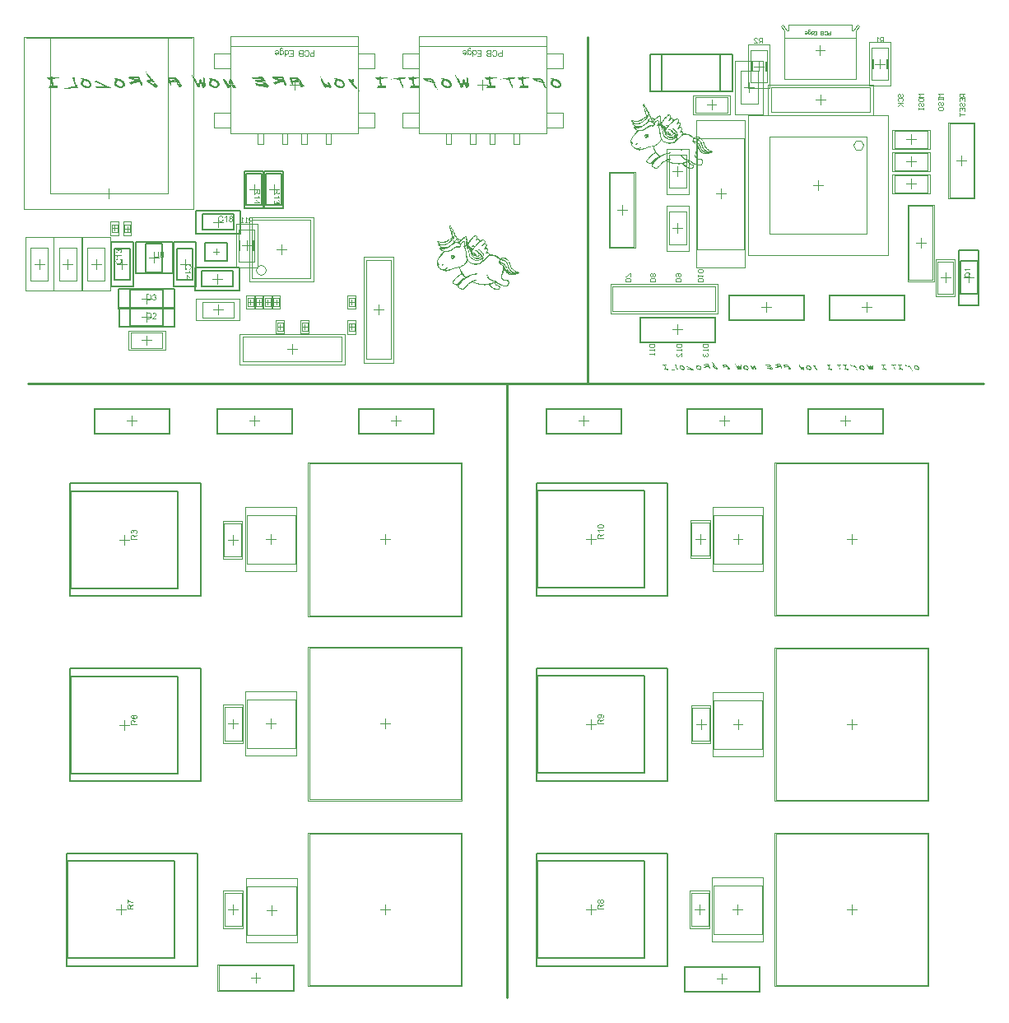
<source format=gbo>
G04*
G04 #@! TF.GenerationSoftware,Altium Limited,Altium Designer,21.0.8 (223)*
G04*
G04 Layer_Color=32896*
%FSLAX25Y25*%
%MOIN*%
G70*
G04*
G04 #@! TF.SameCoordinates,0C819516-2B0F-4561-8A23-745D184D752D*
G04*
G04*
G04 #@! TF.FilePolarity,Positive*
G04*
G01*
G75*
%ADD13C,0.00500*%
%ADD14C,0.00787*%
%ADD15C,0.01000*%
%ADD16C,0.00394*%
%ADD17C,0.00300*%
%ADD18C,0.00200*%
%ADD19C,0.00197*%
G36*
X119367Y483684D02*
X119377Y483673D01*
X119388Y483662D01*
Y483651D01*
Y483629D01*
X119377Y483596D01*
X119356Y483498D01*
X119345Y483454D01*
X119334Y483421D01*
X119323Y483389D01*
Y483378D01*
X119312Y483312D01*
X119301Y483268D01*
Y483235D01*
Y483224D01*
Y483181D01*
X119312Y483115D01*
X119323Y483039D01*
X119334Y482951D01*
X119377Y482765D01*
X119421Y482569D01*
X119465Y482383D01*
X119487Y482296D01*
X119509Y482230D01*
X119519Y482164D01*
X119530Y482121D01*
X119541Y482088D01*
Y482077D01*
X119585Y481891D01*
X119629Y481727D01*
X119673Y481574D01*
X119705Y481432D01*
X119738Y481312D01*
X119771Y481203D01*
X119804Y481104D01*
X119836Y481017D01*
X119858Y480940D01*
X119880Y480875D01*
X119902Y480820D01*
X119913Y480776D01*
X119935Y480732D01*
X119946Y480711D01*
X119990Y480623D01*
X120033Y480558D01*
X120066Y480514D01*
X120099Y480481D01*
X120121Y480459D01*
X120143Y480448D01*
X120219D01*
X120263Y480459D01*
X120274Y480470D01*
X120361D01*
Y480459D01*
Y480448D01*
X120372Y480426D01*
X120394Y480350D01*
X120427Y480284D01*
X120438Y480263D01*
Y480252D01*
X120492Y480098D01*
X120547Y479946D01*
X120558Y479891D01*
X120580Y479847D01*
X120591Y479814D01*
Y479803D01*
X120613Y479716D01*
X120624Y479639D01*
X120645Y479585D01*
Y479541D01*
X120656Y479508D01*
Y479486D01*
Y479465D01*
X120645Y479421D01*
X120634Y479410D01*
X120602Y479399D01*
X120547D01*
X120459Y479388D01*
X120361D01*
X120252Y479377D01*
X120132Y479366D01*
X119880Y479355D01*
X119629Y479344D01*
X119421D01*
X119334Y479333D01*
X119213D01*
X118962Y479322D01*
X118744Y479301D01*
X118558Y479290D01*
X118394Y479279D01*
X118241Y479257D01*
X118121Y479246D01*
X118011Y479235D01*
X117924Y479224D01*
X117858Y479213D01*
X117804Y479202D01*
X117760Y479191D01*
X117727Y479180D01*
X117694Y479170D01*
X117683D01*
X117640Y479159D01*
X117596Y479137D01*
X117454Y479115D01*
X117301Y479104D01*
X117137Y479093D01*
X116984Y479082D01*
X116404D01*
X116109Y479093D01*
X115836D01*
X115596Y479104D01*
X115486D01*
X115388Y479115D01*
X115224D01*
X115169Y479126D01*
X115093D01*
X114951Y479137D01*
X114831D01*
X114732Y479148D01*
X114634Y479158D01*
X114557D01*
X114503Y479170D01*
X114448Y479180D01*
X114404D01*
X114350Y479191D01*
X114317Y479202D01*
X114306Y479213D01*
X114317Y479224D01*
X114350D01*
X114404Y479235D01*
X114470D01*
X114557Y479246D01*
X114645D01*
X114841Y479257D01*
X115727D01*
X115814Y479268D01*
X115978D01*
X116098Y479279D01*
X116186D01*
X116241Y479290D01*
X116284D01*
X116426Y479312D01*
X116547Y479355D01*
X116590Y479366D01*
X116623Y479388D01*
X116645Y479399D01*
X116656D01*
X116732Y479454D01*
X116798Y479497D01*
X116853Y479541D01*
X116885Y479574D01*
X116907Y479596D01*
X116918Y479618D01*
X116929Y479629D01*
X116951Y479661D01*
X117006Y479683D01*
X117060Y479705D01*
X117126Y479727D01*
X117192Y479738D01*
X117246Y479749D01*
X117290Y479760D01*
X117301D01*
X117366Y479771D01*
X117454Y479782D01*
X117552D01*
X117661Y479792D01*
X117891Y479803D01*
X118121Y479825D01*
X118339Y479836D01*
X118525D01*
X118601Y479847D01*
X118700D01*
X118864Y479858D01*
X118995Y479869D01*
X119115Y479880D01*
X119224Y479891D01*
X119312Y479902D01*
X119388D01*
X119443Y479913D01*
X119498Y479924D01*
X119563Y479935D01*
X119596Y479946D01*
X119607Y479956D01*
X119596Y479989D01*
X119585Y480044D01*
X119563Y480131D01*
X119530Y480230D01*
X119487Y480350D01*
X119443Y480470D01*
X119356Y480743D01*
X119268Y481006D01*
X119224Y481137D01*
X119181Y481246D01*
X119148Y481334D01*
X119126Y481399D01*
X119104Y481454D01*
Y481465D01*
X119017Y481716D01*
X118929Y481957D01*
X118853Y482164D01*
X118776Y482350D01*
X118722Y482525D01*
X118656Y482678D01*
X118612Y482809D01*
X118569Y482919D01*
X118525Y483017D01*
X118503Y483104D01*
X118470Y483170D01*
X118448Y483224D01*
X118438Y483268D01*
X118427Y483290D01*
X118416Y483312D01*
X118394Y483389D01*
X118372Y483432D01*
Y483454D01*
X118383Y483487D01*
X118405Y483509D01*
X118481Y483541D01*
X118569Y483552D01*
X118776D01*
X118820Y483541D01*
X118842D01*
X118929Y483531D01*
X119050D01*
X119082Y483520D01*
X119181D01*
X119213Y483531D01*
X119246Y483563D01*
X119268Y483585D01*
Y483596D01*
X119279Y483651D01*
X119301Y483684D01*
X119323Y483695D01*
X119334D01*
X119367Y483684D01*
D02*
G37*
G36*
X297580Y483673D02*
X297624Y483640D01*
X297646Y483607D01*
Y483585D01*
X297635Y483520D01*
X297591Y483454D01*
X297547Y483389D01*
X297504Y483323D01*
X297449Y483268D01*
X297405Y483224D01*
X297373Y483192D01*
X297362Y483181D01*
X297307Y483148D01*
X297230Y483115D01*
X297132Y483082D01*
X297034Y483061D01*
X296935Y483028D01*
X296848Y483017D01*
X296793Y482995D01*
X296771D01*
X296585Y482962D01*
X296422Y482940D01*
X296269Y482929D01*
X296148Y482919D01*
X296039Y482908D01*
X295963Y482897D01*
X295810D01*
X295755Y482886D01*
X295711D01*
X295678Y482875D01*
X295656Y482864D01*
X295646D01*
Y482853D01*
Y482831D01*
X295667Y482798D01*
X295678Y482744D01*
X295711Y482667D01*
X295744Y482580D01*
X295777Y482492D01*
X295842Y482285D01*
X295919Y482088D01*
X295952Y482000D01*
X295984Y481913D01*
X296017Y481847D01*
X296028Y481793D01*
X296050Y481760D01*
Y481749D01*
X296115Y481563D01*
X296181Y481399D01*
X296236Y481246D01*
X296290Y481126D01*
X296323Y481006D01*
X296367Y480918D01*
X296400Y480842D01*
X296422Y480776D01*
X296443Y480722D01*
X296454Y480678D01*
X296487Y480623D01*
X296498Y480601D01*
Y480590D01*
X296542Y480525D01*
X296575Y480492D01*
X296618Y480481D01*
X296640D01*
X296662Y480459D01*
X296684Y480405D01*
X296717Y480317D01*
X296728Y480230D01*
X296749Y480142D01*
X296760Y480055D01*
X296771Y480000D01*
Y479989D01*
Y479978D01*
X296782Y479858D01*
X296793Y479727D01*
Y479672D01*
Y479639D01*
Y479607D01*
Y479596D01*
X296782Y479508D01*
X296771Y479443D01*
X296749Y479388D01*
X296717Y479355D01*
X296695Y479333D01*
X296673Y479322D01*
X296651D01*
X296629Y479344D01*
X296597Y479399D01*
X296553Y479476D01*
X296498Y479585D01*
X296432Y479716D01*
X296356Y479858D01*
X296214Y480164D01*
X296061Y480470D01*
X295995Y480612D01*
X295941Y480743D01*
X295886Y480853D01*
X295853Y480929D01*
X295831Y480984D01*
X295820Y481006D01*
X295689Y481301D01*
X295569Y481563D01*
X295471Y481782D01*
X295383Y481979D01*
X295307Y482142D01*
X295241Y482285D01*
X295186Y482405D01*
X295143Y482503D01*
X295110Y482580D01*
X295077Y482634D01*
X295055Y482689D01*
X295044Y482711D01*
X295023Y482744D01*
Y482755D01*
X295001Y482765D01*
X294957D01*
X294902Y482776D01*
X294257D01*
X294148Y482798D01*
X294061Y482809D01*
X293973Y482831D01*
X293919Y482853D01*
X293864Y482864D01*
X293842Y482886D01*
X293831D01*
X293591Y483006D01*
X292782Y482886D01*
X292662Y482864D01*
X292541Y482853D01*
X292443Y482842D01*
X292345Y482831D01*
X292203Y482809D01*
X292082Y482798D01*
X291995D01*
X291940Y482787D01*
X291820D01*
X291755Y482798D01*
X291711Y482820D01*
X291678Y482842D01*
X291656Y482853D01*
X291645Y482875D01*
Y482886D01*
X291667Y482908D01*
X291711Y482929D01*
X291765Y482940D01*
X291842Y482962D01*
X291918Y482973D01*
X291973Y482984D01*
X292017Y482995D01*
X292039D01*
X292159Y483006D01*
X292268Y483028D01*
X292367Y483050D01*
X292454Y483072D01*
X292520Y483093D01*
X292574Y483104D01*
X292607Y483126D01*
X292618D01*
X292651Y483137D01*
X292694Y483148D01*
X292815Y483181D01*
X292957Y483203D01*
X293110Y483224D01*
X293263Y483246D01*
X293383Y483257D01*
X293438D01*
X293471Y483268D01*
X293503D01*
X293645Y483279D01*
X293776Y483290D01*
X293886Y483301D01*
X293973Y483312D01*
X294050D01*
X294104Y483323D01*
X294148D01*
X294312Y483345D01*
X294367Y483356D01*
X294421D01*
X294465Y483367D01*
X294520D01*
X294607Y483389D01*
X294651Y483399D01*
X294684Y483410D01*
X294695D01*
X294717Y483432D01*
X294727Y483454D01*
Y483476D01*
X294738Y483509D01*
X294771Y483541D01*
X294815Y483563D01*
X294859Y483574D01*
X294913Y483585D01*
X295001D01*
X295110Y483574D01*
X295186Y483552D01*
X295241Y483531D01*
X295263Y483520D01*
X295296Y483498D01*
X295351Y483487D01*
X295438Y483476D01*
X295493Y483465D01*
X295624D01*
X295733Y483476D01*
X295864D01*
X296006Y483487D01*
X296137Y483498D01*
X296247D01*
X296290Y483509D01*
X296356D01*
X296531Y483520D01*
X296673Y483541D01*
X296804Y483552D01*
X296913Y483563D01*
X297012Y483574D01*
X297099Y483585D01*
X297165D01*
X297219Y483596D01*
X297263Y483607D01*
X297296D01*
X297340Y483618D01*
X297362Y483629D01*
X297416Y483673D01*
X297460Y483684D01*
X297493Y483695D01*
X297547D01*
X297580Y483673D01*
D02*
G37*
G36*
X253237Y483673D02*
X253281Y483640D01*
X253303Y483607D01*
Y483585D01*
X253292Y483520D01*
X253248Y483454D01*
X253204Y483389D01*
X253161Y483323D01*
X253106Y483268D01*
X253062Y483224D01*
X253029Y483192D01*
X253019Y483181D01*
X252964Y483148D01*
X252887Y483115D01*
X252789Y483082D01*
X252691Y483061D01*
X252592Y483028D01*
X252505Y483017D01*
X252450Y482995D01*
X252428D01*
X252242Y482962D01*
X252079Y482940D01*
X251926Y482929D01*
X251805Y482919D01*
X251696Y482908D01*
X251620Y482897D01*
X251466D01*
X251412Y482886D01*
X251368D01*
X251335Y482875D01*
X251313Y482864D01*
X251303D01*
Y482853D01*
Y482831D01*
X251324Y482798D01*
X251335Y482744D01*
X251368Y482667D01*
X251401Y482580D01*
X251434Y482492D01*
X251499Y482285D01*
X251576Y482088D01*
X251609Y482000D01*
X251641Y481913D01*
X251674Y481847D01*
X251685Y481793D01*
X251707Y481760D01*
Y481749D01*
X251772Y481563D01*
X251838Y481399D01*
X251893Y481246D01*
X251947Y481126D01*
X251980Y481006D01*
X252024Y480918D01*
X252057Y480842D01*
X252079Y480776D01*
X252100Y480722D01*
X252111Y480678D01*
X252144Y480623D01*
X252155Y480601D01*
Y480590D01*
X252199Y480525D01*
X252232Y480492D01*
X252275Y480481D01*
X252297D01*
X252319Y480459D01*
X252341Y480405D01*
X252374Y480317D01*
X252385Y480230D01*
X252407Y480142D01*
X252417Y480055D01*
X252428Y480000D01*
Y479989D01*
Y479978D01*
X252439Y479858D01*
X252450Y479727D01*
Y479672D01*
Y479639D01*
Y479607D01*
Y479596D01*
X252439Y479508D01*
X252428Y479443D01*
X252407Y479388D01*
X252374Y479355D01*
X252352Y479333D01*
X252330Y479322D01*
X252308D01*
X252286Y479344D01*
X252254Y479399D01*
X252210Y479475D01*
X252155Y479585D01*
X252090Y479716D01*
X252013Y479858D01*
X251871Y480164D01*
X251718Y480470D01*
X251652Y480612D01*
X251598Y480743D01*
X251543Y480853D01*
X251510Y480929D01*
X251488Y480984D01*
X251477Y481006D01*
X251346Y481301D01*
X251226Y481563D01*
X251128Y481782D01*
X251040Y481979D01*
X250964Y482142D01*
X250898Y482285D01*
X250844Y482405D01*
X250800Y482503D01*
X250767Y482580D01*
X250734Y482634D01*
X250712Y482689D01*
X250701Y482711D01*
X250679Y482744D01*
Y482755D01*
X250658Y482765D01*
X250614D01*
X250559Y482776D01*
X249914D01*
X249805Y482798D01*
X249718Y482809D01*
X249630Y482831D01*
X249576Y482853D01*
X249521Y482864D01*
X249499Y482886D01*
X249488D01*
X249248Y483006D01*
X248439Y482886D01*
X248319Y482864D01*
X248198Y482853D01*
X248100Y482842D01*
X248002Y482831D01*
X247860Y482809D01*
X247739Y482798D01*
X247652D01*
X247597Y482787D01*
X247477D01*
X247411Y482798D01*
X247368Y482820D01*
X247335Y482842D01*
X247313Y482853D01*
X247302Y482875D01*
Y482886D01*
X247324Y482908D01*
X247368Y482929D01*
X247422Y482940D01*
X247499Y482962D01*
X247575Y482973D01*
X247630Y482984D01*
X247674Y482995D01*
X247696D01*
X247816Y483006D01*
X247925Y483028D01*
X248024Y483050D01*
X248111Y483072D01*
X248177Y483093D01*
X248231Y483104D01*
X248264Y483126D01*
X248275D01*
X248308Y483137D01*
X248352Y483148D01*
X248472Y483181D01*
X248614Y483203D01*
X248767Y483224D01*
X248920Y483246D01*
X249040Y483257D01*
X249095D01*
X249128Y483268D01*
X249160D01*
X249302Y483279D01*
X249433Y483290D01*
X249543Y483301D01*
X249630Y483312D01*
X249707D01*
X249761Y483323D01*
X249805D01*
X249969Y483345D01*
X250024Y483356D01*
X250078D01*
X250122Y483367D01*
X250177D01*
X250264Y483389D01*
X250308Y483399D01*
X250341Y483410D01*
X250352D01*
X250374Y483432D01*
X250384Y483454D01*
Y483476D01*
X250395Y483509D01*
X250428Y483541D01*
X250472Y483563D01*
X250516Y483574D01*
X250570Y483585D01*
X250658D01*
X250767Y483574D01*
X250844Y483552D01*
X250898Y483531D01*
X250920Y483520D01*
X250953Y483498D01*
X251007Y483487D01*
X251095Y483476D01*
X251150Y483465D01*
X251281D01*
X251390Y483476D01*
X251521D01*
X251663Y483487D01*
X251794Y483498D01*
X251904D01*
X251947Y483509D01*
X252013D01*
X252188Y483520D01*
X252330Y483541D01*
X252461Y483552D01*
X252570Y483563D01*
X252669Y483574D01*
X252756Y483585D01*
X252822D01*
X252876Y483596D01*
X252920Y483607D01*
X252953D01*
X252997Y483618D01*
X253019Y483629D01*
X253073Y483673D01*
X253117Y483684D01*
X253150Y483695D01*
X253204D01*
X253237Y483673D01*
D02*
G37*
G36*
X300957Y483826D02*
X301001D01*
X301034Y483815D01*
X301067Y483804D01*
X301078Y483793D01*
X301100Y483782D01*
X301132Y483771D01*
X301187Y483760D01*
X301253D01*
X301406Y483738D01*
X301581Y483727D01*
X301755Y483716D01*
X301832Y483706D01*
X301908D01*
X301963Y483695D01*
X302050D01*
X302335Y483684D01*
X302586Y483673D01*
X302805Y483651D01*
X303001Y483640D01*
X303154Y483629D01*
X303264D01*
X303308Y483618D01*
X303362D01*
X303767Y483563D01*
X303570Y483487D01*
X303504Y483465D01*
X303439Y483454D01*
X303286Y483432D01*
X303220Y483421D01*
X302991D01*
X302881Y483432D01*
X302794D01*
X302225Y483476D01*
X302072Y483246D01*
X302040Y483192D01*
X302007Y483148D01*
X301941Y483082D01*
X301898Y483050D01*
X301887Y483039D01*
X301843Y483017D01*
X301777Y483006D01*
X301646Y482973D01*
X301581Y482962D01*
X301526Y482951D01*
X301493Y482940D01*
X301482D01*
X301329Y482919D01*
X301220Y482897D01*
X301132Y482875D01*
X301078Y482864D01*
X301045Y482853D01*
X301034Y482842D01*
X301023D01*
Y482798D01*
X301034Y482744D01*
X301045Y482656D01*
X301056Y482569D01*
X301067Y482459D01*
X301089Y482339D01*
X301121Y482099D01*
X301154Y481858D01*
X301176Y481749D01*
X301187Y481651D01*
X301198Y481574D01*
X301209Y481508D01*
X301220Y481465D01*
Y481454D01*
X301253Y481235D01*
X301285Y481049D01*
X301318Y480875D01*
X301340Y480732D01*
X301362Y480612D01*
X301384Y480514D01*
X301395Y480427D01*
X301406Y480361D01*
X301417Y480306D01*
X301428Y480273D01*
X301438Y480241D01*
Y480219D01*
X301449Y480197D01*
X301482Y480175D01*
X301537Y480164D01*
X301613Y480153D01*
X301690D01*
X301766Y480142D01*
X302007D01*
X302105Y480153D01*
X302193D01*
X302247Y480164D01*
X302302Y480175D01*
X302335D01*
X302346Y480186D01*
X302357D01*
X302455Y480208D01*
X302564Y480219D01*
X302827D01*
X302859Y480208D01*
X302870D01*
X302947Y480197D01*
X303001Y480186D01*
X303045D01*
X303078Y480175D01*
X303111Y480164D01*
X303122Y480153D01*
X303133Y480131D01*
X303144Y480099D01*
X303154Y480033D01*
X303165Y479967D01*
Y479946D01*
Y479935D01*
X303187Y479705D01*
X302750Y479683D01*
X302302Y479672D01*
X302422D01*
X302553Y479661D01*
X302619D01*
X302674Y479650D01*
X302717D01*
X302816Y479639D01*
X302969D01*
X303023Y479629D01*
X303122D01*
Y479257D01*
X301373Y479301D01*
X301067Y479312D01*
X300794D01*
X300553Y479322D01*
X300345Y479333D01*
X300171D01*
X300028Y479344D01*
X299908D01*
X299810Y479355D01*
X299635D01*
X299602Y479366D01*
X299569D01*
X299558Y479377D01*
X299548Y479399D01*
X299526Y479465D01*
Y479519D01*
Y479530D01*
Y479541D01*
X299537Y479596D01*
X299548Y479639D01*
X299613Y479694D01*
X299668Y479716D01*
X299690Y479727D01*
X299701D01*
X299755Y479749D01*
X299799Y479760D01*
X299832Y479782D01*
X299854Y479803D01*
X299875Y479836D01*
Y479847D01*
Y479880D01*
X299865Y479913D01*
X299854Y479956D01*
Y479967D01*
X299810Y480186D01*
X299875Y480175D01*
X299952D01*
X300116Y480153D01*
X300182D01*
X300236Y480142D01*
X300291D01*
X300400Y480131D01*
X300499D01*
X300575Y480120D01*
X300641Y480110D01*
X300695D01*
X300728Y480099D01*
X300761D01*
X300728Y480252D01*
X300706Y480328D01*
X300695Y480415D01*
X300652Y480612D01*
X300608Y480831D01*
X300553Y481060D01*
X300520Y481268D01*
X300499Y481355D01*
X300488Y481432D01*
X300477Y481508D01*
X300466Y481552D01*
X300455Y481585D01*
Y481596D01*
X300225Y482809D01*
X300160D01*
X300094Y482798D01*
X299952Y482787D01*
X299886Y482776D01*
X299832D01*
X299799Y482765D01*
X299788D01*
X299690Y482755D01*
X299602D01*
X299526Y482744D01*
X299471D01*
X299416Y482733D01*
X299362D01*
X299253Y482897D01*
X299154Y483061D01*
X299056Y483203D01*
X298968Y483323D01*
X298903Y483421D01*
X298837Y483498D01*
X298804Y483541D01*
X298793Y483563D01*
X299449Y483585D01*
X299558D01*
X299657Y483596D01*
X299821Y483607D01*
X299952Y483629D01*
X300050Y483651D01*
X300127Y483673D01*
X300171Y483684D01*
X300192Y483706D01*
X300203D01*
X300269Y483749D01*
X300367Y483782D01*
X300466Y483804D01*
X300575Y483826D01*
X300673D01*
X300761Y483837D01*
X300903D01*
X300957Y483826D01*
D02*
G37*
G36*
X287678Y483826D02*
X287721D01*
X287754Y483815D01*
X287787Y483804D01*
X287798Y483793D01*
X287820Y483782D01*
X287853Y483771D01*
X287907Y483760D01*
X287973D01*
X288126Y483738D01*
X288301Y483727D01*
X288475Y483716D01*
X288552Y483706D01*
X288629D01*
X288683Y483695D01*
X288771D01*
X289055Y483684D01*
X289306Y483673D01*
X289525Y483651D01*
X289721Y483640D01*
X289875Y483629D01*
X289984D01*
X290027Y483618D01*
X290082D01*
X290487Y483563D01*
X290290Y483487D01*
X290224Y483465D01*
X290159Y483454D01*
X290006Y483432D01*
X289940Y483421D01*
X289711D01*
X289601Y483432D01*
X289514D01*
X288946Y483476D01*
X288792Y483246D01*
X288760Y483192D01*
X288727Y483148D01*
X288661Y483082D01*
X288618Y483050D01*
X288607Y483039D01*
X288563Y483017D01*
X288497Y483006D01*
X288366Y482973D01*
X288301Y482962D01*
X288246Y482951D01*
X288213Y482940D01*
X288202D01*
X288049Y482919D01*
X287940Y482897D01*
X287853Y482875D01*
X287798Y482864D01*
X287765Y482853D01*
X287754Y482842D01*
X287743D01*
Y482798D01*
X287754Y482744D01*
X287765Y482656D01*
X287776Y482569D01*
X287787Y482459D01*
X287809Y482339D01*
X287842Y482099D01*
X287874Y481858D01*
X287896Y481749D01*
X287907Y481651D01*
X287918Y481574D01*
X287929Y481508D01*
X287940Y481465D01*
Y481454D01*
X287973Y481235D01*
X288005Y481049D01*
X288038Y480875D01*
X288060Y480732D01*
X288082Y480612D01*
X288104Y480514D01*
X288115Y480427D01*
X288126Y480361D01*
X288137Y480306D01*
X288148Y480273D01*
X288158Y480241D01*
Y480219D01*
X288169Y480197D01*
X288202Y480175D01*
X288257Y480164D01*
X288333Y480153D01*
X288410D01*
X288486Y480142D01*
X288727D01*
X288825Y480153D01*
X288913D01*
X288967Y480164D01*
X289022Y480175D01*
X289055D01*
X289066Y480186D01*
X289077D01*
X289175Y480208D01*
X289284Y480219D01*
X289547D01*
X289579Y480208D01*
X289590D01*
X289667Y480197D01*
X289721Y480186D01*
X289765D01*
X289798Y480175D01*
X289831Y480164D01*
X289842Y480153D01*
X289853Y480131D01*
X289864Y480099D01*
X289875Y480033D01*
X289885Y479967D01*
Y479946D01*
Y479935D01*
X289907Y479705D01*
X289470Y479683D01*
X289022Y479672D01*
X289142D01*
X289273Y479661D01*
X289339D01*
X289394Y479650D01*
X289437D01*
X289536Y479639D01*
X289689D01*
X289743Y479629D01*
X289842D01*
Y479257D01*
X288093Y479301D01*
X287787Y479312D01*
X287514D01*
X287273Y479322D01*
X287066Y479333D01*
X286891D01*
X286749Y479344D01*
X286628D01*
X286530Y479355D01*
X286355D01*
X286322Y479366D01*
X286290D01*
X286279Y479377D01*
X286268Y479399D01*
X286246Y479465D01*
Y479519D01*
Y479530D01*
Y479541D01*
X286257Y479596D01*
X286268Y479639D01*
X286333Y479694D01*
X286388Y479716D01*
X286410Y479727D01*
X286421D01*
X286475Y479749D01*
X286519Y479760D01*
X286552Y479782D01*
X286574Y479803D01*
X286596Y479836D01*
Y479847D01*
Y479880D01*
X286585Y479913D01*
X286574Y479956D01*
Y479967D01*
X286530Y480186D01*
X286596Y480175D01*
X286672D01*
X286836Y480153D01*
X286902D01*
X286956Y480142D01*
X287011D01*
X287120Y480131D01*
X287218D01*
X287295Y480120D01*
X287361Y480110D01*
X287415D01*
X287448Y480098D01*
X287481D01*
X287448Y480252D01*
X287426Y480328D01*
X287415Y480415D01*
X287371Y480612D01*
X287328Y480831D01*
X287273Y481060D01*
X287240Y481268D01*
X287218Y481355D01*
X287208Y481432D01*
X287197Y481508D01*
X287186Y481552D01*
X287175Y481585D01*
Y481596D01*
X286945Y482809D01*
X286880D01*
X286814Y482798D01*
X286672Y482787D01*
X286606Y482776D01*
X286552D01*
X286519Y482765D01*
X286508D01*
X286410Y482755D01*
X286322D01*
X286246Y482744D01*
X286191D01*
X286137Y482733D01*
X286082D01*
X285972Y482897D01*
X285874Y483061D01*
X285776Y483203D01*
X285688Y483323D01*
X285623Y483421D01*
X285557Y483498D01*
X285524Y483541D01*
X285513Y483563D01*
X286169Y483585D01*
X286279D01*
X286377Y483596D01*
X286541Y483607D01*
X286672Y483629D01*
X286770Y483651D01*
X286847Y483673D01*
X286891Y483684D01*
X286912Y483706D01*
X286923D01*
X286989Y483749D01*
X287087Y483782D01*
X287186Y483804D01*
X287295Y483826D01*
X287393D01*
X287481Y483837D01*
X287623D01*
X287678Y483826D01*
D02*
G37*
G36*
X256614D02*
X256658D01*
X256691Y483815D01*
X256724Y483804D01*
X256735Y483793D01*
X256757Y483782D01*
X256789Y483771D01*
X256844Y483760D01*
X256910D01*
X257063Y483738D01*
X257238Y483727D01*
X257412Y483716D01*
X257489Y483706D01*
X257565D01*
X257620Y483695D01*
X257708D01*
X257992Y483684D01*
X258243Y483673D01*
X258462Y483651D01*
X258658Y483640D01*
X258811Y483629D01*
X258921D01*
X258964Y483618D01*
X259019D01*
X259423Y483563D01*
X259227Y483487D01*
X259161Y483465D01*
X259096Y483454D01*
X258943Y483432D01*
X258877Y483421D01*
X258647D01*
X258538Y483432D01*
X258451D01*
X257882Y483476D01*
X257729Y483246D01*
X257697Y483192D01*
X257664Y483148D01*
X257598Y483082D01*
X257555Y483050D01*
X257544Y483039D01*
X257500Y483017D01*
X257434Y483006D01*
X257303Y482973D01*
X257238Y482962D01*
X257183Y482951D01*
X257150Y482940D01*
X257139D01*
X256986Y482919D01*
X256877Y482897D01*
X256789Y482875D01*
X256735Y482864D01*
X256702Y482853D01*
X256691Y482842D01*
X256680D01*
Y482798D01*
X256691Y482744D01*
X256702Y482656D01*
X256713Y482569D01*
X256724Y482459D01*
X256746Y482339D01*
X256779Y482099D01*
X256811Y481858D01*
X256833Y481749D01*
X256844Y481651D01*
X256855Y481574D01*
X256866Y481508D01*
X256877Y481465D01*
Y481454D01*
X256910Y481235D01*
X256942Y481049D01*
X256975Y480875D01*
X256997Y480732D01*
X257019Y480612D01*
X257041Y480514D01*
X257052Y480427D01*
X257063Y480361D01*
X257074Y480306D01*
X257084Y480273D01*
X257095Y480241D01*
Y480219D01*
X257106Y480197D01*
X257139Y480175D01*
X257194Y480164D01*
X257270Y480153D01*
X257347D01*
X257423Y480142D01*
X257664D01*
X257762Y480153D01*
X257850D01*
X257904Y480164D01*
X257959Y480175D01*
X257992D01*
X258003Y480186D01*
X258014D01*
X258112Y480208D01*
X258221Y480219D01*
X258484D01*
X258516Y480208D01*
X258527D01*
X258604Y480197D01*
X258658Y480186D01*
X258702D01*
X258735Y480175D01*
X258768Y480164D01*
X258779Y480153D01*
X258790Y480131D01*
X258801Y480098D01*
X258811Y480033D01*
X258822Y479967D01*
Y479946D01*
Y479935D01*
X258844Y479705D01*
X258407Y479683D01*
X257959Y479672D01*
X258079D01*
X258210Y479661D01*
X258276D01*
X258330Y479650D01*
X258374D01*
X258473Y479639D01*
X258626D01*
X258680Y479629D01*
X258779D01*
Y479257D01*
X257030Y479301D01*
X256724Y479312D01*
X256451D01*
X256210Y479322D01*
X256002Y479333D01*
X255828D01*
X255685Y479344D01*
X255565D01*
X255467Y479355D01*
X255292D01*
X255259Y479366D01*
X255226D01*
X255216Y479377D01*
X255205Y479399D01*
X255183Y479465D01*
Y479519D01*
Y479530D01*
Y479541D01*
X255194Y479596D01*
X255205Y479639D01*
X255270Y479694D01*
X255325Y479716D01*
X255347Y479727D01*
X255358D01*
X255412Y479749D01*
X255456Y479760D01*
X255489Y479782D01*
X255511Y479803D01*
X255533Y479836D01*
Y479847D01*
Y479880D01*
X255521Y479913D01*
X255511Y479956D01*
Y479967D01*
X255467Y480186D01*
X255533Y480175D01*
X255609D01*
X255773Y480153D01*
X255838D01*
X255893Y480142D01*
X255948D01*
X256057Y480131D01*
X256155D01*
X256232Y480120D01*
X256298Y480110D01*
X256352D01*
X256385Y480098D01*
X256418D01*
X256385Y480252D01*
X256363Y480328D01*
X256352Y480415D01*
X256309Y480612D01*
X256265Y480831D01*
X256210Y481060D01*
X256177Y481268D01*
X256155Y481355D01*
X256144Y481432D01*
X256134Y481508D01*
X256123Y481552D01*
X256112Y481585D01*
Y481596D01*
X255882Y482809D01*
X255817D01*
X255751Y482798D01*
X255609Y482787D01*
X255543Y482776D01*
X255489D01*
X255456Y482765D01*
X255445D01*
X255347Y482755D01*
X255259D01*
X255183Y482744D01*
X255128D01*
X255073Y482733D01*
X255019D01*
X254909Y482897D01*
X254811Y483061D01*
X254713Y483203D01*
X254625Y483323D01*
X254560Y483421D01*
X254494Y483498D01*
X254461Y483541D01*
X254450Y483563D01*
X255106Y483585D01*
X255216D01*
X255314Y483596D01*
X255478Y483607D01*
X255609Y483629D01*
X255707Y483651D01*
X255784Y483673D01*
X255828Y483684D01*
X255849Y483706D01*
X255860D01*
X255926Y483749D01*
X256024Y483782D01*
X256123Y483804D01*
X256232Y483826D01*
X256330D01*
X256418Y483837D01*
X256560D01*
X256614Y483826D01*
D02*
G37*
G36*
X243335D02*
X243378D01*
X243411Y483815D01*
X243444Y483804D01*
X243455Y483793D01*
X243477Y483782D01*
X243510Y483771D01*
X243564Y483760D01*
X243630D01*
X243783Y483738D01*
X243958Y483727D01*
X244132Y483716D01*
X244209Y483706D01*
X244285D01*
X244340Y483695D01*
X244428D01*
X244712Y483684D01*
X244963Y483673D01*
X245182Y483651D01*
X245378Y483640D01*
X245532Y483629D01*
X245641D01*
X245685Y483618D01*
X245739D01*
X246144Y483563D01*
X245947Y483487D01*
X245881Y483465D01*
X245816Y483454D01*
X245663Y483432D01*
X245597Y483421D01*
X245368D01*
X245258Y483432D01*
X245171D01*
X244602Y483476D01*
X244449Y483246D01*
X244417Y483192D01*
X244384Y483148D01*
X244318Y483082D01*
X244275Y483050D01*
X244264Y483039D01*
X244220Y483017D01*
X244154Y483006D01*
X244023Y482973D01*
X243958Y482962D01*
X243903Y482951D01*
X243870Y482940D01*
X243859D01*
X243706Y482919D01*
X243597Y482897D01*
X243510Y482875D01*
X243455Y482864D01*
X243422Y482853D01*
X243411Y482842D01*
X243400D01*
Y482798D01*
X243411Y482744D01*
X243422Y482656D01*
X243433Y482569D01*
X243444Y482459D01*
X243466Y482339D01*
X243498Y482099D01*
X243531Y481858D01*
X243553Y481749D01*
X243564Y481651D01*
X243575Y481574D01*
X243586Y481508D01*
X243597Y481465D01*
Y481454D01*
X243630Y481235D01*
X243663Y481049D01*
X243695Y480875D01*
X243717Y480732D01*
X243739Y480612D01*
X243761Y480514D01*
X243772Y480427D01*
X243783Y480361D01*
X243794Y480306D01*
X243805Y480273D01*
X243815Y480241D01*
Y480219D01*
X243826Y480197D01*
X243859Y480175D01*
X243914Y480164D01*
X243990Y480153D01*
X244067D01*
X244143Y480142D01*
X244384D01*
X244482Y480153D01*
X244570D01*
X244624Y480164D01*
X244679Y480175D01*
X244712D01*
X244723Y480186D01*
X244734D01*
X244832Y480208D01*
X244941Y480219D01*
X245204D01*
X245236Y480208D01*
X245247D01*
X245324Y480197D01*
X245378Y480186D01*
X245422D01*
X245455Y480175D01*
X245488Y480164D01*
X245499Y480153D01*
X245510Y480131D01*
X245521Y480098D01*
X245532Y480033D01*
X245542Y479967D01*
Y479946D01*
Y479935D01*
X245564Y479705D01*
X245127Y479683D01*
X244679Y479672D01*
X244799D01*
X244930Y479661D01*
X244996D01*
X245051Y479650D01*
X245094D01*
X245193Y479639D01*
X245346D01*
X245400Y479629D01*
X245499D01*
Y479257D01*
X243750Y479301D01*
X243444Y479312D01*
X243171D01*
X242930Y479322D01*
X242723Y479333D01*
X242548D01*
X242406Y479344D01*
X242285D01*
X242187Y479355D01*
X242012D01*
X241979Y479366D01*
X241947D01*
X241935Y479377D01*
X241925Y479399D01*
X241903Y479465D01*
Y479519D01*
Y479530D01*
Y479541D01*
X241914Y479596D01*
X241925Y479639D01*
X241990Y479694D01*
X242045Y479716D01*
X242067Y479727D01*
X242078D01*
X242132Y479749D01*
X242176Y479760D01*
X242209Y479782D01*
X242231Y479803D01*
X242252Y479836D01*
Y479847D01*
Y479880D01*
X242242Y479913D01*
X242231Y479956D01*
Y479967D01*
X242187Y480186D01*
X242252Y480175D01*
X242329D01*
X242493Y480153D01*
X242559D01*
X242613Y480142D01*
X242668D01*
X242777Y480131D01*
X242876D01*
X242952Y480120D01*
X243018Y480110D01*
X243072D01*
X243105Y480098D01*
X243138D01*
X243105Y480252D01*
X243083Y480328D01*
X243072Y480415D01*
X243028Y480612D01*
X242985Y480831D01*
X242930Y481060D01*
X242897Y481268D01*
X242876Y481355D01*
X242865Y481432D01*
X242854Y481508D01*
X242843Y481552D01*
X242832Y481585D01*
Y481596D01*
X242602Y482809D01*
X242537D01*
X242471Y482798D01*
X242329Y482787D01*
X242263Y482776D01*
X242209D01*
X242176Y482765D01*
X242165D01*
X242067Y482755D01*
X241979D01*
X241903Y482744D01*
X241848D01*
X241793Y482733D01*
X241739D01*
X241630Y482897D01*
X241531Y483061D01*
X241433Y483203D01*
X241345Y483323D01*
X241280Y483421D01*
X241214Y483498D01*
X241181Y483541D01*
X241170Y483563D01*
X241826Y483585D01*
X241935D01*
X242034Y483596D01*
X242198Y483607D01*
X242329Y483629D01*
X242427Y483651D01*
X242504Y483673D01*
X242548Y483684D01*
X242569Y483706D01*
X242580D01*
X242646Y483749D01*
X242744Y483782D01*
X242843Y483804D01*
X242952Y483826D01*
X243050D01*
X243138Y483837D01*
X243280D01*
X243335Y483826D01*
D02*
G37*
G36*
X110349Y483826D02*
X110393D01*
X110426Y483815D01*
X110459Y483804D01*
X110469Y483793D01*
X110491Y483782D01*
X110524Y483771D01*
X110579Y483760D01*
X110644D01*
X110797Y483738D01*
X110972Y483727D01*
X111147Y483716D01*
X111224Y483705D01*
X111300D01*
X111355Y483695D01*
X111442D01*
X111726Y483684D01*
X111978Y483673D01*
X112196Y483651D01*
X112393Y483640D01*
X112546Y483629D01*
X112655D01*
X112699Y483618D01*
X112754D01*
X113158Y483563D01*
X112961Y483487D01*
X112896Y483465D01*
X112830Y483454D01*
X112677Y483432D01*
X112612Y483421D01*
X112382D01*
X112273Y483432D01*
X112186D01*
X111617Y483476D01*
X111464Y483246D01*
X111431Y483192D01*
X111399Y483148D01*
X111333Y483082D01*
X111289Y483050D01*
X111278Y483039D01*
X111235Y483017D01*
X111169Y483006D01*
X111038Y482973D01*
X110972Y482962D01*
X110918Y482951D01*
X110885Y482940D01*
X110874D01*
X110721Y482919D01*
X110612Y482897D01*
X110524Y482875D01*
X110469Y482864D01*
X110437Y482853D01*
X110426Y482842D01*
X110415D01*
Y482798D01*
X110426Y482744D01*
X110437Y482656D01*
X110448Y482569D01*
X110459Y482459D01*
X110480Y482339D01*
X110513Y482099D01*
X110546Y481858D01*
X110568Y481749D01*
X110579Y481651D01*
X110590Y481574D01*
X110601Y481508D01*
X110612Y481465D01*
Y481454D01*
X110644Y481235D01*
X110677Y481049D01*
X110710Y480874D01*
X110732Y480732D01*
X110754Y480612D01*
X110775Y480514D01*
X110786Y480426D01*
X110797Y480361D01*
X110808Y480306D01*
X110819Y480273D01*
X110830Y480241D01*
Y480219D01*
X110841Y480197D01*
X110874Y480175D01*
X110929Y480164D01*
X111005Y480153D01*
X111082D01*
X111158Y480142D01*
X111399D01*
X111497Y480153D01*
X111584D01*
X111639Y480164D01*
X111694Y480175D01*
X111726D01*
X111737Y480186D01*
X111748D01*
X111847Y480208D01*
X111956Y480219D01*
X112218D01*
X112251Y480208D01*
X112262D01*
X112338Y480197D01*
X112393Y480186D01*
X112437D01*
X112470Y480175D01*
X112503Y480164D01*
X112513Y480153D01*
X112524Y480131D01*
X112535Y480098D01*
X112546Y480033D01*
X112557Y479967D01*
Y479946D01*
Y479935D01*
X112579Y479705D01*
X112142Y479683D01*
X111694Y479672D01*
X111814D01*
X111945Y479661D01*
X112011D01*
X112065Y479650D01*
X112109D01*
X112207Y479639D01*
X112360D01*
X112415Y479629D01*
X112513D01*
Y479257D01*
X110765Y479301D01*
X110459Y479312D01*
X110185D01*
X109945Y479322D01*
X109737Y479333D01*
X109562D01*
X109420Y479344D01*
X109300D01*
X109202Y479355D01*
X109027D01*
X108994Y479366D01*
X108961D01*
X108950Y479377D01*
X108939Y479399D01*
X108917Y479465D01*
Y479519D01*
Y479530D01*
Y479541D01*
X108928Y479596D01*
X108939Y479639D01*
X109005Y479694D01*
X109060Y479716D01*
X109081Y479727D01*
X109092D01*
X109147Y479749D01*
X109191Y479760D01*
X109223Y479781D01*
X109245Y479803D01*
X109267Y479836D01*
Y479847D01*
Y479880D01*
X109256Y479913D01*
X109245Y479956D01*
Y479967D01*
X109202Y480186D01*
X109267Y480175D01*
X109344D01*
X109508Y480153D01*
X109573D01*
X109628Y480142D01*
X109683D01*
X109792Y480131D01*
X109890D01*
X109967Y480120D01*
X110032Y480110D01*
X110087D01*
X110120Y480098D01*
X110152D01*
X110120Y480252D01*
X110098Y480328D01*
X110087Y480415D01*
X110043Y480612D01*
X110000Y480831D01*
X109945Y481060D01*
X109912Y481268D01*
X109890Y481355D01*
X109879Y481432D01*
X109868Y481508D01*
X109857Y481552D01*
X109846Y481585D01*
Y481596D01*
X109617Y482809D01*
X109551D01*
X109486Y482798D01*
X109344Y482787D01*
X109278Y482776D01*
X109223D01*
X109191Y482765D01*
X109180D01*
X109081Y482755D01*
X108994D01*
X108917Y482744D01*
X108863D01*
X108808Y482733D01*
X108754D01*
X108644Y482897D01*
X108546Y483061D01*
X108448Y483203D01*
X108360Y483323D01*
X108294Y483421D01*
X108229Y483498D01*
X108196Y483541D01*
X108185Y483563D01*
X108841Y483585D01*
X108950D01*
X109049Y483596D01*
X109213Y483607D01*
X109344Y483629D01*
X109442Y483651D01*
X109519Y483673D01*
X109562Y483684D01*
X109584Y483705D01*
X109595D01*
X109661Y483749D01*
X109759Y483782D01*
X109857Y483804D01*
X109967Y483826D01*
X110065D01*
X110152Y483837D01*
X110295D01*
X110349Y483826D01*
D02*
G37*
G36*
X210206Y483268D02*
X210315Y483104D01*
X210402Y482973D01*
X210457Y482875D01*
X210501Y482798D01*
X210523Y482755D01*
X210534Y482733D01*
X210545Y482711D01*
X210534Y482700D01*
X210501Y482689D01*
X210468D01*
X210413Y482700D01*
X210337D01*
X210304Y482711D01*
X210293D01*
X210151Y482722D01*
X210118D01*
X210097Y482711D01*
X210075Y482700D01*
Y482678D01*
Y482667D01*
X210097Y482645D01*
X210140Y482623D01*
X210195Y482601D01*
X210249Y482591D01*
X210304Y482580D01*
X210359Y482569D01*
X210392Y482558D01*
X210402D01*
X210698Y482525D01*
X211146Y481902D01*
X211211Y481793D01*
X211277Y481694D01*
X211375Y481530D01*
X211452Y481399D01*
X211495Y481312D01*
X211528Y481235D01*
X211539Y481203D01*
X211550Y481181D01*
Y481170D01*
X211561Y481126D01*
X211572Y481104D01*
X211594Y481093D01*
X211605D01*
X211649Y481071D01*
X211703Y481028D01*
X211769Y480951D01*
X211834Y480875D01*
X211900Y480798D01*
X211955Y480722D01*
X211998Y480678D01*
X212009Y480656D01*
X212315Y480197D01*
X212031Y479956D01*
X211976Y479913D01*
X211922Y479880D01*
X211889Y479847D01*
X211878Y479836D01*
X211812Y479792D01*
X211769Y479749D01*
X211736Y479727D01*
X211725Y479716D01*
X211681Y479683D01*
X211649Y479661D01*
X211638Y479650D01*
X211605Y479629D01*
X211572Y479618D01*
X211495D01*
X211452Y479629D01*
X211332Y479661D01*
X211288Y479683D01*
X211244Y479694D01*
X211211Y479705D01*
X211200D01*
X210861Y479836D01*
X210457Y480580D01*
X210392Y480711D01*
X210326Y480831D01*
X210271Y480929D01*
X210228Y481017D01*
X210195Y481093D01*
X210162Y481148D01*
X210107Y481246D01*
X210086Y481301D01*
X210075Y481345D01*
X210064Y481355D01*
X210075Y481377D01*
X210097Y481399D01*
X210107Y481410D01*
X210118D01*
X210184Y481388D01*
X210239Y481345D01*
X210260Y481312D01*
X210271Y481290D01*
X210293Y481246D01*
X210348Y481213D01*
X210424Y481181D01*
X210501Y481159D01*
X210588Y481148D01*
X210654Y481137D01*
X210698Y481126D01*
X210719D01*
X210807Y481115D01*
X211102D01*
X211178Y481126D01*
X211233Y481137D01*
X211266Y481148D01*
X211288D01*
X211310Y481159D01*
Y481170D01*
X211299Y481191D01*
X211288Y481203D01*
X211277Y481224D01*
X211266D01*
X211222Y481246D01*
X211168Y481257D01*
X211091Y481268D01*
X211015D01*
X210938Y481279D01*
X210665D01*
X210610Y481290D01*
X210534D01*
X210512Y481301D01*
X210501D01*
X210446Y481334D01*
X210413Y481366D01*
X210392Y481410D01*
X210381Y481421D01*
X210337Y481487D01*
X210282Y481530D01*
X210239Y481552D01*
X210217D01*
X210162Y481563D01*
X210086Y481574D01*
X209987D01*
X209900Y481585D01*
X209812D01*
X209736Y481596D01*
X209670D01*
X209211Y481629D01*
X209003Y481651D01*
X208807Y481662D01*
X208632Y481683D01*
X208566D01*
X208512Y481694D01*
X208457D01*
X208424Y481705D01*
X208391D01*
X208238Y481727D01*
X208118Y481738D01*
X208009Y481749D01*
X207921D01*
X207856Y481760D01*
X207725D01*
X207703Y481749D01*
X207692Y481738D01*
Y481716D01*
Y481683D01*
X207714Y481607D01*
X207736Y481498D01*
X207757Y481377D01*
X207779Y481268D01*
X207801Y481170D01*
X207812Y481104D01*
X207823Y481093D01*
Y481082D01*
X207845Y480984D01*
X207867Y480886D01*
X207889Y480743D01*
X207910Y480623D01*
X207932Y480547D01*
Y480492D01*
X207943Y480470D01*
Y480448D01*
X207932Y480437D01*
X207747D01*
X207692Y480448D01*
X207648D01*
X207375Y480492D01*
X207058Y481443D01*
X207003Y481618D01*
X206949Y481771D01*
X206894Y481902D01*
X206850Y482022D01*
X206806Y482121D01*
X206774Y482208D01*
X206741Y482284D01*
X206708Y482350D01*
X206686Y482405D01*
X206664Y482438D01*
X206621Y482492D01*
X206610Y482514D01*
X206599Y482525D01*
X206555Y482580D01*
X206511Y482645D01*
X206457Y482798D01*
X206446Y482864D01*
X206435Y482929D01*
X206424Y482973D01*
Y482984D01*
X206402Y483170D01*
X206391Y483257D01*
X206380Y483334D01*
X206369Y483389D01*
X206358Y483432D01*
X206347Y483465D01*
Y483476D01*
X206315Y483640D01*
X206818Y483684D01*
X206916Y483695D01*
X207025D01*
X207145Y483705D01*
X207287D01*
X207572Y483716D01*
X207867Y483727D01*
X208009Y483738D01*
X208271D01*
X208369Y483749D01*
X208588D01*
X209845Y483782D01*
X210206Y483268D01*
D02*
G37*
G36*
X160791Y483268D02*
X160900Y483104D01*
X160988Y482973D01*
X161043Y482875D01*
X161086Y482798D01*
X161108Y482755D01*
X161119Y482733D01*
X161130Y482711D01*
X161119Y482700D01*
X161086Y482689D01*
X161054D01*
X160999Y482700D01*
X160922D01*
X160890Y482711D01*
X160879D01*
X160737Y482722D01*
X160704D01*
X160682Y482711D01*
X160660Y482700D01*
Y482678D01*
Y482667D01*
X160682Y482645D01*
X160726Y482623D01*
X160780Y482601D01*
X160835Y482591D01*
X160890Y482580D01*
X160944Y482569D01*
X160977Y482558D01*
X160988D01*
X161283Y482525D01*
X161731Y481902D01*
X161797Y481793D01*
X161862Y481694D01*
X161961Y481530D01*
X162037Y481399D01*
X162081Y481312D01*
X162114Y481235D01*
X162125Y481203D01*
X162136Y481181D01*
Y481170D01*
X162146Y481126D01*
X162157Y481104D01*
X162179Y481093D01*
X162190D01*
X162234Y481071D01*
X162289Y481028D01*
X162354Y480951D01*
X162420Y480875D01*
X162485Y480798D01*
X162540Y480722D01*
X162584Y480678D01*
X162595Y480656D01*
X162901Y480197D01*
X162617Y479956D01*
X162562Y479913D01*
X162507Y479880D01*
X162474Y479847D01*
X162463Y479836D01*
X162398Y479792D01*
X162354Y479749D01*
X162321Y479727D01*
X162311Y479716D01*
X162267Y479683D01*
X162234Y479661D01*
X162223Y479650D01*
X162190Y479629D01*
X162157Y479618D01*
X162081D01*
X162037Y479629D01*
X161917Y479661D01*
X161873Y479683D01*
X161830Y479694D01*
X161797Y479705D01*
X161786D01*
X161447Y479836D01*
X161043Y480579D01*
X160977Y480711D01*
X160911Y480831D01*
X160857Y480929D01*
X160813Y481017D01*
X160780Y481093D01*
X160748Y481148D01*
X160693Y481246D01*
X160671Y481301D01*
X160660Y481345D01*
X160649Y481355D01*
X160660Y481377D01*
X160682Y481399D01*
X160693Y481410D01*
X160704D01*
X160769Y481388D01*
X160824Y481345D01*
X160846Y481312D01*
X160857Y481290D01*
X160879Y481246D01*
X160933Y481213D01*
X161010Y481181D01*
X161086Y481159D01*
X161174Y481148D01*
X161239Y481137D01*
X161283Y481126D01*
X161305D01*
X161392Y481115D01*
X161688D01*
X161764Y481126D01*
X161819Y481137D01*
X161851Y481148D01*
X161873D01*
X161895Y481159D01*
Y481170D01*
X161884Y481191D01*
X161873Y481203D01*
X161862Y481224D01*
X161851D01*
X161808Y481246D01*
X161753Y481257D01*
X161677Y481268D01*
X161600D01*
X161523Y481279D01*
X161250D01*
X161196Y481290D01*
X161119D01*
X161097Y481301D01*
X161086D01*
X161032Y481334D01*
X160999Y481366D01*
X160977Y481410D01*
X160966Y481421D01*
X160922Y481487D01*
X160868Y481530D01*
X160824Y481552D01*
X160802D01*
X160748Y481563D01*
X160671Y481574D01*
X160573D01*
X160485Y481585D01*
X160398D01*
X160321Y481596D01*
X160256D01*
X159797Y481629D01*
X159589Y481651D01*
X159392Y481662D01*
X159217Y481683D01*
X159152D01*
X159097Y481694D01*
X159042D01*
X159010Y481705D01*
X158977D01*
X158824Y481727D01*
X158704Y481738D01*
X158594Y481749D01*
X158507D01*
X158441Y481760D01*
X158310D01*
X158288Y481749D01*
X158277Y481738D01*
Y481716D01*
Y481683D01*
X158299Y481607D01*
X158321Y481498D01*
X158343Y481377D01*
X158365Y481268D01*
X158387Y481170D01*
X158398Y481104D01*
X158408Y481093D01*
Y481082D01*
X158430Y480984D01*
X158452Y480886D01*
X158474Y480743D01*
X158496Y480623D01*
X158518Y480547D01*
Y480492D01*
X158529Y480470D01*
Y480448D01*
X158518Y480437D01*
X158332D01*
X158277Y480448D01*
X158234D01*
X157960Y480492D01*
X157643Y481443D01*
X157589Y481618D01*
X157534Y481771D01*
X157479Y481902D01*
X157436Y482022D01*
X157392Y482121D01*
X157359Y482208D01*
X157326Y482284D01*
X157294Y482350D01*
X157272Y482405D01*
X157250Y482438D01*
X157206Y482492D01*
X157195Y482514D01*
X157184Y482525D01*
X157141Y482580D01*
X157097Y482645D01*
X157042Y482798D01*
X157031Y482864D01*
X157020Y482929D01*
X157009Y482973D01*
Y482984D01*
X156988Y483170D01*
X156977Y483257D01*
X156966Y483334D01*
X156955Y483389D01*
X156944Y483432D01*
X156933Y483465D01*
Y483476D01*
X156900Y483640D01*
X157403Y483684D01*
X157501Y483695D01*
X157611D01*
X157731Y483705D01*
X157873D01*
X158157Y483716D01*
X158452Y483727D01*
X158594Y483738D01*
X158857D01*
X158955Y483749D01*
X159174D01*
X160431Y483782D01*
X160791Y483268D01*
D02*
G37*
G36*
X231989Y483115D02*
X232033Y483104D01*
X232142Y483061D01*
X232197Y483028D01*
X232230Y483006D01*
X232262Y482995D01*
X232273Y482984D01*
X232339Y482940D01*
X232394Y482908D01*
X232437Y482875D01*
X232470Y482842D01*
X232503Y482809D01*
X232514Y482798D01*
X232525Y482765D01*
X232536Y482722D01*
X232547Y482612D01*
Y482558D01*
Y482514D01*
Y482481D01*
Y482470D01*
Y482394D01*
X232536Y482317D01*
Y482263D01*
X232525Y482219D01*
X232514Y482153D01*
Y482131D01*
X232470Y482055D01*
X232405Y481979D01*
X232361Y481924D01*
X232339Y481913D01*
Y481902D01*
X232284Y481836D01*
X232230Y481793D01*
X232186Y481749D01*
X232142Y481727D01*
X232077Y481705D01*
X232011D01*
X231978Y481716D01*
X231924D01*
X231913Y481683D01*
Y481662D01*
X231924Y481651D01*
X231945Y481629D01*
X231989Y481563D01*
X232066Y481465D01*
X232164Y481355D01*
X232273Y481213D01*
X232394Y481060D01*
X232656Y480743D01*
X232918Y480415D01*
X233049Y480263D01*
X233148Y480131D01*
X233246Y480022D01*
X233312Y479935D01*
X233355Y479880D01*
X233377Y479858D01*
X233629Y479552D01*
X233847Y479290D01*
X234033Y479049D01*
X234197Y478853D01*
X234328Y478678D01*
X234438Y478536D01*
X234536Y478415D01*
X234612Y478317D01*
X234667Y478240D01*
X234711Y478186D01*
X234744Y478142D01*
X234766Y478109D01*
X234787Y478087D01*
Y478077D01*
Y478033D01*
X234776Y478011D01*
X234766Y478000D01*
X234754D01*
X234711Y478022D01*
X234645Y478066D01*
X234580Y478131D01*
X234503Y478208D01*
X234438Y478284D01*
X234383Y478350D01*
X234339Y478394D01*
X234328Y478415D01*
X234252Y478514D01*
X234175Y478590D01*
X234110Y478667D01*
X234055Y478721D01*
X234011Y478765D01*
X233979Y478798D01*
X233957Y478809D01*
X233946Y478820D01*
X233880Y478863D01*
X233804Y478907D01*
X233662Y478995D01*
X233596Y479027D01*
X233541Y479060D01*
X233508Y479071D01*
X233498Y479082D01*
X233038Y479312D01*
X231552Y481071D01*
X231290Y481388D01*
X231060Y481662D01*
X230863Y481902D01*
X230699Y482110D01*
X230546Y482296D01*
X230426Y482438D01*
X230328Y482558D01*
X230251Y482667D01*
X230186Y482744D01*
X230142Y482798D01*
X230109Y482842D01*
X230077Y482875D01*
X230066Y482897D01*
X230055Y482907D01*
X230066Y482929D01*
X230109Y482940D01*
X230175Y482951D01*
X230251D01*
X230328Y482962D01*
X230667D01*
X230732Y482951D01*
X230787D01*
X230831Y482940D01*
X230863D01*
X230874Y482929D01*
X230885D01*
X230929Y482908D01*
X230973Y482886D01*
X231071Y482820D01*
X231115Y482798D01*
X231159Y482765D01*
X231180Y482755D01*
X231191Y482744D01*
X231290Y482667D01*
X231377Y482591D01*
X231454Y482525D01*
X231519Y482470D01*
X231618Y482372D01*
X231683Y482306D01*
X231727Y482252D01*
X231749Y482230D01*
X231760Y482208D01*
X231749Y482175D01*
X231738Y482164D01*
X231716Y482142D01*
X231705Y482131D01*
Y482088D01*
X231716Y482055D01*
X231727Y482044D01*
X231771Y482011D01*
X231803Y482000D01*
X231814Y481989D01*
X231825D01*
X231847Y482000D01*
X231869Y482033D01*
X231880Y482077D01*
X231891Y482131D01*
X231902Y482186D01*
Y482230D01*
Y482263D01*
Y482274D01*
Y482405D01*
X231891Y482514D01*
Y482580D01*
Y482591D01*
Y482601D01*
X231880Y482700D01*
Y482776D01*
X231869Y482831D01*
Y482875D01*
Y482908D01*
Y482929D01*
Y482940D01*
Y483006D01*
X231880Y483050D01*
X231891Y483082D01*
X231913Y483104D01*
X231945Y483126D01*
X231956D01*
X231989Y483115D01*
D02*
G37*
G36*
X180859Y482011D02*
X180957Y481836D01*
X181044Y481683D01*
X181121Y481541D01*
X181187Y481432D01*
X181241Y481323D01*
X181285Y481235D01*
X181329Y481159D01*
X181351Y481104D01*
X181383Y481049D01*
X181394Y481017D01*
X181416Y480962D01*
X181427Y480940D01*
Y480929D01*
X181416Y480918D01*
X181394D01*
X181340Y480940D01*
X181285Y480973D01*
X181274Y480995D01*
X181263D01*
X181209Y481049D01*
X181176Y481071D01*
X181154D01*
Y481060D01*
X181176Y481028D01*
X181187Y480984D01*
X181198Y480973D01*
X181230Y480940D01*
X181274Y480907D01*
X181329Y480886D01*
X181394Y480864D01*
X181536Y480831D01*
X181700Y480809D01*
X181853Y480798D01*
X181984Y480787D01*
X182498D01*
X182465Y480580D01*
X182444Y480459D01*
X182433Y480361D01*
X182422Y480273D01*
X182411Y480208D01*
X182400Y480153D01*
X182389Y480110D01*
Y480088D01*
Y480077D01*
X182367Y479978D01*
X182345Y479880D01*
X182312Y479782D01*
X182280Y479705D01*
X182247Y479629D01*
X182214Y479574D01*
X182203Y479530D01*
X182192Y479519D01*
X182148Y479454D01*
X182116Y479410D01*
X182083Y479366D01*
X182061Y479344D01*
X182028Y479312D01*
X182017Y479301D01*
X181984Y479290D01*
X181941Y479279D01*
X181832Y479268D01*
X181777Y479257D01*
X181569D01*
X181471Y479268D01*
X181405Y479290D01*
X181340Y479301D01*
X181307Y479322D01*
X181285Y479333D01*
X181263Y479344D01*
X181230Y479388D01*
X181187Y479465D01*
X181132Y479563D01*
X181055Y479683D01*
X180968Y479836D01*
X180881Y479989D01*
X180695Y480328D01*
X180607Y480492D01*
X180509Y480656D01*
X180432Y480809D01*
X180356Y480940D01*
X180290Y481049D01*
X180247Y481137D01*
X180214Y481191D01*
X180203Y481213D01*
X180028Y481519D01*
X179886Y481793D01*
X179755Y482033D01*
X179646Y482241D01*
X179558Y482416D01*
X179471Y482569D01*
X179416Y482689D01*
X179361Y482787D01*
X179318Y482864D01*
X179296Y482929D01*
X179274Y482973D01*
X179252Y483006D01*
Y483017D01*
X179241Y483028D01*
Y483039D01*
Y483050D01*
X179263D01*
X179318Y483061D01*
X179405Y483072D01*
X179492Y483082D01*
X180257D01*
X180859Y482011D01*
D02*
G37*
G36*
X182455Y483443D02*
X182465Y483432D01*
X182509Y483367D01*
X182564Y483268D01*
X182629Y483159D01*
X182684Y483050D01*
X182739Y482951D01*
X182782Y482886D01*
X182793Y482875D01*
Y482864D01*
X182837Y482798D01*
X182881Y482711D01*
X182946Y482612D01*
X183001Y482503D01*
X183056Y482405D01*
X183099Y482328D01*
X183132Y482274D01*
X183143Y482263D01*
Y482252D01*
X183230Y482088D01*
X183307Y481957D01*
X183373Y481847D01*
X183416Y481749D01*
X183460Y481683D01*
X183482Y481640D01*
X183493Y481607D01*
X183504Y481596D01*
X183875Y480929D01*
X183646Y480896D01*
X183569Y480886D01*
X183504Y480875D01*
X183395D01*
X183384Y480886D01*
X183351D01*
X183329Y480875D01*
Y480864D01*
Y480853D01*
X183340Y480831D01*
X183373Y480820D01*
X183427Y480798D01*
X183482D01*
X183547Y480787D01*
X183799D01*
X183843Y480776D01*
X183886D01*
X183919Y480765D01*
X183941D01*
X183952Y480754D01*
X183974Y480732D01*
X183996Y480711D01*
X184039Y480645D01*
X184072Y480590D01*
X184083Y480580D01*
Y480569D01*
X184181Y480350D01*
X184007D01*
X183952Y480339D01*
X183908D01*
X184028Y480306D01*
X184050Y480295D01*
X184061D01*
X184160Y480263D01*
X184225Y480219D01*
X184269Y480186D01*
X184280Y480175D01*
X184313Y480131D01*
X184345Y480088D01*
X184411Y479978D01*
X184444Y479924D01*
X184466Y479891D01*
X184476Y479858D01*
X184487Y479847D01*
X184542Y479749D01*
X184586Y479661D01*
X184608Y479574D01*
X184629Y479508D01*
X184641Y479454D01*
X184651Y479421D01*
Y479399D01*
Y479388D01*
X184641Y479355D01*
X184629Y479333D01*
X184575Y479312D01*
X184520Y479301D01*
X184411D01*
X184313Y479322D01*
X184083Y479355D01*
X183985Y479377D01*
X183897Y479388D01*
X183843Y479410D01*
X183821D01*
X183493Y479475D01*
X183110Y480088D01*
X183045Y480197D01*
X182979Y480284D01*
X182935Y480372D01*
X182892Y480448D01*
X182826Y480558D01*
X182772Y480645D01*
X182750Y480700D01*
X182739Y480722D01*
X182728Y480743D01*
X182739Y480754D01*
X182772Y480765D01*
X182815Y480776D01*
X182859Y480787D01*
X183078D01*
X183132Y480798D01*
X183176D01*
X183220Y480809D01*
X183241Y480820D01*
Y480842D01*
X183230Y480853D01*
X183198Y480864D01*
X183154Y480875D01*
X183099Y480886D01*
X182957Y480896D01*
X182804D01*
X182651Y480907D01*
X182138D01*
X182072Y480918D01*
X181864D01*
X181788Y480929D01*
X181657D01*
X181624Y480940D01*
X181602D01*
X181580Y480962D01*
X181569Y480973D01*
Y480995D01*
X181580Y481028D01*
X181591Y481104D01*
X181613Y481203D01*
X181646Y481323D01*
X181689Y481476D01*
X181733Y481629D01*
X181832Y481979D01*
X181875Y482153D01*
X181930Y482328D01*
X181974Y482481D01*
X182006Y482623D01*
X182050Y482733D01*
X182072Y482831D01*
X182083Y482886D01*
X182094Y482907D01*
X182138Y482973D01*
X182203Y483006D01*
X182269Y483028D01*
X182290D01*
X182356Y483050D01*
X182389Y483061D01*
X182411Y483072D01*
X182422D01*
X182433Y483093D01*
X182444Y483126D01*
Y483148D01*
Y483159D01*
Y483181D01*
Y483203D01*
X182433Y483236D01*
Y483246D01*
Y483312D01*
Y483367D01*
Y483399D01*
Y483432D01*
X182444Y483454D01*
X182455Y483443D01*
D02*
G37*
G36*
X196084Y482919D02*
X196194Y482765D01*
X196292Y482623D01*
X196368Y482503D01*
X196445Y482405D01*
X196500Y482306D01*
X196554Y482230D01*
X196598Y482164D01*
X196631Y482121D01*
X196674Y482033D01*
X196696Y481989D01*
X196707Y481968D01*
X196685Y481957D01*
X196631Y481946D01*
X196565D01*
X196478Y481935D01*
X195691D01*
X195592Y481924D01*
X195527Y481913D01*
X195461Y481902D01*
X195428Y481880D01*
X195406Y481869D01*
X195385Y481858D01*
X195363Y481836D01*
X195352Y481814D01*
Y481804D01*
X195363Y481793D01*
X195396Y481782D01*
X195428D01*
X195472Y481771D01*
X196084D01*
X196183Y481782D01*
X196434D01*
X196489Y481771D01*
X196893D01*
X197461Y480973D01*
X197560Y480831D01*
X197636Y480711D01*
X197713Y480612D01*
X197778Y480514D01*
X197833Y480437D01*
X197877Y480361D01*
X197909Y480306D01*
X197942Y480263D01*
X197975Y480197D01*
X197997Y480153D01*
X198008Y480131D01*
X197997Y480098D01*
X197953Y480055D01*
X197899Y480000D01*
X197822Y479935D01*
X197757Y479869D01*
X197702Y479825D01*
X197658Y479782D01*
X197647Y479771D01*
X197527Y479661D01*
X197429Y479585D01*
X197363Y479530D01*
X197308Y479497D01*
X197276Y479475D01*
X197254Y479454D01*
X197232D01*
X197221Y479465D01*
X197155Y479475D01*
X197046Y479497D01*
X196915Y479530D01*
X196751Y479563D01*
X196576Y479596D01*
X196379Y479639D01*
X196183Y479683D01*
X195986Y479727D01*
X195789Y479771D01*
X195614Y479803D01*
X195450Y479836D01*
X195319Y479869D01*
X195210Y479891D01*
X195144Y479913D01*
X195122D01*
X194926Y479956D01*
X194751Y479989D01*
X194576Y480033D01*
X194412Y480066D01*
X194128Y480131D01*
X193887Y480175D01*
X193680Y480219D01*
X193505Y480263D01*
X193352Y480295D01*
X193242Y480317D01*
X193155Y480339D01*
X193078Y480350D01*
X193035Y480361D01*
X192991D01*
X192980Y480372D01*
X192958D01*
X192936Y480383D01*
X192914Y480426D01*
X192882Y480492D01*
X192838Y480558D01*
X192805Y480623D01*
X192783Y480689D01*
X192762Y480732D01*
X192751Y480743D01*
X192696Y480864D01*
X192652Y480962D01*
X192619Y481039D01*
X192597Y481093D01*
X192587Y481137D01*
X192576Y481159D01*
Y481181D01*
Y481235D01*
X192587Y481246D01*
X192608Y481257D01*
X192630Y481268D01*
X192707D01*
X192762Y481257D01*
X192838Y481246D01*
X192925Y481235D01*
X193035Y481224D01*
X193144Y481203D01*
X193385Y481170D01*
X193625Y481126D01*
X193723Y481104D01*
X193822Y481093D01*
X193898Y481082D01*
X193964Y481071D01*
X194008Y481060D01*
X194018D01*
X194314Y481017D01*
X194576Y480973D01*
X194805Y480940D01*
X195002Y480918D01*
X195177Y480896D01*
X195319Y480875D01*
X195450Y480853D01*
X195549Y480842D01*
X195625Y480831D01*
X195691Y480820D01*
X195745D01*
X195778Y480809D01*
X195855D01*
X195866Y480820D01*
X195877D01*
X195866Y480853D01*
X195855Y480907D01*
X195800Y481017D01*
X195767Y481071D01*
X195745Y481115D01*
X195734Y481148D01*
X195723Y481159D01*
X195680Y481235D01*
X195647Y481301D01*
X195614Y481345D01*
X195581Y481377D01*
X195549Y481410D01*
X195538Y481421D01*
X195505Y481443D01*
X195450Y481454D01*
X195396Y481476D01*
X195319Y481487D01*
X195155Y481519D01*
X194969Y481552D01*
X194794Y481574D01*
X194718Y481585D01*
X194641Y481596D01*
X194587Y481607D01*
X194543Y481618D01*
X194499D01*
X194248Y481651D01*
X194018Y481672D01*
X193811Y481705D01*
X193636Y481727D01*
X193483Y481749D01*
X193352Y481760D01*
X193242Y481782D01*
X193144Y481793D01*
X193068Y481804D01*
X193002Y481814D01*
X192947Y481825D01*
X192914D01*
X192871Y481836D01*
X192860D01*
X192783Y481858D01*
X192718Y481902D01*
X192619Y481979D01*
X192554Y482055D01*
X192532Y482077D01*
Y482088D01*
X192477Y482175D01*
X192434Y482252D01*
X192412Y482306D01*
X192390Y482339D01*
X192379Y482372D01*
X192368Y482383D01*
Y482394D01*
X192379Y482416D01*
X192390Y482438D01*
X192445Y482459D01*
X192510Y482481D01*
X192532D01*
X192608Y482492D01*
X192707D01*
X192805Y482503D01*
X194958D01*
X194860Y482678D01*
X194773Y482864D01*
X193876D01*
X193789Y482875D01*
X193658D01*
X193625Y482886D01*
X193603D01*
X193516Y482907D01*
X193450Y482951D01*
X193406Y482984D01*
X193395Y482995D01*
X193330Y483039D01*
X193253Y483072D01*
X193188Y483093D01*
X193166D01*
X193078Y483104D01*
X192969D01*
X192838Y483115D01*
X191439D01*
X191297Y483345D01*
X191231Y483443D01*
X191166Y483531D01*
X191122Y483607D01*
X191078Y483662D01*
X191056Y483695D01*
X191045Y483705D01*
X191985Y483738D01*
X192117Y483749D01*
X192270D01*
X192434Y483760D01*
X192608D01*
X192969Y483782D01*
X193330Y483793D01*
X193494D01*
X193658Y483804D01*
X193920D01*
X194029Y483815D01*
X194171D01*
X195417Y483858D01*
X196084Y482919D01*
D02*
G37*
G36*
X203779Y483858D02*
X203855Y483684D01*
X203943Y483498D01*
X204118Y483104D01*
X204304Y482700D01*
X204478Y482317D01*
X204566Y482131D01*
X204642Y481968D01*
X204719Y481825D01*
X204773Y481694D01*
X204828Y481585D01*
X204861Y481508D01*
X204883Y481465D01*
X204894Y481443D01*
X204981Y481257D01*
X205047Y481093D01*
X205090Y480973D01*
X205123Y480875D01*
X205145Y480798D01*
X205156Y480754D01*
Y480732D01*
Y480722D01*
X205145Y480678D01*
X205123Y480634D01*
X205047Y480525D01*
X205014Y480470D01*
X204981Y480426D01*
X204959Y480394D01*
X204948Y480383D01*
X204872Y480295D01*
X204817Y480230D01*
X204773Y480186D01*
X204741Y480153D01*
X204719Y480131D01*
X204697Y480120D01*
X204675D01*
X204435Y480590D01*
X204249Y480929D01*
X204172Y481082D01*
X204096Y481224D01*
X204030Y481345D01*
X203987Y481443D01*
X203954Y481498D01*
X203943Y481519D01*
X203899Y481607D01*
X203855Y481672D01*
X203790Y481793D01*
X203746Y481880D01*
X203713Y481935D01*
X203692Y481968D01*
X203680Y481979D01*
X203670Y481989D01*
X203637Y481979D01*
X203582Y481957D01*
X203517Y481935D01*
X203440Y481902D01*
X203375Y481858D01*
X203320Y481836D01*
X203276Y481814D01*
X203265Y481804D01*
X202970Y481672D01*
X202817Y481607D01*
X202686Y481552D01*
X202577Y481498D01*
X202489Y481465D01*
X202434Y481443D01*
X202413Y481432D01*
X202249Y481377D01*
X202129Y481334D01*
X202019Y481301D01*
X201943Y481279D01*
X201888Y481268D01*
X201855Y481257D01*
X201833D01*
X201757Y481246D01*
X201713Y481224D01*
X201691Y481203D01*
Y481191D01*
X201680Y481170D01*
X201659Y481159D01*
X201626D01*
X201593Y481181D01*
X201582Y481191D01*
X201538Y481213D01*
X201473Y481235D01*
X201385Y481246D01*
X201298D01*
X201210Y481257D01*
X200806D01*
X200729Y481246D01*
X200653D01*
X200642Y481235D01*
X200631D01*
X200642Y481224D01*
X200664Y481213D01*
X200697Y481203D01*
X200729Y481191D01*
X200839Y481181D01*
X200959Y481159D01*
X201090Y481148D01*
X201188D01*
X201232Y481137D01*
X201363D01*
X201396Y481126D01*
X201407Y481115D01*
X201396Y481104D01*
X201385Y481082D01*
X201320Y481060D01*
X201232Y481017D01*
X201134Y480984D01*
X201035Y480951D01*
X200959Y480929D01*
X200893Y480918D01*
X200883Y480907D01*
X200871D01*
X200423Y480776D01*
X199702Y481487D01*
X200773Y481902D01*
X200959Y481979D01*
X201123Y482044D01*
X201265Y482099D01*
X201385Y482142D01*
X201484Y482186D01*
X201571Y482230D01*
X201648Y482252D01*
X201702Y482284D01*
X201746Y482306D01*
X201779Y482317D01*
X201812Y482339D01*
X201833Y482350D01*
X201822Y482361D01*
X201779Y482383D01*
X201713Y482416D01*
X201626Y482448D01*
X201527Y482481D01*
X201407Y482525D01*
X201167Y482612D01*
X200926Y482689D01*
X200806Y482733D01*
X200708Y482765D01*
X200620Y482787D01*
X200555Y482809D01*
X200511Y482831D01*
X200500D01*
X199167Y483290D01*
X199177Y483312D01*
X199199Y483356D01*
X199254Y483454D01*
X199298Y483509D01*
X199320Y483552D01*
X199341Y483585D01*
X199352Y483596D01*
X199418Y483684D01*
X199483Y483749D01*
X199549Y483804D01*
X199593Y483837D01*
X199636Y483858D01*
X199669Y483869D01*
X199866D01*
X200074Y483880D01*
X200314Y483891D01*
X200576Y483902D01*
X200861Y483924D01*
X201156Y483946D01*
X201746Y483990D01*
X202041Y484001D01*
X202314Y484022D01*
X202555Y484044D01*
X202773Y484066D01*
X202872D01*
X202959Y484077D01*
X203036Y484088D01*
X203101D01*
X203156Y484099D01*
X203222D01*
X203659Y484132D01*
X203779Y483858D01*
D02*
G37*
G36*
X145522Y483858D02*
X145598Y483684D01*
X145686Y483498D01*
X145861Y483104D01*
X146047Y482700D01*
X146221Y482317D01*
X146309Y482131D01*
X146386Y481968D01*
X146462Y481825D01*
X146517Y481694D01*
X146571Y481585D01*
X146604Y481508D01*
X146626Y481465D01*
X146637Y481443D01*
X146724Y481257D01*
X146790Y481093D01*
X146834Y480973D01*
X146866Y480875D01*
X146888Y480798D01*
X146899Y480754D01*
Y480732D01*
Y480722D01*
X146888Y480678D01*
X146866Y480634D01*
X146790Y480525D01*
X146757Y480470D01*
X146724Y480426D01*
X146702Y480394D01*
X146692Y480383D01*
X146615Y480295D01*
X146560Y480230D01*
X146517Y480186D01*
X146484Y480153D01*
X146462Y480131D01*
X146440Y480120D01*
X146418D01*
X146178Y480590D01*
X145992Y480929D01*
X145915Y481082D01*
X145839Y481224D01*
X145773Y481345D01*
X145730Y481443D01*
X145697Y481498D01*
X145686Y481519D01*
X145642Y481607D01*
X145598Y481672D01*
X145533Y481793D01*
X145489Y481880D01*
X145456Y481935D01*
X145435Y481968D01*
X145424Y481979D01*
X145413Y481989D01*
X145380Y481979D01*
X145325Y481957D01*
X145260Y481935D01*
X145183Y481902D01*
X145118Y481858D01*
X145063Y481836D01*
X145019Y481814D01*
X145008Y481804D01*
X144713Y481672D01*
X144560Y481607D01*
X144429Y481552D01*
X144320Y481498D01*
X144232Y481465D01*
X144178Y481443D01*
X144156Y481432D01*
X143992Y481377D01*
X143872Y481334D01*
X143762Y481301D01*
X143686Y481279D01*
X143631Y481268D01*
X143598Y481257D01*
X143577D01*
X143500Y481246D01*
X143456Y481224D01*
X143434Y481203D01*
Y481191D01*
X143423Y481170D01*
X143402Y481159D01*
X143369D01*
X143336Y481181D01*
X143325Y481191D01*
X143281Y481213D01*
X143216Y481235D01*
X143128Y481246D01*
X143041D01*
X142954Y481257D01*
X142549D01*
X142473Y481246D01*
X142396D01*
X142385Y481235D01*
X142374D01*
X142385Y481224D01*
X142407Y481213D01*
X142440Y481203D01*
X142473Y481191D01*
X142582Y481181D01*
X142702Y481159D01*
X142833Y481148D01*
X142932D01*
X142975Y481137D01*
X143106D01*
X143139Y481126D01*
X143150Y481115D01*
X143139Y481104D01*
X143128Y481082D01*
X143063Y481060D01*
X142975Y481017D01*
X142877Y480984D01*
X142779Y480951D01*
X142702Y480929D01*
X142637Y480918D01*
X142626Y480907D01*
X142615D01*
X142166Y480776D01*
X141445Y481487D01*
X142516Y481902D01*
X142702Y481979D01*
X142866Y482044D01*
X143008Y482099D01*
X143128Y482142D01*
X143227Y482186D01*
X143314Y482230D01*
X143391Y482252D01*
X143445Y482284D01*
X143489Y482306D01*
X143522Y482317D01*
X143555Y482339D01*
X143577Y482350D01*
X143565Y482361D01*
X143522Y482383D01*
X143456Y482416D01*
X143369Y482448D01*
X143270Y482481D01*
X143150Y482525D01*
X142910Y482612D01*
X142669Y482689D01*
X142549Y482733D01*
X142451Y482765D01*
X142363Y482787D01*
X142298Y482809D01*
X142254Y482831D01*
X142243D01*
X140910Y483290D01*
X140920Y483312D01*
X140942Y483356D01*
X140997Y483454D01*
X141041Y483509D01*
X141063Y483552D01*
X141084Y483585D01*
X141095Y483596D01*
X141161Y483684D01*
X141226Y483749D01*
X141292Y483804D01*
X141336Y483837D01*
X141379Y483858D01*
X141412Y483869D01*
X141609D01*
X141817Y483880D01*
X142057Y483891D01*
X142320Y483902D01*
X142604Y483924D01*
X142899Y483946D01*
X143489Y483990D01*
X143784Y484000D01*
X144057Y484022D01*
X144298Y484044D01*
X144517Y484066D01*
X144615D01*
X144702Y484077D01*
X144779Y484088D01*
X144844D01*
X144899Y484099D01*
X144965D01*
X145402Y484132D01*
X145522Y483858D01*
D02*
G37*
G36*
X128034Y482306D02*
X128089Y482296D01*
X128220Y482252D01*
X128285Y482241D01*
X128329Y482219D01*
X128373Y482208D01*
X128384D01*
X128482Y482164D01*
X128613Y482110D01*
X128777Y482033D01*
X128952Y481957D01*
X129149Y481858D01*
X129367Y481760D01*
X129794Y481552D01*
X130001Y481454D01*
X130209Y481355D01*
X130395Y481268D01*
X130559Y481191D01*
X130690Y481126D01*
X130799Y481071D01*
X130865Y481039D01*
X130876Y481028D01*
X130887D01*
X131073Y480940D01*
X131247Y480853D01*
X131411Y480765D01*
X131564Y480689D01*
X131849Y480547D01*
X132078Y480426D01*
X132286Y480328D01*
X132450Y480241D01*
X132581Y480175D01*
X132690Y480110D01*
X132778Y480066D01*
X132843Y480033D01*
X132887Y480000D01*
X132920Y479978D01*
X132942Y479967D01*
X132952Y479956D01*
X132942Y479913D01*
X132931Y479891D01*
X132920Y479880D01*
X132909D01*
X132865Y479869D01*
X132799Y479836D01*
X132756Y479803D01*
X132734Y479792D01*
X132701Y479771D01*
X132690Y479749D01*
X132679Y479738D01*
X132701D01*
X132756Y479760D01*
X132821Y479792D01*
X132832Y479803D01*
X132843D01*
X132942Y479847D01*
X133018Y479858D01*
X133062Y479869D01*
X133084D01*
X133182Y479858D01*
X133280Y479836D01*
X133324Y479814D01*
X133368Y479803D01*
X133390Y479792D01*
X133401D01*
X133510Y479749D01*
X133608Y479727D01*
X133696Y479705D01*
X133772Y479683D01*
X133838D01*
X133893Y479672D01*
X134013D01*
X134078Y479661D01*
X134122Y479650D01*
X134144Y479629D01*
X134166Y479618D01*
X134177Y479596D01*
Y479585D01*
X134166Y479563D01*
X134133Y479530D01*
X134111Y479508D01*
X134100Y479497D01*
X133914Y479410D01*
X133750Y479333D01*
X133608Y479268D01*
X133477Y479213D01*
X133379Y479180D01*
X133302Y479148D01*
X133248Y479137D01*
X133237Y479126D01*
X133160Y479115D01*
X133084Y479126D01*
X133018Y479137D01*
X133007Y479148D01*
X132996D01*
X132952Y479159D01*
X132876Y479170D01*
X132767Y479180D01*
X132625Y479191D01*
X132472Y479202D01*
X132297Y479213D01*
X131925Y479224D01*
X131739Y479235D01*
X131564Y479246D01*
X131401D01*
X131247Y479257D01*
X131116D01*
X131029Y479268D01*
X130941D01*
X130734Y479279D01*
X130526D01*
X130340Y479290D01*
X130154Y479301D01*
X129826Y479312D01*
X129542Y479322D01*
X129291Y479333D01*
X129072Y479344D01*
X128898D01*
X128744Y479355D01*
X128613Y479366D01*
X128515D01*
X128428Y479377D01*
X128373D01*
X128329Y479388D01*
X128285D01*
X128143Y479421D01*
X128045Y479465D01*
X127990Y479508D01*
X127968Y479519D01*
X127914Y479574D01*
X127881Y479629D01*
X127837Y479716D01*
X127815Y479782D01*
Y479792D01*
Y479803D01*
X127826Y479847D01*
X127848Y479869D01*
X127881Y479880D01*
X127892D01*
X127925Y479891D01*
X127979Y479902D01*
X128067Y479967D01*
X128121Y479989D01*
X128154Y480022D01*
X128176Y480033D01*
X128187Y480044D01*
X128253Y480088D01*
X128307Y480110D01*
X128384Y480153D01*
X128438Y480164D01*
X128471D01*
X128493Y480153D01*
X128515Y480142D01*
X128526D01*
X128548Y480131D01*
X128580D01*
X128624Y480120D01*
X128690Y480110D01*
X128821Y480098D01*
X128963Y480088D01*
X129105Y480077D01*
X129225D01*
X129280Y480066D01*
X129346D01*
X129619Y480055D01*
X129870Y480044D01*
X130111D01*
X130307Y480033D01*
X130996D01*
X131062Y480044D01*
X131171D01*
X131237Y480055D01*
X131280Y480066D01*
X131302D01*
X131313Y480077D01*
X131291Y480088D01*
X131247Y480120D01*
X131182Y480164D01*
X131084Y480208D01*
X130974Y480273D01*
X130854Y480339D01*
X130581Y480492D01*
X130307Y480634D01*
X130187Y480700D01*
X130078Y480765D01*
X129980Y480809D01*
X129914Y480853D01*
X129859Y480875D01*
X129848Y480886D01*
X129608Y481006D01*
X129400Y481115D01*
X129203Y481213D01*
X129040Y481301D01*
X128898Y481366D01*
X128777Y481421D01*
X128668Y481465D01*
X128580Y481508D01*
X128504Y481541D01*
X128449Y481563D01*
X128406Y481574D01*
X128373Y481585D01*
X128329Y481596D01*
X128275D01*
X128231Y481607D01*
X128154Y481618D01*
X128001Y481662D01*
X127925Y481683D01*
X127859Y481694D01*
X127815Y481716D01*
X127805D01*
X127673Y481760D01*
X127586Y481793D01*
X127520Y481825D01*
X127466Y481858D01*
X127444Y481880D01*
X127433Y481891D01*
X127422Y481902D01*
X127433Y481935D01*
X127455Y481968D01*
X127498Y482011D01*
X127542Y482044D01*
X127586Y482088D01*
X127630Y482110D01*
X127652Y482131D01*
X127662Y482142D01*
X127750Y482197D01*
X127815Y482241D01*
X127870Y482274D01*
X127925Y482296D01*
X127957Y482306D01*
X127979Y482317D01*
X128001D01*
X128034Y482306D01*
D02*
G37*
G36*
X148123Y485968D02*
X148167Y485935D01*
X148222Y485891D01*
X148276Y485848D01*
X148331Y485804D01*
X148364Y485760D01*
X148397Y485728D01*
X148407Y485717D01*
X148582Y485498D01*
X148659Y485389D01*
X148724Y485301D01*
X148779Y485225D01*
X148812Y485159D01*
X148834Y485115D01*
X148845Y485105D01*
X148921Y484984D01*
X148998Y484886D01*
X149074Y484809D01*
X149151Y484755D01*
X149205Y484711D01*
X149249Y484678D01*
X149282Y484656D01*
X149293D01*
X149358Y484613D01*
X149435Y484547D01*
X149522Y484471D01*
X149599Y484383D01*
X149686Y484307D01*
X149741Y484230D01*
X149785Y484186D01*
X149807Y484164D01*
X149883Y484077D01*
X149981Y483968D01*
X150080Y483848D01*
X150200Y483705D01*
X150451Y483410D01*
X150703Y483104D01*
X150823Y482951D01*
X150943Y482820D01*
X151053Y482689D01*
X151140Y482580D01*
X151216Y482481D01*
X151271Y482416D01*
X151315Y482361D01*
X151326Y482350D01*
X151490Y482153D01*
X151643Y481968D01*
X151785Y481782D01*
X151916Y481618D01*
X152156Y481323D01*
X152364Y481071D01*
X152539Y480842D01*
X152692Y480667D01*
X152812Y480514D01*
X152900Y480383D01*
X152976Y480284D01*
X153031Y480208D01*
X153075Y480153D01*
X153096Y480110D01*
X153118Y480088D01*
X153129Y480077D01*
Y480066D01*
X153107Y480033D01*
X153053Y479989D01*
X152987Y479935D01*
X152900Y479869D01*
X152812Y479814D01*
X152747Y479760D01*
X152692Y479727D01*
X152670Y479716D01*
X152506Y479618D01*
X152386Y479541D01*
X152288Y479497D01*
X152222Y479454D01*
X152167Y479432D01*
X152146Y479421D01*
X152124D01*
X152113Y479432D01*
X152091Y479443D01*
X152058Y479465D01*
X152004Y479497D01*
X151883Y479585D01*
X151719Y479705D01*
X151533Y479836D01*
X151326Y479989D01*
X151096Y480153D01*
X150867Y480317D01*
X150637Y480481D01*
X150419Y480645D01*
X150211Y480798D01*
X150025Y480929D01*
X149872Y481049D01*
X149752Y481137D01*
X149708Y481170D01*
X149664Y481191D01*
X149653Y481213D01*
X149643D01*
X149479Y481334D01*
X149326Y481443D01*
X149260Y481498D01*
X149205Y481530D01*
X149173Y481552D01*
X149162Y481563D01*
X149063Y481640D01*
X148976Y481705D01*
X148910Y481760D01*
X148845Y481804D01*
X148801Y481836D01*
X148768Y481858D01*
X148746Y481880D01*
X148735D01*
X148681Y481913D01*
X148648Y481946D01*
X148593Y481989D01*
X148561Y482011D01*
X148407Y482110D01*
X148550Y482361D01*
X148670Y482623D01*
X149653D01*
X149730Y482634D01*
X149850D01*
X149927Y482645D01*
X149981D01*
X150003Y482656D01*
X150014D01*
X150003Y482667D01*
X149981Y482700D01*
X149949Y482755D01*
X149894Y482820D01*
X149785Y482973D01*
X149643Y483148D01*
X149512Y483323D01*
X149457Y483399D01*
X149391Y483476D01*
X149347Y483531D01*
X149315Y483574D01*
X149293Y483607D01*
X149282Y483618D01*
X149184Y483738D01*
X149096Y483858D01*
X149020Y483957D01*
X148954Y484044D01*
X148845Y484197D01*
X148757Y484307D01*
X148703Y484383D01*
X148670Y484438D01*
X148648Y484460D01*
Y484471D01*
X148593Y484602D01*
X148561Y484722D01*
X148550Y484777D01*
Y484820D01*
Y484853D01*
Y484864D01*
X148539Y484995D01*
X148517Y485115D01*
X148473Y485236D01*
X148429Y485334D01*
X148386Y485421D01*
X148342Y485498D01*
X148320Y485542D01*
X148309Y485553D01*
X148222Y485673D01*
X148167Y485771D01*
X148123Y485837D01*
X148091Y485891D01*
X148069Y485924D01*
X148058Y485935D01*
Y485946D01*
Y485968D01*
X148069Y485979D01*
X148080D01*
X148123Y485968D01*
D02*
G37*
G36*
X273545Y484831D02*
X273567Y484788D01*
X273589Y484722D01*
X273622Y484656D01*
X273643Y484591D01*
X273676Y484525D01*
X273687Y484481D01*
X273698Y484471D01*
X273807Y484197D01*
X273862Y484077D01*
X273906Y483968D01*
X273950Y483869D01*
X273982Y483793D01*
X273993Y483749D01*
X274004Y483727D01*
X274059Y483607D01*
X274092Y483509D01*
X274124Y483443D01*
X274146Y483399D01*
X274157Y483367D01*
X274168Y483356D01*
Y483345D01*
X274190Y483323D01*
X274234Y483301D01*
X274332Y483257D01*
X274376Y483246D01*
X274419D01*
X274452Y483236D01*
X274463D01*
X274704Y483192D01*
X275381Y481858D01*
X275491Y481629D01*
X275589Y481432D01*
X275687Y481257D01*
X275764Y481115D01*
X275830Y480984D01*
X275884Y480886D01*
X275928Y480798D01*
X275972Y480732D01*
X276004Y480678D01*
X276037Y480634D01*
X276059Y480612D01*
X276070Y480590D01*
X276092Y480569D01*
X276114Y480590D01*
X276135Y480634D01*
X276146Y480711D01*
X276168Y480798D01*
X276179Y480875D01*
Y480951D01*
X276190Y480995D01*
Y481017D01*
X276201Y481159D01*
X276223Y481268D01*
X276234Y481345D01*
X276256Y481399D01*
X276267Y481443D01*
X276278Y481465D01*
X276289Y481476D01*
X276310D01*
X276343Y481487D01*
X276398D01*
X276452Y481498D01*
X276507D01*
X276562Y481508D01*
X276606D01*
X276824Y481530D01*
X276922D01*
X277010Y481541D01*
X277086D01*
X277141Y481552D01*
X277196D01*
X277294Y481563D01*
X277371Y481574D01*
X277414D01*
X277458Y481585D01*
X277480D01*
X277491Y481596D01*
X277480Y481607D01*
X277458D01*
X277381Y481618D01*
X277174D01*
X277130Y481607D01*
X276901D01*
X276278Y481585D01*
X276310Y481979D01*
X276321Y482088D01*
X276343Y482197D01*
X276354Y482285D01*
X276376Y482361D01*
X276387Y482427D01*
X276398Y482470D01*
X276409Y482503D01*
Y482514D01*
X276431Y482558D01*
X276463Y482601D01*
X276562Y482689D01*
X276616Y482733D01*
X276649Y482765D01*
X276682Y482787D01*
X276693Y482798D01*
X276780Y482864D01*
X276846Y482908D01*
X276901Y482951D01*
X276944Y482973D01*
X276977Y482984D01*
X276999Y482995D01*
X277032D01*
Y482984D01*
X278212Y480415D01*
X278234Y480569D01*
X278223Y480875D01*
X278212Y481181D01*
X278190Y481465D01*
X278169Y481727D01*
X278158Y481847D01*
X278147Y481957D01*
Y482055D01*
X278136Y482131D01*
X278125Y482197D01*
X278114Y482241D01*
Y482274D01*
Y482285D01*
X278103Y482438D01*
X278092Y482547D01*
Y482580D01*
Y482612D01*
Y482634D01*
Y482776D01*
X278103Y482897D01*
X278114Y482940D01*
Y482973D01*
X278125Y482995D01*
Y483006D01*
X278147Y483148D01*
X278169Y483268D01*
X278179Y483356D01*
X278201Y483421D01*
X278212Y483465D01*
Y483498D01*
X278223Y483520D01*
X278245Y483574D01*
X278278Y483607D01*
X278300Y483618D01*
X278365D01*
X278409Y483596D01*
X278464Y483563D01*
X278507Y483498D01*
X278551Y483443D01*
X278595Y483378D01*
X278617Y483323D01*
X278639Y483279D01*
X278649Y483268D01*
X278704Y483148D01*
X278737Y483039D01*
X278770Y482951D01*
X278781Y482875D01*
X278791Y482809D01*
X278802Y482765D01*
Y482744D01*
Y482733D01*
X278791Y482678D01*
X278781Y482656D01*
Y482645D01*
X278770Y482612D01*
X278759Y482569D01*
Y482525D01*
Y482514D01*
Y482448D01*
X278770Y482372D01*
X278781Y482197D01*
X278813Y481989D01*
X278846Y481782D01*
X278879Y481585D01*
X278890Y481508D01*
X278901Y481432D01*
X278912Y481366D01*
X278923Y481323D01*
X278934Y481290D01*
Y481279D01*
X279141Y480022D01*
X278977Y479891D01*
X278923Y479847D01*
X278879Y479814D01*
X278802Y479771D01*
X278770Y479749D01*
X278748D01*
X278737Y479727D01*
X278726Y479694D01*
Y479650D01*
Y479639D01*
Y479629D01*
X278704Y479574D01*
X278660Y479530D01*
X278606Y479497D01*
X278529Y479475D01*
X278453Y479465D01*
X278398Y479454D01*
X278332D01*
X278245Y479432D01*
X278169Y479399D01*
X278125Y479366D01*
X278103Y479344D01*
X278081Y479322D01*
X278059Y479312D01*
X278037D01*
X278015Y479322D01*
X277994Y479344D01*
X277939Y479410D01*
X277895Y479465D01*
X277873Y479487D01*
Y479497D01*
X277830Y479585D01*
X277764Y479705D01*
X277698Y479836D01*
X277633Y479978D01*
X277567Y480110D01*
X277513Y480219D01*
X277502Y480263D01*
X277480Y480295D01*
X277469Y480306D01*
Y480317D01*
X277381Y480503D01*
X277294Y480667D01*
X277228Y480809D01*
X277163Y480929D01*
X277119Y481039D01*
X277076Y481115D01*
X277043Y481192D01*
X277010Y481246D01*
X276988Y481290D01*
X276966Y481323D01*
X276944Y481366D01*
X276933Y481377D01*
X276922Y481355D01*
X276911Y481312D01*
X276901Y481246D01*
X276890Y481170D01*
X276879Y481093D01*
X276868Y481028D01*
X276857Y480984D01*
Y480962D01*
X276813Y480656D01*
X276791Y480514D01*
X276780Y480383D01*
X276759Y480273D01*
X276748Y480186D01*
X276737Y480131D01*
Y480110D01*
X276704Y479956D01*
X276682Y479836D01*
X276660Y479738D01*
X276638Y479672D01*
X276627Y479629D01*
X276616Y479607D01*
X276606Y479585D01*
X276573Y479563D01*
X276529Y479541D01*
X276431Y479519D01*
X276387Y479508D01*
X276245D01*
X276201Y479497D01*
X276168Y479487D01*
X276146Y479475D01*
X276125Y479454D01*
Y479443D01*
Y479421D01*
X276135Y479388D01*
X276146Y479355D01*
Y479344D01*
Y479301D01*
Y479268D01*
X276125Y479224D01*
X276103Y479202D01*
X276092D01*
X276070Y479224D01*
X276026Y479279D01*
X275982Y479366D01*
X275917Y479475D01*
X275840Y479596D01*
X275753Y479749D01*
X275589Y480066D01*
X275414Y480372D01*
X275338Y480525D01*
X275272Y480656D01*
X275217Y480765D01*
X275174Y480842D01*
X275141Y480896D01*
X275130Y480918D01*
X274966Y481224D01*
X274824Y481519D01*
X274693Y481782D01*
X274562Y482022D01*
X274463Y482241D01*
X274365Y482438D01*
X274277Y482623D01*
X274201Y482776D01*
X274135Y482908D01*
X274092Y483028D01*
X274048Y483126D01*
X274004Y483203D01*
X273982Y483268D01*
X273960Y483312D01*
X273950Y483334D01*
Y483345D01*
X273895Y483454D01*
X273862Y483552D01*
X273818Y483629D01*
X273797Y483684D01*
X273775Y483727D01*
X273753Y483749D01*
X273742Y483771D01*
X273687Y483826D01*
X273633Y483858D01*
X273589Y483869D01*
X273578D01*
X273534Y483880D01*
X273501Y483891D01*
X273447Y483935D01*
X273403Y483979D01*
X273392Y484001D01*
X273337Y484099D01*
X273316Y484208D01*
X273305Y484241D01*
Y484274D01*
Y484296D01*
Y484307D01*
X273316Y484405D01*
X273348Y484503D01*
X273359Y484547D01*
X273381Y484591D01*
X273392Y484613D01*
Y484624D01*
X273425Y484700D01*
X273447Y484755D01*
X273480Y484788D01*
X273491Y484820D01*
X273523Y484842D01*
X273534D01*
X273545Y484831D01*
D02*
G37*
G36*
X166912Y484831D02*
X166934Y484788D01*
X166956Y484722D01*
X166989Y484656D01*
X167010Y484591D01*
X167043Y484525D01*
X167054Y484481D01*
X167065Y484471D01*
X167174Y484197D01*
X167229Y484077D01*
X167273Y483968D01*
X167316Y483869D01*
X167349Y483793D01*
X167360Y483749D01*
X167371Y483727D01*
X167426Y483607D01*
X167458Y483509D01*
X167491Y483443D01*
X167513Y483399D01*
X167524Y483367D01*
X167535Y483356D01*
Y483345D01*
X167557Y483323D01*
X167601Y483301D01*
X167699Y483257D01*
X167743Y483246D01*
X167786D01*
X167819Y483235D01*
X167830D01*
X168071Y483192D01*
X168748Y481858D01*
X168858Y481629D01*
X168956Y481432D01*
X169054Y481257D01*
X169131Y481115D01*
X169196Y480984D01*
X169251Y480886D01*
X169295Y480798D01*
X169339Y480732D01*
X169371Y480678D01*
X169404Y480634D01*
X169426Y480612D01*
X169437Y480590D01*
X169459Y480569D01*
X169481Y480590D01*
X169502Y480634D01*
X169513Y480711D01*
X169535Y480798D01*
X169546Y480875D01*
Y480951D01*
X169557Y480995D01*
Y481017D01*
X169568Y481159D01*
X169590Y481268D01*
X169601Y481345D01*
X169623Y481399D01*
X169634Y481443D01*
X169644Y481465D01*
X169655Y481476D01*
X169677D01*
X169710Y481487D01*
X169765D01*
X169819Y481498D01*
X169874D01*
X169929Y481508D01*
X169972D01*
X170191Y481530D01*
X170289D01*
X170377Y481541D01*
X170453D01*
X170508Y481552D01*
X170563D01*
X170661Y481563D01*
X170738Y481574D01*
X170781D01*
X170825Y481585D01*
X170847D01*
X170858Y481596D01*
X170847Y481607D01*
X170825D01*
X170748Y481618D01*
X170541D01*
X170497Y481607D01*
X170267D01*
X169644Y481585D01*
X169677Y481979D01*
X169688Y482088D01*
X169710Y482197D01*
X169721Y482284D01*
X169743Y482361D01*
X169754Y482427D01*
X169765Y482470D01*
X169776Y482503D01*
Y482514D01*
X169798Y482558D01*
X169830Y482601D01*
X169929Y482689D01*
X169983Y482733D01*
X170016Y482765D01*
X170049Y482787D01*
X170060Y482798D01*
X170147Y482864D01*
X170213Y482907D01*
X170267Y482951D01*
X170311Y482973D01*
X170344Y482984D01*
X170366Y482995D01*
X170399D01*
Y482984D01*
X171579Y480415D01*
X171601Y480569D01*
X171590Y480875D01*
X171579Y481181D01*
X171557Y481465D01*
X171535Y481727D01*
X171525Y481847D01*
X171514Y481957D01*
Y482055D01*
X171503Y482131D01*
X171492Y482197D01*
X171481Y482241D01*
Y482274D01*
Y482284D01*
X171470Y482438D01*
X171459Y482547D01*
Y482580D01*
Y482612D01*
Y482634D01*
Y482776D01*
X171470Y482897D01*
X171481Y482940D01*
Y482973D01*
X171492Y482995D01*
Y483006D01*
X171514Y483148D01*
X171535Y483268D01*
X171546Y483356D01*
X171568Y483421D01*
X171579Y483465D01*
Y483498D01*
X171590Y483520D01*
X171612Y483574D01*
X171645Y483607D01*
X171667Y483618D01*
X171732D01*
X171776Y483596D01*
X171830Y483563D01*
X171874Y483498D01*
X171918Y483443D01*
X171962Y483378D01*
X171984Y483323D01*
X172005Y483279D01*
X172016Y483268D01*
X172071Y483148D01*
X172104Y483039D01*
X172137Y482951D01*
X172148Y482875D01*
X172158Y482809D01*
X172169Y482765D01*
Y482744D01*
Y482733D01*
X172158Y482678D01*
X172148Y482656D01*
Y482645D01*
X172137Y482612D01*
X172126Y482569D01*
Y482525D01*
Y482514D01*
Y482448D01*
X172137Y482372D01*
X172148Y482197D01*
X172180Y481989D01*
X172213Y481782D01*
X172246Y481585D01*
X172257Y481508D01*
X172268Y481432D01*
X172279Y481366D01*
X172290Y481323D01*
X172301Y481290D01*
Y481279D01*
X172508Y480022D01*
X172344Y479891D01*
X172290Y479847D01*
X172246Y479814D01*
X172169Y479771D01*
X172137Y479749D01*
X172115D01*
X172104Y479727D01*
X172093Y479694D01*
Y479650D01*
Y479639D01*
Y479629D01*
X172071Y479574D01*
X172027Y479530D01*
X171973Y479497D01*
X171896Y479475D01*
X171820Y479465D01*
X171765Y479454D01*
X171699D01*
X171612Y479432D01*
X171535Y479399D01*
X171492Y479366D01*
X171470Y479344D01*
X171448Y479322D01*
X171426Y479312D01*
X171404D01*
X171382Y479322D01*
X171361Y479344D01*
X171306Y479410D01*
X171262Y479465D01*
X171240Y479486D01*
Y479497D01*
X171197Y479585D01*
X171131Y479705D01*
X171065Y479836D01*
X171000Y479978D01*
X170934Y480110D01*
X170880Y480219D01*
X170869Y480263D01*
X170847Y480295D01*
X170836Y480306D01*
Y480317D01*
X170748Y480503D01*
X170661Y480667D01*
X170595Y480809D01*
X170530Y480929D01*
X170486Y481039D01*
X170442Y481115D01*
X170410Y481191D01*
X170377Y481246D01*
X170355Y481290D01*
X170333Y481323D01*
X170311Y481366D01*
X170300Y481377D01*
X170289Y481355D01*
X170279Y481312D01*
X170267Y481246D01*
X170257Y481170D01*
X170246Y481093D01*
X170235Y481028D01*
X170224Y480984D01*
Y480962D01*
X170180Y480656D01*
X170158Y480514D01*
X170147Y480383D01*
X170125Y480273D01*
X170115Y480186D01*
X170104Y480131D01*
Y480110D01*
X170071Y479956D01*
X170049Y479836D01*
X170027Y479738D01*
X170005Y479672D01*
X169994Y479629D01*
X169983Y479607D01*
X169972Y479585D01*
X169940Y479563D01*
X169896Y479541D01*
X169798Y479519D01*
X169754Y479508D01*
X169612D01*
X169568Y479497D01*
X169535Y479486D01*
X169513Y479475D01*
X169492Y479454D01*
Y479443D01*
Y479421D01*
X169502Y479388D01*
X169513Y479355D01*
Y479344D01*
Y479301D01*
Y479268D01*
X169492Y479224D01*
X169470Y479202D01*
X169459D01*
X169437Y479224D01*
X169393Y479279D01*
X169349Y479366D01*
X169284Y479475D01*
X169207Y479596D01*
X169120Y479749D01*
X168956Y480066D01*
X168781Y480372D01*
X168704Y480525D01*
X168639Y480656D01*
X168584Y480765D01*
X168541Y480842D01*
X168508Y480896D01*
X168497Y480918D01*
X168333Y481224D01*
X168191Y481519D01*
X168060Y481782D01*
X167929Y482022D01*
X167830Y482241D01*
X167732Y482438D01*
X167644Y482623D01*
X167568Y482776D01*
X167502Y482907D01*
X167458Y483028D01*
X167415Y483126D01*
X167371Y483203D01*
X167349Y483268D01*
X167327Y483312D01*
X167316Y483334D01*
Y483345D01*
X167262Y483454D01*
X167229Y483552D01*
X167185Y483629D01*
X167163Y483684D01*
X167142Y483727D01*
X167120Y483749D01*
X167109Y483771D01*
X167054Y483826D01*
X166999Y483858D01*
X166956Y483869D01*
X166945D01*
X166901Y483880D01*
X166868Y483891D01*
X166814Y483935D01*
X166770Y483979D01*
X166759Y484000D01*
X166704Y484099D01*
X166683Y484208D01*
X166672Y484241D01*
Y484274D01*
Y484296D01*
Y484307D01*
X166683Y484405D01*
X166715Y484503D01*
X166726Y484547D01*
X166748Y484591D01*
X166759Y484613D01*
Y484623D01*
X166792Y484700D01*
X166814Y484755D01*
X166846Y484788D01*
X166857Y484820D01*
X166890Y484842D01*
X166901D01*
X166912Y484831D01*
D02*
G37*
G36*
X218808Y484044D02*
X218851Y484001D01*
X218906Y483924D01*
X218961Y483837D01*
X219037Y483727D01*
X219114Y483618D01*
X219289Y483356D01*
X219453Y483104D01*
X219518Y482984D01*
X219595Y482875D01*
X219649Y482787D01*
X219693Y482722D01*
X219715Y482667D01*
X219726Y482656D01*
X220589Y481279D01*
X221354Y480809D01*
X221496Y480732D01*
X221617Y480656D01*
X221726Y480601D01*
X221813Y480547D01*
X221890Y480514D01*
X221955Y480481D01*
X222010Y480459D01*
X222054Y480437D01*
X222109Y480415D01*
X222152D01*
X222141Y480448D01*
X222119Y480503D01*
X222098Y480580D01*
X222065Y480656D01*
X222032Y480732D01*
X221999Y480798D01*
X221988Y480842D01*
X221977Y480864D01*
X221923Y481006D01*
X221879Y481126D01*
X221846Y481235D01*
X221824Y481323D01*
X221813Y481399D01*
X221802Y481454D01*
Y481487D01*
Y481498D01*
Y481563D01*
X221824Y481607D01*
X221835Y481640D01*
X221857Y481662D01*
X221901Y481683D01*
X221923D01*
X221966Y481672D01*
X222032Y481662D01*
X222163Y481618D01*
X222229Y481585D01*
X222283Y481563D01*
X222316Y481552D01*
X222327Y481541D01*
X222404Y481498D01*
X222469Y481443D01*
X222524Y481399D01*
X222557Y481366D01*
X222611Y481301D01*
X222633Y481290D01*
Y481279D01*
X222655Y481246D01*
X222677Y481213D01*
X222721Y481115D01*
X222786Y481006D01*
X222841Y480875D01*
X222896Y480765D01*
X222939Y480667D01*
X222972Y480590D01*
X222983Y480580D01*
Y480569D01*
X223038Y480426D01*
X223092Y480295D01*
X223136Y480186D01*
X223169Y480098D01*
X223201Y480011D01*
X223234Y479946D01*
X223256Y479891D01*
X223267Y479836D01*
X223289Y479771D01*
X223300Y479738D01*
X223311Y479716D01*
X223278Y479694D01*
X223234Y479672D01*
X223191Y479639D01*
X223147Y479618D01*
X223136Y479607D01*
X223070Y479563D01*
X223016Y479519D01*
X222983Y479497D01*
X222972Y479487D01*
X222655Y479257D01*
X221966Y479738D01*
X221846Y479825D01*
X221748Y479891D01*
X221650Y479956D01*
X221573Y480011D01*
X221507Y480055D01*
X221453Y480098D01*
X221365Y480153D01*
X221311Y480186D01*
X221278Y480197D01*
X221267Y480208D01*
Y480186D01*
X221278Y480142D01*
X221289Y480098D01*
X221300Y480088D01*
Y480077D01*
X221333Y479978D01*
X221354Y479891D01*
X221376Y479814D01*
X221387Y479803D01*
Y479792D01*
X221442Y479650D01*
X221431Y479639D01*
X221409Y479618D01*
X221376Y479596D01*
X221333Y479574D01*
X221223Y479508D01*
X221092Y479443D01*
X220972Y479377D01*
X220863Y479333D01*
X220819Y479312D01*
X220786Y479290D01*
X220764Y479279D01*
X220731D01*
X220709Y479312D01*
X220677Y479344D01*
X220655Y479388D01*
X220633Y479443D01*
X220611Y479475D01*
X220589Y479508D01*
Y479519D01*
X220578Y479541D01*
X220546Y479596D01*
X220502Y479672D01*
X220447Y479782D01*
X220371Y479913D01*
X220294Y480055D01*
X220119Y480350D01*
X219955Y480656D01*
X219879Y480798D01*
X219802Y480918D01*
X219748Y481028D01*
X219704Y481115D01*
X219671Y481159D01*
X219660Y481181D01*
X219529Y481421D01*
X219409Y481640D01*
X219310Y481825D01*
X219212Y482000D01*
X219146Y482142D01*
X219081Y482274D01*
X219026Y482372D01*
X218993Y482459D01*
X218961Y482536D01*
X218939Y482591D01*
X218917Y482645D01*
X218906Y482678D01*
X218895Y482711D01*
Y482722D01*
Y482733D01*
X218906Y482744D01*
Y482765D01*
X218939Y482929D01*
X218961Y483072D01*
X218972Y483126D01*
Y483170D01*
Y483192D01*
Y483203D01*
X218961Y483312D01*
X218950Y483421D01*
X218928Y483509D01*
X218906Y483585D01*
X218884Y483651D01*
X218862Y483695D01*
X218841Y483727D01*
Y483738D01*
X218797Y483826D01*
X218753Y483891D01*
X218731Y483946D01*
X218720Y483979D01*
X218709Y484001D01*
X218698Y484012D01*
Y484022D01*
X218709Y484044D01*
X218742Y484055D01*
X218786D01*
X218808Y484044D01*
D02*
G37*
G36*
X312576Y483181D02*
X312751Y483170D01*
X312948D01*
X313134Y483159D01*
X313221Y483148D01*
X313298D01*
X313363Y483137D01*
X313451D01*
X313669Y483126D01*
X313866Y483093D01*
X314041Y483072D01*
X314183Y483039D01*
X314303Y483017D01*
X314390Y482995D01*
X314445Y482984D01*
X314467Y482973D01*
X314620Y482919D01*
X314773Y482853D01*
X314915Y482787D01*
X315035Y482722D01*
X315145Y482656D01*
X315232Y482601D01*
X315287Y482569D01*
X315309Y482558D01*
X315462Y482448D01*
X315593Y482339D01*
X315724Y482219D01*
X315833Y482088D01*
X315932Y481957D01*
X316019Y481825D01*
X316172Y481574D01*
X316281Y481345D01*
X316325Y481246D01*
X316358Y481159D01*
X316380Y481082D01*
X316402Y481028D01*
X316413Y480995D01*
Y480984D01*
X316445Y480875D01*
X316467Y480787D01*
X316478Y480711D01*
X316489Y480645D01*
X316500Y480590D01*
Y480558D01*
Y480536D01*
Y480525D01*
X316478Y480394D01*
X316445Y480295D01*
X316413Y480230D01*
X316391Y480219D01*
Y480208D01*
X316336Y480142D01*
X316260Y480077D01*
X316107Y479924D01*
X316030Y479858D01*
X315964Y479803D01*
X315921Y479760D01*
X315910Y479749D01*
X315331Y479246D01*
X314707Y479279D01*
X314325Y479322D01*
X314161Y479355D01*
X313997Y479388D01*
X313844Y479432D01*
X313702Y479476D01*
X313582Y479519D01*
X313461Y479574D01*
X313363Y479618D01*
X313265Y479661D01*
X313188Y479705D01*
X313134Y479738D01*
X313079Y479771D01*
X313046Y479792D01*
X313024Y479814D01*
X313013D01*
X312915Y479891D01*
X312806Y479989D01*
X312707Y480077D01*
X312620Y480164D01*
X312543Y480252D01*
X312489Y480317D01*
X312445Y480361D01*
X312434Y480372D01*
X312325Y480503D01*
X312248Y480601D01*
X312183Y480700D01*
X312139Y480765D01*
X312106Y480831D01*
X312084Y480864D01*
X312073Y480886D01*
Y480897D01*
Y480907D01*
Y480918D01*
X312062Y480940D01*
Y480951D01*
Y481049D01*
X312084Y481159D01*
X312128Y481388D01*
X312150Y481498D01*
X312172Y481585D01*
X312183Y481640D01*
X312194Y481662D01*
X312248Y481836D01*
X312292Y481989D01*
X312336Y482131D01*
X312379Y482241D01*
X312423Y482328D01*
X312456Y482394D01*
X312467Y482438D01*
X312478Y482448D01*
X312522Y482547D01*
X312554Y482623D01*
X312576Y482689D01*
X312587Y482733D01*
X312598Y482765D01*
X312609Y482798D01*
Y482809D01*
X312598Y482853D01*
X312565Y482886D01*
X312522Y482929D01*
X312467Y482951D01*
X312423Y482973D01*
X312379Y482995D01*
X312347Y483006D01*
X312336D01*
X312270Y483028D01*
X312215Y483050D01*
X312183Y483072D01*
X312150Y483093D01*
X312128Y483126D01*
Y483137D01*
X312139Y483159D01*
X312161Y483170D01*
X312237Y483181D01*
X312325Y483192D01*
X312500D01*
X312576Y483181D01*
D02*
G37*
G36*
X268233Y483181D02*
X268408Y483170D01*
X268605D01*
X268791Y483159D01*
X268878Y483148D01*
X268954D01*
X269020Y483137D01*
X269108D01*
X269326Y483126D01*
X269523Y483093D01*
X269698Y483072D01*
X269840Y483039D01*
X269960Y483017D01*
X270047Y482995D01*
X270102Y482984D01*
X270124Y482973D01*
X270277Y482919D01*
X270430Y482853D01*
X270572Y482787D01*
X270692Y482722D01*
X270802Y482656D01*
X270889Y482601D01*
X270944Y482569D01*
X270966Y482558D01*
X271119Y482448D01*
X271250Y482339D01*
X271381Y482219D01*
X271490Y482088D01*
X271589Y481957D01*
X271676Y481825D01*
X271829Y481574D01*
X271938Y481345D01*
X271982Y481246D01*
X272015Y481159D01*
X272037Y481082D01*
X272059Y481028D01*
X272070Y480995D01*
Y480984D01*
X272102Y480875D01*
X272124Y480787D01*
X272135Y480711D01*
X272146Y480645D01*
X272157Y480590D01*
Y480558D01*
Y480536D01*
Y480525D01*
X272135Y480394D01*
X272102Y480295D01*
X272070Y480230D01*
X272048Y480219D01*
Y480208D01*
X271993Y480142D01*
X271917Y480077D01*
X271763Y479924D01*
X271687Y479858D01*
X271621Y479803D01*
X271578Y479760D01*
X271567Y479749D01*
X270988Y479246D01*
X270364Y479279D01*
X269982Y479322D01*
X269818Y479355D01*
X269654Y479388D01*
X269501Y479432D01*
X269359Y479475D01*
X269239Y479519D01*
X269118Y479574D01*
X269020Y479618D01*
X268922Y479661D01*
X268845Y479705D01*
X268791Y479738D01*
X268736Y479771D01*
X268703Y479792D01*
X268681Y479814D01*
X268670D01*
X268572Y479891D01*
X268463Y479989D01*
X268364Y480077D01*
X268277Y480164D01*
X268200Y480252D01*
X268146Y480317D01*
X268102Y480361D01*
X268091Y480372D01*
X267982Y480503D01*
X267905Y480601D01*
X267840Y480700D01*
X267796Y480765D01*
X267763Y480831D01*
X267741Y480864D01*
X267730Y480886D01*
Y480896D01*
Y480907D01*
Y480918D01*
X267719Y480940D01*
Y480951D01*
Y481049D01*
X267741Y481159D01*
X267785Y481388D01*
X267807Y481498D01*
X267829Y481585D01*
X267840Y481640D01*
X267851Y481662D01*
X267905Y481836D01*
X267949Y481989D01*
X267993Y482131D01*
X268036Y482241D01*
X268080Y482328D01*
X268113Y482394D01*
X268124Y482438D01*
X268135Y482448D01*
X268179Y482547D01*
X268211Y482623D01*
X268233Y482689D01*
X268244Y482733D01*
X268255Y482765D01*
X268266Y482798D01*
Y482809D01*
X268255Y482853D01*
X268222Y482886D01*
X268179Y482929D01*
X268124Y482951D01*
X268080Y482973D01*
X268036Y482995D01*
X268004Y483006D01*
X267993D01*
X267927Y483028D01*
X267872Y483050D01*
X267840Y483072D01*
X267807Y483093D01*
X267785Y483126D01*
Y483137D01*
X267796Y483159D01*
X267818Y483170D01*
X267894Y483181D01*
X267982Y483192D01*
X268157D01*
X268233Y483181D01*
D02*
G37*
G36*
X224972Y483181D02*
X225147Y483170D01*
X225344D01*
X225530Y483159D01*
X225617Y483148D01*
X225694D01*
X225759Y483137D01*
X225847D01*
X226065Y483126D01*
X226262Y483093D01*
X226437Y483072D01*
X226579Y483039D01*
X226699Y483017D01*
X226787Y482995D01*
X226841Y482984D01*
X226863Y482973D01*
X227016Y482919D01*
X227169Y482853D01*
X227311Y482787D01*
X227431Y482722D01*
X227541Y482656D01*
X227628Y482601D01*
X227683Y482569D01*
X227705Y482558D01*
X227858Y482448D01*
X227989Y482339D01*
X228120Y482219D01*
X228229Y482088D01*
X228328Y481957D01*
X228415Y481825D01*
X228568Y481574D01*
X228677Y481345D01*
X228721Y481246D01*
X228754Y481159D01*
X228776Y481082D01*
X228798Y481028D01*
X228809Y480995D01*
Y480984D01*
X228841Y480875D01*
X228863Y480787D01*
X228874Y480711D01*
X228885Y480645D01*
X228896Y480590D01*
Y480558D01*
Y480536D01*
Y480525D01*
X228874Y480394D01*
X228841Y480295D01*
X228809Y480230D01*
X228787Y480219D01*
Y480208D01*
X228732Y480142D01*
X228656Y480077D01*
X228503Y479924D01*
X228426Y479858D01*
X228361Y479803D01*
X228317Y479760D01*
X228306Y479749D01*
X227727Y479246D01*
X227103Y479279D01*
X226721Y479322D01*
X226557Y479355D01*
X226393Y479388D01*
X226240Y479432D01*
X226098Y479475D01*
X225978Y479519D01*
X225857Y479574D01*
X225759Y479618D01*
X225661Y479661D01*
X225584Y479705D01*
X225530Y479738D01*
X225475Y479771D01*
X225442Y479792D01*
X225420Y479814D01*
X225409D01*
X225311Y479891D01*
X225202Y479989D01*
X225103Y480077D01*
X225016Y480164D01*
X224939Y480252D01*
X224885Y480317D01*
X224841Y480361D01*
X224830Y480372D01*
X224721Y480503D01*
X224644Y480601D01*
X224579Y480700D01*
X224535Y480765D01*
X224502Y480831D01*
X224480Y480864D01*
X224469Y480886D01*
Y480896D01*
Y480907D01*
Y480918D01*
X224459Y480940D01*
Y480951D01*
Y481049D01*
X224480Y481159D01*
X224524Y481388D01*
X224546Y481498D01*
X224568Y481585D01*
X224579Y481640D01*
X224590Y481662D01*
X224644Y481836D01*
X224688Y481989D01*
X224732Y482131D01*
X224775Y482241D01*
X224819Y482328D01*
X224852Y482394D01*
X224863Y482438D01*
X224874Y482448D01*
X224918Y482547D01*
X224950Y482623D01*
X224972Y482689D01*
X224983Y482733D01*
X224994Y482765D01*
X225005Y482798D01*
Y482809D01*
X224994Y482853D01*
X224961Y482886D01*
X224918Y482929D01*
X224863Y482951D01*
X224819Y482973D01*
X224775Y482995D01*
X224743Y483006D01*
X224732D01*
X224666Y483028D01*
X224611Y483050D01*
X224579Y483072D01*
X224546Y483093D01*
X224524Y483126D01*
Y483137D01*
X224535Y483159D01*
X224557Y483170D01*
X224633Y483181D01*
X224721Y483192D01*
X224896D01*
X224972Y483181D01*
D02*
G37*
G36*
X174159D02*
X174334Y483170D01*
X174530D01*
X174716Y483159D01*
X174803Y483148D01*
X174880D01*
X174946Y483137D01*
X175033D01*
X175252Y483126D01*
X175448Y483093D01*
X175623Y483072D01*
X175765Y483039D01*
X175885Y483017D01*
X175973Y482995D01*
X176028Y482984D01*
X176049Y482973D01*
X176202Y482919D01*
X176356Y482853D01*
X176498Y482787D01*
X176618Y482722D01*
X176727Y482656D01*
X176815Y482601D01*
X176869Y482569D01*
X176891Y482558D01*
X177044Y482448D01*
X177175Y482339D01*
X177306Y482219D01*
X177416Y482088D01*
X177514Y481957D01*
X177602Y481825D01*
X177755Y481574D01*
X177864Y481345D01*
X177908Y481246D01*
X177940Y481159D01*
X177962Y481082D01*
X177984Y481028D01*
X177995Y480995D01*
Y480984D01*
X178028Y480875D01*
X178050Y480787D01*
X178061Y480711D01*
X178072Y480645D01*
X178083Y480590D01*
Y480558D01*
Y480536D01*
Y480525D01*
X178061Y480394D01*
X178028Y480295D01*
X177995Y480230D01*
X177973Y480219D01*
Y480208D01*
X177919Y480142D01*
X177842Y480077D01*
X177689Y479924D01*
X177612Y479858D01*
X177547Y479803D01*
X177503Y479760D01*
X177492Y479749D01*
X176913Y479246D01*
X176290Y479279D01*
X175907Y479322D01*
X175743Y479355D01*
X175580Y479388D01*
X175426Y479432D01*
X175284Y479475D01*
X175164Y479519D01*
X175044Y479574D01*
X174946Y479618D01*
X174847Y479661D01*
X174771Y479705D01*
X174716Y479738D01*
X174661Y479771D01*
X174629Y479792D01*
X174607Y479814D01*
X174596D01*
X174497Y479891D01*
X174388Y479989D01*
X174290Y480077D01*
X174202Y480164D01*
X174126Y480252D01*
X174071Y480317D01*
X174027Y480361D01*
X174016Y480372D01*
X173907Y480503D01*
X173831Y480601D01*
X173765Y480700D01*
X173721Y480765D01*
X173689Y480831D01*
X173667Y480864D01*
X173656Y480886D01*
Y480896D01*
Y480907D01*
Y480918D01*
X173645Y480940D01*
Y480951D01*
Y481049D01*
X173667Y481159D01*
X173711Y481388D01*
X173732Y481498D01*
X173754Y481585D01*
X173765Y481640D01*
X173776Y481662D01*
X173831Y481836D01*
X173874Y481989D01*
X173918Y482131D01*
X173962Y482241D01*
X174006Y482328D01*
X174038Y482394D01*
X174049Y482438D01*
X174060Y482448D01*
X174104Y482547D01*
X174137Y482623D01*
X174159Y482689D01*
X174170Y482733D01*
X174180Y482765D01*
X174191Y482798D01*
Y482809D01*
X174180Y482853D01*
X174148Y482886D01*
X174104Y482929D01*
X174049Y482951D01*
X174006Y482973D01*
X173962Y482995D01*
X173929Y483006D01*
X173918D01*
X173853Y483028D01*
X173798Y483050D01*
X173765Y483072D01*
X173732Y483093D01*
X173711Y483126D01*
Y483137D01*
X173721Y483159D01*
X173743Y483170D01*
X173820Y483181D01*
X173907Y483192D01*
X174082D01*
X174159Y483181D01*
D02*
G37*
G36*
X135838Y483181D02*
X136013Y483170D01*
X136210D01*
X136396Y483159D01*
X136483Y483148D01*
X136559D01*
X136625Y483137D01*
X136712D01*
X136931Y483126D01*
X137128Y483093D01*
X137303Y483072D01*
X137445Y483039D01*
X137565Y483017D01*
X137652Y482995D01*
X137707Y482984D01*
X137729Y482973D01*
X137882Y482919D01*
X138035Y482853D01*
X138177Y482787D01*
X138297Y482722D01*
X138407Y482656D01*
X138494Y482601D01*
X138549Y482569D01*
X138570Y482558D01*
X138724Y482448D01*
X138855Y482339D01*
X138986Y482219D01*
X139095Y482088D01*
X139193Y481957D01*
X139281Y481825D01*
X139434Y481574D01*
X139543Y481345D01*
X139587Y481246D01*
X139620Y481159D01*
X139642Y481082D01*
X139664Y481028D01*
X139674Y480995D01*
Y480984D01*
X139707Y480875D01*
X139729Y480787D01*
X139740Y480711D01*
X139751Y480645D01*
X139762Y480590D01*
Y480558D01*
Y480536D01*
Y480525D01*
X139740Y480394D01*
X139707Y480295D01*
X139674Y480230D01*
X139653Y480219D01*
Y480208D01*
X139598Y480142D01*
X139521Y480077D01*
X139368Y479924D01*
X139292Y479858D01*
X139226Y479803D01*
X139183Y479760D01*
X139172Y479749D01*
X138592Y479246D01*
X137969Y479279D01*
X137587Y479322D01*
X137423Y479355D01*
X137259Y479388D01*
X137106Y479432D01*
X136964Y479475D01*
X136844Y479519D01*
X136723Y479574D01*
X136625Y479618D01*
X136527Y479661D01*
X136450Y479705D01*
X136396Y479738D01*
X136341Y479771D01*
X136308Y479792D01*
X136286Y479814D01*
X136275D01*
X136177Y479891D01*
X136068Y479989D01*
X135969Y480077D01*
X135882Y480164D01*
X135805Y480252D01*
X135751Y480317D01*
X135707Y480361D01*
X135696Y480372D01*
X135587Y480503D01*
X135510Y480601D01*
X135445Y480700D01*
X135401Y480765D01*
X135368Y480831D01*
X135346Y480864D01*
X135335Y480886D01*
Y480896D01*
Y480907D01*
Y480918D01*
X135324Y480940D01*
Y480951D01*
Y481049D01*
X135346Y481159D01*
X135390Y481388D01*
X135412Y481498D01*
X135434Y481585D01*
X135445Y481640D01*
X135456Y481662D01*
X135510Y481836D01*
X135554Y481989D01*
X135598Y482131D01*
X135641Y482241D01*
X135685Y482328D01*
X135718Y482394D01*
X135729Y482438D01*
X135740Y482448D01*
X135783Y482547D01*
X135816Y482623D01*
X135838Y482689D01*
X135849Y482733D01*
X135860Y482765D01*
X135871Y482798D01*
Y482809D01*
X135860Y482853D01*
X135827Y482886D01*
X135783Y482929D01*
X135729Y482951D01*
X135685Y482973D01*
X135641Y482995D01*
X135608Y483006D01*
X135598D01*
X135532Y483028D01*
X135477Y483050D01*
X135445Y483072D01*
X135412Y483093D01*
X135390Y483126D01*
Y483137D01*
X135401Y483159D01*
X135423Y483170D01*
X135499Y483181D01*
X135587Y483192D01*
X135761D01*
X135838Y483181D01*
D02*
G37*
G36*
X122328D02*
X122503Y483170D01*
X122700D01*
X122886Y483159D01*
X122973Y483148D01*
X123050D01*
X123116Y483137D01*
X123203D01*
X123422Y483126D01*
X123618Y483093D01*
X123793Y483072D01*
X123935Y483039D01*
X124056Y483017D01*
X124143Y482995D01*
X124198Y482984D01*
X124219Y482973D01*
X124372Y482919D01*
X124525Y482853D01*
X124668Y482787D01*
X124788Y482722D01*
X124897Y482656D01*
X124985Y482601D01*
X125039Y482569D01*
X125061Y482558D01*
X125214Y482448D01*
X125345Y482339D01*
X125476Y482219D01*
X125586Y482088D01*
X125684Y481957D01*
X125771Y481825D01*
X125925Y481574D01*
X126034Y481345D01*
X126077Y481246D01*
X126110Y481159D01*
X126132Y481082D01*
X126154Y481028D01*
X126165Y480995D01*
Y480984D01*
X126198Y480875D01*
X126220Y480787D01*
X126231Y480711D01*
X126242Y480645D01*
X126252Y480590D01*
Y480558D01*
Y480536D01*
Y480525D01*
X126231Y480394D01*
X126198Y480295D01*
X126165Y480230D01*
X126143Y480219D01*
Y480208D01*
X126089Y480142D01*
X126012Y480077D01*
X125859Y479924D01*
X125782Y479858D01*
X125717Y479803D01*
X125673Y479760D01*
X125662Y479749D01*
X125083Y479246D01*
X124460Y479279D01*
X124077Y479322D01*
X123913Y479355D01*
X123749Y479388D01*
X123596Y479432D01*
X123454Y479475D01*
X123334Y479519D01*
X123214Y479574D01*
X123116Y479618D01*
X123017Y479661D01*
X122941Y479705D01*
X122886Y479738D01*
X122831Y479771D01*
X122799Y479792D01*
X122777Y479814D01*
X122766D01*
X122667Y479891D01*
X122558Y479989D01*
X122460Y480077D01*
X122372Y480164D01*
X122296Y480252D01*
X122241Y480317D01*
X122197Y480361D01*
X122187Y480372D01*
X122077Y480503D01*
X122001Y480601D01*
X121935Y480700D01*
X121891Y480765D01*
X121859Y480831D01*
X121837Y480864D01*
X121826Y480886D01*
Y480896D01*
Y480907D01*
Y480918D01*
X121815Y480940D01*
Y480951D01*
Y481049D01*
X121837Y481159D01*
X121880Y481388D01*
X121902Y481498D01*
X121924Y481585D01*
X121935Y481640D01*
X121946Y481662D01*
X122001Y481836D01*
X122044Y481989D01*
X122088Y482131D01*
X122132Y482241D01*
X122176Y482328D01*
X122208Y482394D01*
X122219Y482438D01*
X122230Y482448D01*
X122274Y482547D01*
X122307Y482623D01*
X122328Y482689D01*
X122339Y482733D01*
X122350Y482765D01*
X122361Y482798D01*
Y482809D01*
X122350Y482853D01*
X122318Y482886D01*
X122274Y482929D01*
X122219Y482951D01*
X122176Y482973D01*
X122132Y482995D01*
X122099Y483006D01*
X122088D01*
X122022Y483028D01*
X121968Y483050D01*
X121935Y483072D01*
X121902Y483093D01*
X121880Y483126D01*
Y483137D01*
X121891Y483159D01*
X121913Y483170D01*
X121990Y483181D01*
X122077Y483192D01*
X122252D01*
X122328Y483181D01*
D02*
G37*
G36*
X305351Y483312D02*
X305417Y483301D01*
X305461D01*
X305493Y483290D01*
X305515Y483279D01*
X305537Y483268D01*
X305570Y483257D01*
X305614D01*
X305679Y483246D01*
X305767Y483236D01*
X305854Y483224D01*
X305963D01*
X306171Y483214D01*
X306390Y483203D01*
X306488Y483192D01*
X306576D01*
X306641Y483181D01*
X306750D01*
X306958Y483170D01*
X307155D01*
X307319Y483159D01*
X307483Y483148D01*
X307614D01*
X307745Y483137D01*
X307942D01*
X308018Y483126D01*
X308150D01*
X308182Y483115D01*
X308259D01*
X308641Y483072D01*
X308969Y482438D01*
X309024Y482328D01*
X309079Y482230D01*
X309133Y482142D01*
X309177Y482077D01*
X309210Y482011D01*
X309243Y481957D01*
X309297Y481880D01*
X309330Y481836D01*
X309363Y481815D01*
X309374Y481804D01*
X309396Y481793D01*
X309406Y481771D01*
X309417Y481738D01*
Y481727D01*
Y481716D01*
X309439Y481694D01*
X309472Y481683D01*
X309516Y481662D01*
X309538D01*
X309625Y481651D01*
X309701Y481629D01*
X309756Y481618D01*
X309778D01*
X309844Y481607D01*
X309887D01*
X309909Y481596D01*
Y481585D01*
X309887Y481552D01*
X309833Y481487D01*
X309767Y481432D01*
X309756Y481410D01*
X309745Y481399D01*
X309559Y481224D01*
X310248Y479814D01*
X310368Y479563D01*
X310467Y479355D01*
X310554Y479159D01*
X310631Y478995D01*
X310696Y478853D01*
X310751Y478743D01*
X310794Y478645D01*
X310827Y478568D01*
X310860Y478503D01*
X310882Y478448D01*
X310893Y478415D01*
X310904Y478394D01*
X310915Y478361D01*
X310904Y478350D01*
X310882D01*
X310860Y478361D01*
X310838Y478372D01*
X310794Y478415D01*
X310751Y478448D01*
X310740Y478470D01*
X310674Y478557D01*
X310620Y478645D01*
X310587Y478721D01*
X310576Y478732D01*
Y478743D01*
X310543Y478820D01*
X310510Y478896D01*
X310478Y478951D01*
X310456Y478995D01*
X310412Y479049D01*
X310401Y479071D01*
X310357Y479104D01*
X310314Y479148D01*
X310193Y479224D01*
X310139Y479257D01*
X310095Y479290D01*
X310062Y479301D01*
X310051Y479312D01*
X309953Y479366D01*
X309876Y479421D01*
X309822Y479465D01*
X309767Y479508D01*
X309734Y479541D01*
X309713Y479563D01*
X309691Y479585D01*
X309647Y479650D01*
X309592Y479727D01*
X309548Y479825D01*
X309494Y479924D01*
X309439Y480022D01*
X309396Y480099D01*
X309374Y480153D01*
X309363Y480175D01*
X309308Y480295D01*
X309253Y480405D01*
X309210Y480503D01*
X309177Y480590D01*
X309144Y480667D01*
X309111Y480722D01*
X309079Y480820D01*
X309046Y480886D01*
X309035Y480918D01*
X309024Y480940D01*
X309013Y480995D01*
X308991Y481039D01*
X308969Y481104D01*
X308958Y481126D01*
Y481137D01*
X308926Y481170D01*
X308904Y481203D01*
X308882Y481224D01*
X308871Y481235D01*
X308827Y481290D01*
X308783Y481334D01*
X308762Y481355D01*
X308751Y481366D01*
X308707Y481399D01*
X308674Y481421D01*
X308641Y481443D01*
X308630D01*
X308259Y481563D01*
X307920Y481672D01*
X307603Y481771D01*
X307461Y481815D01*
X307330Y481858D01*
X307220Y481891D01*
X307111Y481935D01*
X307013Y481957D01*
X306936Y481989D01*
X306882Y482011D01*
X306827Y482022D01*
X306805Y482033D01*
X306794D01*
X306499Y482131D01*
X306237Y482230D01*
X306007Y482306D01*
X305832Y482372D01*
X305679Y482427D01*
X305581Y482459D01*
X305515Y482481D01*
X305493Y482492D01*
X305341Y482547D01*
X305231Y482601D01*
X305144Y482634D01*
X305089Y482667D01*
X305045Y482689D01*
X305034Y482700D01*
X305024Y482711D01*
X305002Y482820D01*
X304980Y482908D01*
X304969Y482973D01*
Y483017D01*
X304958Y483050D01*
Y483061D01*
Y483072D01*
X304914Y483323D01*
X305275D01*
X305351Y483312D01*
D02*
G37*
G36*
X261008Y483312D02*
X261074Y483301D01*
X261118D01*
X261151Y483290D01*
X261172Y483279D01*
X261194Y483268D01*
X261227Y483257D01*
X261271D01*
X261336Y483246D01*
X261424Y483236D01*
X261511Y483224D01*
X261620D01*
X261828Y483214D01*
X262047Y483203D01*
X262145Y483192D01*
X262232D01*
X262298Y483181D01*
X262407D01*
X262615Y483170D01*
X262812D01*
X262976Y483159D01*
X263140Y483148D01*
X263271D01*
X263402Y483137D01*
X263599D01*
X263675Y483126D01*
X263807D01*
X263839Y483115D01*
X263916D01*
X264298Y483072D01*
X264626Y482438D01*
X264681Y482328D01*
X264736Y482230D01*
X264790Y482142D01*
X264834Y482077D01*
X264867Y482011D01*
X264899Y481957D01*
X264954Y481880D01*
X264987Y481836D01*
X265020Y481815D01*
X265031Y481804D01*
X265053Y481793D01*
X265063Y481771D01*
X265074Y481738D01*
Y481727D01*
Y481716D01*
X265096Y481694D01*
X265129Y481683D01*
X265173Y481662D01*
X265195D01*
X265282Y481651D01*
X265358Y481629D01*
X265413Y481618D01*
X265435D01*
X265501Y481607D01*
X265544D01*
X265566Y481596D01*
Y481585D01*
X265544Y481552D01*
X265490Y481487D01*
X265424Y481432D01*
X265413Y481410D01*
X265402Y481399D01*
X265216Y481224D01*
X265905Y479814D01*
X266025Y479563D01*
X266124Y479355D01*
X266211Y479159D01*
X266288Y478995D01*
X266353Y478853D01*
X266408Y478743D01*
X266452Y478645D01*
X266484Y478568D01*
X266517Y478503D01*
X266539Y478448D01*
X266550Y478415D01*
X266561Y478394D01*
X266572Y478361D01*
X266561Y478350D01*
X266539D01*
X266517Y478361D01*
X266495Y478372D01*
X266452Y478415D01*
X266408Y478448D01*
X266397Y478470D01*
X266331Y478557D01*
X266277Y478645D01*
X266244Y478721D01*
X266233Y478732D01*
Y478743D01*
X266200Y478820D01*
X266167Y478896D01*
X266135Y478951D01*
X266113Y478995D01*
X266069Y479049D01*
X266058Y479071D01*
X266014Y479104D01*
X265971Y479148D01*
X265850Y479224D01*
X265796Y479257D01*
X265752Y479290D01*
X265719Y479301D01*
X265708Y479312D01*
X265610Y479366D01*
X265533Y479421D01*
X265479Y479465D01*
X265424Y479508D01*
X265391Y479541D01*
X265370Y479563D01*
X265348Y479585D01*
X265304Y479650D01*
X265249Y479727D01*
X265206Y479825D01*
X265151Y479924D01*
X265096Y480022D01*
X265053Y480098D01*
X265031Y480153D01*
X265020Y480175D01*
X264965Y480295D01*
X264910Y480405D01*
X264867Y480503D01*
X264834Y480590D01*
X264801Y480667D01*
X264768Y480722D01*
X264736Y480820D01*
X264703Y480886D01*
X264692Y480918D01*
X264681Y480940D01*
X264670Y480995D01*
X264648Y481039D01*
X264626Y481104D01*
X264615Y481126D01*
Y481137D01*
X264582Y481170D01*
X264561Y481203D01*
X264539Y481224D01*
X264528Y481235D01*
X264484Y481290D01*
X264440Y481334D01*
X264419Y481355D01*
X264408Y481366D01*
X264364Y481399D01*
X264331Y481421D01*
X264298Y481443D01*
X264287D01*
X263916Y481563D01*
X263577Y481672D01*
X263260Y481771D01*
X263118Y481815D01*
X262987Y481858D01*
X262877Y481891D01*
X262768Y481935D01*
X262670Y481957D01*
X262593Y481989D01*
X262539Y482011D01*
X262484Y482022D01*
X262462Y482033D01*
X262451D01*
X262156Y482131D01*
X261894Y482230D01*
X261664Y482306D01*
X261489Y482372D01*
X261336Y482427D01*
X261238Y482459D01*
X261172Y482481D01*
X261151Y482492D01*
X260998Y482547D01*
X260888Y482601D01*
X260801Y482634D01*
X260746Y482667D01*
X260702Y482689D01*
X260691Y482700D01*
X260681Y482711D01*
X260659Y482820D01*
X260637Y482908D01*
X260626Y482973D01*
Y483017D01*
X260615Y483050D01*
Y483061D01*
Y483072D01*
X260571Y483323D01*
X260932D01*
X261008Y483312D01*
D02*
G37*
G36*
X350040Y472744D02*
X350113Y472671D01*
X350186Y472598D01*
X350296Y472452D01*
X350405Y472270D01*
X350551Y472015D01*
X350733Y471723D01*
X350952Y471359D01*
X351170Y470922D01*
X351426Y470411D01*
X351717Y469828D01*
X352009Y469136D01*
X352373Y468334D01*
Y468297D01*
X352446Y468224D01*
X352555Y468078D01*
X352701Y467896D01*
X352920Y467677D01*
X353211Y467422D01*
X353576Y467167D01*
X354013Y466876D01*
X354196D01*
X354269Y466948D01*
X354414Y467094D01*
X354669Y467349D01*
X354998Y467605D01*
X355326Y467860D01*
X355654Y468115D01*
X355982Y468261D01*
X356237Y468334D01*
X356383D01*
X356419Y468297D01*
X356492Y468224D01*
X356565Y468078D01*
X356674Y467860D01*
X356747Y467532D01*
X356784Y467313D01*
X356820Y467058D01*
X356857Y466730D01*
Y466402D01*
Y466219D01*
Y466183D01*
Y466147D01*
Y466037D01*
X356820Y465891D01*
X356784Y465527D01*
X356638Y465053D01*
X356857Y464944D01*
X356893Y464980D01*
X356966Y465090D01*
X357039Y465272D01*
X357185Y465527D01*
X357367Y465819D01*
X357586Y466110D01*
X358023Y466803D01*
X358533Y467495D01*
X358788Y467787D01*
X359044Y468078D01*
X359299Y468334D01*
X359517Y468516D01*
X359736Y468625D01*
X359955Y468662D01*
X360210D01*
X360429Y468589D01*
X360574Y468516D01*
X360684Y468406D01*
X360793Y468261D01*
X360903Y468078D01*
Y467787D01*
X360830Y467276D01*
X361230Y467386D01*
X361340D01*
X361449Y467349D01*
X361559Y467276D01*
X361668Y467131D01*
X361777Y466985D01*
X361850Y466730D01*
X361887Y466402D01*
X361923Y466438D01*
X362069Y466511D01*
X362215Y466584D01*
X362433Y466730D01*
X362652Y466839D01*
X362834Y466912D01*
X362980Y466985D01*
X363053Y467021D01*
X363162D01*
X363308Y466985D01*
X363491Y466948D01*
X363673Y466839D01*
X363855Y466730D01*
X364037Y466547D01*
X364219Y466329D01*
Y466292D01*
X364183Y466147D01*
X364110Y465928D01*
X363928Y465636D01*
Y465454D01*
X364475D01*
X364511Y465418D01*
X364693Y465272D01*
X364839Y465090D01*
X364876Y464980D01*
X364912Y464871D01*
Y464798D01*
X364839Y464616D01*
X364730Y464288D01*
X364584Y464069D01*
X364438Y463814D01*
Y463595D01*
X364511D01*
X364730Y463668D01*
X364766D01*
X364803Y463631D01*
X364985Y463559D01*
X365204Y463376D01*
X365386Y463121D01*
Y462538D01*
X365094Y461918D01*
X365204D01*
X365313Y461882D01*
X365459Y461772D01*
X365568Y461663D01*
X365714Y461481D01*
X365823Y461226D01*
X365896Y460861D01*
X366917D01*
X367099Y460825D01*
X367391Y460788D01*
X367792Y460679D01*
X368265Y460497D01*
X368849Y460205D01*
X369468Y459841D01*
X370161Y459330D01*
X370343D01*
X370379Y459367D01*
X370452Y459403D01*
X370598Y459440D01*
X370744Y459476D01*
X370999Y459549D01*
X371291Y459586D01*
X371692Y459622D01*
X371874D01*
X372020Y459586D01*
X372384Y459476D01*
X372785Y459258D01*
X373040Y459112D01*
X373259Y458929D01*
X373478Y458711D01*
X373696Y458419D01*
X373915Y458091D01*
X374097Y457727D01*
X374280Y457289D01*
X374426Y456779D01*
Y456706D01*
X374498Y456560D01*
X374608Y456269D01*
X374753Y455940D01*
X375009Y455540D01*
X375373Y455102D01*
X375811Y454628D01*
X376394Y454154D01*
X376467D01*
X376649Y454118D01*
X376868Y454045D01*
X377159Y453972D01*
X377451Y453863D01*
X377670Y453754D01*
X377852Y453681D01*
X377925Y453571D01*
X377888Y453535D01*
X377742Y453426D01*
X377487Y453243D01*
X377159Y453097D01*
X376685Y452915D01*
X376139Y452733D01*
X375483Y452624D01*
X374717Y452587D01*
X374462D01*
X374243Y452624D01*
X373952Y452733D01*
X373587Y452915D01*
X373368Y453061D01*
X373150Y453243D01*
X372931Y453462D01*
X372712Y453717D01*
X372494Y454009D01*
X372311Y454373D01*
X372093Y454774D01*
X371910Y455248D01*
Y455285D01*
X371874Y455321D01*
X371837Y455503D01*
X371728Y455649D01*
X371692Y455685D01*
X371619Y455722D01*
Y455029D01*
Y454956D01*
Y454774D01*
X371582Y454519D01*
X371546Y454154D01*
X371437Y453790D01*
X371327Y453353D01*
X371145Y452915D01*
X370926Y452514D01*
Y451749D01*
Y451712D01*
X370963Y451567D01*
X371072Y451384D01*
X371218Y451166D01*
X371510Y450911D01*
X371728Y450838D01*
X371947Y450728D01*
X372238Y450655D01*
X372567Y450582D01*
X372931Y450546D01*
X373405D01*
X373441Y450510D01*
X373623Y450327D01*
X373769Y450109D01*
X373806Y449963D01*
X373842Y449781D01*
Y449708D01*
Y449562D01*
X373806Y449343D01*
X373733Y449052D01*
X373660Y448760D01*
X373514Y448468D01*
X373332Y448213D01*
X373077Y448031D01*
X372129Y447922D01*
X371947D01*
X371801Y447958D01*
X371437Y447994D01*
X370999Y448140D01*
X370452Y448322D01*
X369869Y448614D01*
X369286Y449052D01*
X368994Y449307D01*
X368703Y449598D01*
Y449708D01*
X368593D01*
X368120Y449598D01*
Y449489D01*
Y449452D01*
X368156Y449380D01*
X368229Y449270D01*
X368375Y449124D01*
X368630Y448942D01*
X368958Y448723D01*
X369177Y448578D01*
X369432Y448432D01*
X369723Y448286D01*
X370052Y448140D01*
X370088Y448067D01*
X370161Y447922D01*
X370197Y447739D01*
X370234Y447557D01*
Y447521D01*
X370161Y447411D01*
X370088Y447229D01*
X369978Y447047D01*
X369833Y446828D01*
X369651Y446682D01*
X369432Y446536D01*
X369177Y446500D01*
X368994D01*
X368849Y446536D01*
X368448Y446609D01*
X367974Y446792D01*
X367427Y447047D01*
X367099Y447229D01*
X366807Y447448D01*
X366516Y447703D01*
X366188Y447994D01*
X365860Y448322D01*
X365568Y448723D01*
X365532D01*
X365459Y448687D01*
X365349Y448651D01*
X365204Y448614D01*
X364985Y448578D01*
X364693Y448541D01*
X364402Y448468D01*
X364037Y448432D01*
X363819D01*
X363636Y448468D01*
X363418D01*
X363162Y448505D01*
X362871Y448541D01*
X362543Y448578D01*
X362178Y448651D01*
X361741Y448723D01*
X360830Y448942D01*
X359809Y449197D01*
X358679Y449598D01*
X358643D01*
X358460Y449562D01*
X358205Y449452D01*
X357877Y449234D01*
X357658Y449088D01*
X357403Y448906D01*
X357112Y448651D01*
X356820Y448359D01*
X356528Y448031D01*
X356164Y447630D01*
X355800Y447193D01*
X355399Y446682D01*
X355180Y446573D01*
X354706D01*
X354633Y446609D01*
X354487Y446719D01*
X354232Y446828D01*
X353941Y447010D01*
X353649Y447229D01*
X353357Y447448D01*
X353139Y447666D01*
X352956Y447849D01*
Y448250D01*
X354196Y450072D01*
X354123D01*
X354086Y449999D01*
X353941Y449817D01*
X353722Y449562D01*
X353467Y449270D01*
X353175Y448942D01*
X352884Y448687D01*
X352628Y448505D01*
X352555Y448468D01*
X352446Y448432D01*
X352373Y448468D01*
X352191Y448578D01*
X351936Y448723D01*
X351644Y448906D01*
X351316Y449088D01*
X351061Y449307D01*
X350879Y449525D01*
X350842Y449598D01*
X350806Y449708D01*
Y449744D01*
X350842Y449817D01*
X350915Y449926D01*
X351025Y450072D01*
X351280Y450473D01*
X351681Y450983D01*
X352191Y451530D01*
X352811Y452150D01*
X353576Y452733D01*
X354487Y453280D01*
Y453389D01*
X354451Y453426D01*
X354378Y453571D01*
X354269Y453790D01*
X354159Y454082D01*
X354013Y454410D01*
X353868Y454774D01*
X353758Y455211D01*
X353649Y455613D01*
X353467D01*
X353357Y455576D01*
X352993Y455540D01*
X352483Y455430D01*
X351827Y455285D01*
X351061Y455029D01*
X350186Y454701D01*
X349166Y454264D01*
X349056D01*
X348838Y454227D01*
X348582Y454154D01*
X348510Y454118D01*
X348473Y454045D01*
X348254D01*
X348109Y454082D01*
X347671Y454154D01*
X347161Y454300D01*
X346578Y454556D01*
X346286Y454738D01*
X345958Y454956D01*
X345666Y455211D01*
X345375Y455503D01*
X345083Y455831D01*
X344792Y456196D01*
Y456232D01*
X344755Y456342D01*
X344719Y456524D01*
X344646Y456742D01*
X344609Y457034D01*
X344536Y457399D01*
X344500Y457799D01*
Y458237D01*
Y458273D01*
X344536Y458456D01*
X344646Y458711D01*
X344828Y459112D01*
X344974Y459367D01*
X345156Y459622D01*
X345375Y459950D01*
X345666Y460315D01*
X345958Y460715D01*
X346322Y461153D01*
X346760Y461627D01*
X347234Y462137D01*
X347197D01*
X347124Y462174D01*
X347015Y462210D01*
X346833Y462283D01*
X346614Y462429D01*
X346322Y462647D01*
X346031Y462902D01*
X345666Y463303D01*
Y463486D01*
Y463522D01*
X345703Y463595D01*
X345776Y463631D01*
X345849Y463668D01*
X345958D01*
X346432Y463595D01*
X346359Y463631D01*
X346213Y463777D01*
X346031Y463960D01*
X345776Y464142D01*
X345521Y464361D01*
X345302Y464579D01*
X345156Y464761D01*
X345083Y464871D01*
Y465053D01*
X345266Y465345D01*
X345229Y465381D01*
X345193Y465454D01*
X345083Y465563D01*
X344974Y465709D01*
X344792Y466037D01*
X344719Y466183D01*
X344682Y466329D01*
X344974Y466511D01*
X345010Y466475D01*
X345120Y466438D01*
X345266Y466365D01*
X345448Y466292D01*
X345703Y466183D01*
X345958Y466110D01*
X346286Y466074D01*
X346614Y466037D01*
X347452D01*
X347562Y466074D01*
X347744Y466147D01*
X348072Y466256D01*
X348291Y466365D01*
X348510Y466475D01*
X348801Y466620D01*
X349093Y466803D01*
X349457Y467021D01*
X349858Y467276D01*
X350296Y467532D01*
X350806Y467860D01*
Y467969D01*
Y468006D01*
X350769Y468078D01*
X350733Y468188D01*
X350696Y468370D01*
X350624Y468589D01*
X350551Y468844D01*
X350405Y469427D01*
X350186Y470083D01*
X349968Y470849D01*
X349712Y471578D01*
X349457Y472343D01*
Y472379D01*
X349494Y472416D01*
X349567Y472562D01*
X349676Y472744D01*
X349749Y472781D01*
X349822Y472817D01*
X349968D01*
X350040Y472744D01*
D02*
G37*
G36*
X202562Y437052D02*
X202559Y437023D01*
Y436990D01*
X202555Y436914D01*
X202544Y436834D01*
X202533Y436747D01*
X202515Y436667D01*
X202504Y436626D01*
X202493Y436594D01*
Y436590D01*
X202490Y436587D01*
X202479Y436565D01*
X202464Y436532D01*
X202439Y436492D01*
X202406Y436448D01*
X202362Y436401D01*
X202311Y436357D01*
X202253Y436313D01*
X202250D01*
X202246Y436310D01*
X202224Y436295D01*
X202188Y436281D01*
X202140Y436259D01*
X202086Y436241D01*
X202020Y436223D01*
X201951Y436211D01*
X201874Y436208D01*
X201871D01*
X201864D01*
X201849D01*
X201831Y436211D01*
X201805D01*
X201780Y436215D01*
X201718Y436230D01*
X201645Y436252D01*
X201569Y436281D01*
X201492Y436324D01*
X201456Y436353D01*
X201420Y436383D01*
X201416Y436386D01*
X201412Y436390D01*
X201401Y436401D01*
X201390Y436415D01*
X201376Y436434D01*
X201361Y436455D01*
X201343Y436485D01*
X201321Y436514D01*
X201303Y436550D01*
X201285Y436590D01*
X201263Y436634D01*
X201245Y436681D01*
X201230Y436736D01*
X201212Y436790D01*
X201201Y436852D01*
X201190Y436918D01*
X201187Y436910D01*
X201179Y436896D01*
X201165Y436874D01*
X201150Y436845D01*
X201110Y436779D01*
X201085Y436747D01*
X201063Y436718D01*
X201056Y436710D01*
X201037Y436692D01*
X201008Y436663D01*
X200972Y436626D01*
X200921Y436587D01*
X200866Y436539D01*
X200801Y436492D01*
X200728Y436441D01*
X200044Y436008D01*
Y436423D01*
X200568Y436754D01*
X200571D01*
X200579Y436761D01*
X200590Y436768D01*
X200604Y436779D01*
X200644Y436805D01*
X200695Y436838D01*
X200750Y436878D01*
X200808Y436918D01*
X200863Y436958D01*
X200914Y436994D01*
X200917Y436998D01*
X200932Y437009D01*
X200954Y437027D01*
X200979Y437052D01*
X201034Y437107D01*
X201059Y437136D01*
X201081Y437165D01*
X201085Y437169D01*
X201088Y437176D01*
X201096Y437191D01*
X201107Y437213D01*
X201117Y437234D01*
X201128Y437260D01*
X201147Y437318D01*
Y437322D01*
X201150Y437329D01*
Y437344D01*
X201154Y437362D01*
X201157Y437387D01*
Y437416D01*
X201161Y437456D01*
Y437886D01*
X200044D01*
Y438221D01*
X202562D01*
Y437052D01*
D02*
G37*
G36*
X194519D02*
X194515Y437023D01*
Y436990D01*
X194512Y436914D01*
X194501Y436834D01*
X194490Y436747D01*
X194472Y436667D01*
X194461Y436626D01*
X194450Y436594D01*
Y436590D01*
X194446Y436587D01*
X194435Y436565D01*
X194421Y436532D01*
X194395Y436492D01*
X194362Y436448D01*
X194319Y436401D01*
X194268Y436357D01*
X194209Y436313D01*
X194206D01*
X194202Y436310D01*
X194180Y436295D01*
X194144Y436281D01*
X194097Y436259D01*
X194042Y436241D01*
X193976Y436223D01*
X193907Y436211D01*
X193831Y436208D01*
X193827D01*
X193820D01*
X193805D01*
X193787Y436211D01*
X193762D01*
X193736Y436215D01*
X193674Y436230D01*
X193602Y436252D01*
X193525Y436281D01*
X193449Y436324D01*
X193412Y436353D01*
X193376Y436383D01*
X193372Y436386D01*
X193369Y436390D01*
X193358Y436401D01*
X193347Y436415D01*
X193332Y436434D01*
X193318Y436455D01*
X193299Y436485D01*
X193278Y436514D01*
X193259Y436550D01*
X193241Y436590D01*
X193219Y436634D01*
X193201Y436681D01*
X193187Y436736D01*
X193168Y436790D01*
X193157Y436852D01*
X193147Y436918D01*
X193143Y436910D01*
X193136Y436896D01*
X193121Y436874D01*
X193106Y436845D01*
X193067Y436779D01*
X193041Y436747D01*
X193019Y436718D01*
X193012Y436710D01*
X192994Y436692D01*
X192965Y436663D01*
X192928Y436626D01*
X192877Y436587D01*
X192823Y436539D01*
X192757Y436492D01*
X192684Y436441D01*
X192000Y436008D01*
Y436423D01*
X192524Y436754D01*
X192528D01*
X192535Y436761D01*
X192546Y436768D01*
X192561Y436779D01*
X192601Y436805D01*
X192651Y436838D01*
X192706Y436878D01*
X192764Y436918D01*
X192819Y436958D01*
X192870Y436994D01*
X192874Y436998D01*
X192888Y437009D01*
X192910Y437027D01*
X192935Y437052D01*
X192990Y437107D01*
X193016Y437136D01*
X193037Y437165D01*
X193041Y437169D01*
X193045Y437176D01*
X193052Y437191D01*
X193063Y437213D01*
X193074Y437234D01*
X193085Y437260D01*
X193103Y437318D01*
Y437322D01*
X193106Y437329D01*
Y437344D01*
X193110Y437362D01*
X193114Y437387D01*
Y437416D01*
X193117Y437456D01*
Y437886D01*
X192000D01*
Y438221D01*
X194519D01*
Y437052D01*
D02*
G37*
G36*
X201940Y435571D02*
X201947Y435564D01*
X201951Y435549D01*
X201962Y435531D01*
X201973Y435509D01*
X201987Y435484D01*
X202024Y435422D01*
X202064Y435349D01*
X202115Y435276D01*
X202173Y435200D01*
X202235Y435123D01*
X202239Y435119D01*
X202242Y435116D01*
X202253Y435105D01*
X202264Y435090D01*
X202300Y435058D01*
X202344Y435014D01*
X202395Y434970D01*
X202453Y434923D01*
X202512Y434883D01*
X202573Y434847D01*
Y434646D01*
X200044D01*
Y434956D01*
X202013D01*
X202009Y434959D01*
X201995Y434978D01*
X201973Y434999D01*
X201947Y435036D01*
X201915Y435076D01*
X201878Y435127D01*
X201838Y435185D01*
X201798Y435251D01*
Y435254D01*
X201795Y435258D01*
X201780Y435280D01*
X201762Y435316D01*
X201740Y435360D01*
X201714Y435411D01*
X201689Y435465D01*
X201663Y435520D01*
X201642Y435574D01*
X201940D01*
Y435571D01*
D02*
G37*
G36*
X193896D02*
X193904Y435564D01*
X193907Y435549D01*
X193918Y435531D01*
X193929Y435509D01*
X193944Y435484D01*
X193980Y435422D01*
X194020Y435349D01*
X194071Y435276D01*
X194129Y435200D01*
X194191Y435123D01*
X194195Y435119D01*
X194199Y435116D01*
X194209Y435105D01*
X194220Y435090D01*
X194257Y435058D01*
X194300Y435014D01*
X194351Y434970D01*
X194410Y434923D01*
X194468Y434883D01*
X194530Y434847D01*
Y434646D01*
X192000D01*
Y434956D01*
X193969D01*
X193966Y434959D01*
X193951Y434978D01*
X193929Y434999D01*
X193904Y435036D01*
X193871Y435076D01*
X193834Y435127D01*
X193795Y435185D01*
X193754Y435251D01*
Y435254D01*
X193751Y435258D01*
X193736Y435280D01*
X193718Y435316D01*
X193696Y435360D01*
X193671Y435411D01*
X193645Y435465D01*
X193620Y435520D01*
X193598Y435574D01*
X193896D01*
Y435571D01*
D02*
G37*
G36*
X200750Y433540D02*
X200746D01*
X200739Y433536D01*
X200724Y433532D01*
X200706Y433529D01*
X200684Y433525D01*
X200659Y433518D01*
X200604Y433500D01*
X200539Y433474D01*
X200477Y433441D01*
X200419Y433405D01*
X200368Y433361D01*
X200364Y433354D01*
X200349Y433340D01*
X200331Y433311D01*
X200313Y433274D01*
X200291Y433230D01*
X200273Y433176D01*
X200258Y433114D01*
X200255Y433048D01*
Y433027D01*
X200258Y433012D01*
X200262Y432972D01*
X200273Y432921D01*
X200291Y432863D01*
X200317Y432801D01*
X200353Y432739D01*
X200404Y432681D01*
X200411Y432674D01*
X200433Y432655D01*
X200466Y432633D01*
X200510Y432604D01*
X200564Y432575D01*
X200626Y432553D01*
X200699Y432535D01*
X200779Y432528D01*
X200782D01*
X200790D01*
X200801D01*
X200815Y432531D01*
X200855Y432535D01*
X200903Y432546D01*
X200961Y432561D01*
X201019Y432586D01*
X201077Y432622D01*
X201132Y432670D01*
X201139Y432677D01*
X201154Y432695D01*
X201176Y432724D01*
X201201Y432764D01*
X201227Y432815D01*
X201249Y432877D01*
X201263Y432946D01*
X201270Y433023D01*
Y433056D01*
X201267Y433081D01*
X201263Y433114D01*
X201256Y433150D01*
X201249Y433194D01*
X201238Y433241D01*
X201511Y433205D01*
Y433187D01*
X201507Y433172D01*
Y433125D01*
X201514Y433085D01*
X201521Y433038D01*
X201532Y432983D01*
X201551Y432921D01*
X201576Y432863D01*
X201609Y432801D01*
Y432797D01*
X201612Y432794D01*
X201627Y432775D01*
X201653Y432750D01*
X201685Y432721D01*
X201733Y432692D01*
X201787Y432666D01*
X201849Y432648D01*
X201886Y432641D01*
X201925D01*
X201929D01*
X201933D01*
X201955D01*
X201984Y432648D01*
X202024Y432655D01*
X202067Y432670D01*
X202115Y432688D01*
X202162Y432717D01*
X202206Y432757D01*
X202209Y432761D01*
X202224Y432779D01*
X202242Y432804D01*
X202264Y432837D01*
X202282Y432881D01*
X202300Y432932D01*
X202315Y432990D01*
X202319Y433056D01*
Y433085D01*
X202311Y433118D01*
X202304Y433161D01*
X202290Y433209D01*
X202271Y433256D01*
X202242Y433307D01*
X202206Y433354D01*
X202202Y433358D01*
X202184Y433372D01*
X202158Y433394D01*
X202122Y433420D01*
X202075Y433445D01*
X202016Y433471D01*
X201947Y433493D01*
X201867Y433507D01*
X201922Y433816D01*
X201925D01*
X201936Y433813D01*
X201951Y433809D01*
X201973Y433806D01*
X201998Y433798D01*
X202027Y433787D01*
X202097Y433766D01*
X202177Y433729D01*
X202257Y433685D01*
X202333Y433631D01*
X202402Y433562D01*
X202406Y433558D01*
X202410Y433551D01*
X202417Y433540D01*
X202428Y433525D01*
X202442Y433507D01*
X202457Y433482D01*
X202471Y433456D01*
X202490Y433423D01*
X202519Y433351D01*
X202548Y433267D01*
X202566Y433169D01*
X202573Y433118D01*
Y433027D01*
X202570Y432986D01*
X202562Y432939D01*
X202552Y432881D01*
X202533Y432815D01*
X202512Y432750D01*
X202482Y432684D01*
Y432681D01*
X202479Y432677D01*
X202468Y432655D01*
X202446Y432622D01*
X202421Y432586D01*
X202384Y432542D01*
X202344Y432499D01*
X202297Y432455D01*
X202242Y432419D01*
X202235Y432415D01*
X202217Y432404D01*
X202184Y432389D01*
X202144Y432371D01*
X202097Y432353D01*
X202042Y432339D01*
X201980Y432328D01*
X201918Y432324D01*
X201911D01*
X201889D01*
X201860Y432328D01*
X201820Y432335D01*
X201773Y432346D01*
X201722Y432364D01*
X201671Y432386D01*
X201620Y432415D01*
X201612Y432419D01*
X201598Y432430D01*
X201572Y432451D01*
X201543Y432481D01*
X201511Y432517D01*
X201474Y432561D01*
X201441Y432612D01*
X201409Y432674D01*
Y432670D01*
X201405Y432663D01*
X201401Y432652D01*
X201398Y432637D01*
X201383Y432597D01*
X201361Y432546D01*
X201332Y432488D01*
X201296Y432430D01*
X201249Y432375D01*
X201194Y432324D01*
X201187Y432320D01*
X201165Y432306D01*
X201128Y432284D01*
X201081Y432262D01*
X201023Y432240D01*
X200954Y432219D01*
X200874Y432204D01*
X200786Y432200D01*
X200782D01*
X200772D01*
X200753D01*
X200732Y432204D01*
X200703Y432207D01*
X200670Y432215D01*
X200633Y432222D01*
X200593Y432229D01*
X200506Y432259D01*
X200459Y432280D01*
X200415Y432302D01*
X200368Y432331D01*
X200320Y432364D01*
X200273Y432401D01*
X200229Y432444D01*
X200226Y432448D01*
X200218Y432455D01*
X200207Y432470D01*
X200193Y432488D01*
X200175Y432510D01*
X200156Y432539D01*
X200135Y432572D01*
X200116Y432612D01*
X200095Y432652D01*
X200073Y432699D01*
X200055Y432746D01*
X200036Y432801D01*
X200022Y432859D01*
X200011Y432921D01*
X200004Y432983D01*
X200000Y433052D01*
Y433085D01*
X200004Y433107D01*
X200007Y433136D01*
X200011Y433169D01*
X200018Y433205D01*
X200025Y433245D01*
X200047Y433332D01*
X200084Y433423D01*
X200106Y433471D01*
X200131Y433514D01*
X200164Y433558D01*
X200197Y433602D01*
X200200Y433605D01*
X200207Y433613D01*
X200218Y433624D01*
X200233Y433634D01*
X200251Y433653D01*
X200277Y433671D01*
X200302Y433693D01*
X200335Y433714D01*
X200371Y433736D01*
X200408Y433758D01*
X200495Y433798D01*
X200597Y433831D01*
X200652Y433842D01*
X200710Y433849D01*
X200750Y433540D01*
D02*
G37*
G36*
X194519Y432804D02*
Y432553D01*
X192888D01*
Y432211D01*
X192604D01*
Y432553D01*
X192000D01*
Y432863D01*
X192604D01*
Y433958D01*
X192888D01*
X194519Y432804D01*
D02*
G37*
G36*
X178627Y427602D02*
X178659Y427599D01*
X178700Y427595D01*
X178740Y427592D01*
X178787Y427581D01*
X178885Y427559D01*
X178994Y427526D01*
X179049Y427504D01*
X179100Y427479D01*
X179151Y427446D01*
X179202Y427413D01*
X179206Y427410D01*
X179213Y427406D01*
X179227Y427395D01*
X179245Y427377D01*
X179264Y427359D01*
X179289Y427333D01*
X179315Y427304D01*
X179344Y427275D01*
X179373Y427239D01*
X179402Y427195D01*
X179435Y427151D01*
X179464Y427104D01*
X179489Y427049D01*
X179518Y426995D01*
X179540Y426936D01*
X179562Y426871D01*
X179235Y426794D01*
Y426798D01*
X179231Y426805D01*
X179224Y426820D01*
X179216Y426838D01*
X179209Y426860D01*
X179198Y426889D01*
X179169Y426947D01*
X179133Y427013D01*
X179089Y427078D01*
X179034Y427140D01*
X178976Y427195D01*
X178969Y427202D01*
X178947Y427217D01*
X178911Y427235D01*
X178863Y427260D01*
X178801Y427282D01*
X178732Y427304D01*
X178649Y427319D01*
X178558Y427322D01*
X178528D01*
X178510Y427319D01*
X178485D01*
X178456Y427315D01*
X178386Y427304D01*
X178310Y427289D01*
X178230Y427264D01*
X178146Y427228D01*
X178070Y427180D01*
X178066D01*
X178062Y427173D01*
X178037Y427155D01*
X178004Y427126D01*
X177964Y427082D01*
X177917Y427027D01*
X177873Y426966D01*
X177833Y426889D01*
X177797Y426805D01*
Y426802D01*
X177793Y426794D01*
X177789Y426784D01*
X177786Y426765D01*
X177779Y426744D01*
X177771Y426718D01*
X177760Y426656D01*
X177746Y426583D01*
X177731Y426503D01*
X177724Y426416D01*
X177720Y426321D01*
Y426318D01*
Y426307D01*
Y426289D01*
Y426267D01*
X177724Y426241D01*
Y426208D01*
X177728Y426172D01*
X177731Y426132D01*
X177742Y426045D01*
X177760Y425950D01*
X177782Y425855D01*
X177811Y425761D01*
Y425757D01*
X177815Y425750D01*
X177822Y425739D01*
X177830Y425721D01*
X177851Y425677D01*
X177884Y425626D01*
X177924Y425568D01*
X177975Y425506D01*
X178033Y425451D01*
X178103Y425400D01*
X178106D01*
X178113Y425397D01*
X178124Y425389D01*
X178139Y425382D01*
X178157Y425375D01*
X178179Y425364D01*
X178230Y425342D01*
X178296Y425320D01*
X178368Y425302D01*
X178448Y425287D01*
X178532Y425284D01*
X178558D01*
X178579Y425287D01*
X178605D01*
X178630Y425291D01*
X178696Y425306D01*
X178772Y425324D01*
X178849Y425353D01*
X178929Y425393D01*
X178969Y425415D01*
X179005Y425444D01*
X179009Y425448D01*
X179013Y425451D01*
X179024Y425462D01*
X179038Y425473D01*
X179053Y425491D01*
X179071Y425513D01*
X179093Y425535D01*
X179111Y425564D01*
X179133Y425597D01*
X179158Y425633D01*
X179180Y425670D01*
X179202Y425713D01*
X179220Y425761D01*
X179238Y425812D01*
X179256Y425866D01*
X179271Y425924D01*
X179606Y425841D01*
Y425837D01*
X179602Y425823D01*
X179595Y425801D01*
X179584Y425772D01*
X179573Y425739D01*
X179559Y425699D01*
X179540Y425655D01*
X179518Y425608D01*
X179468Y425506D01*
X179402Y425404D01*
X179362Y425353D01*
X179322Y425302D01*
X179278Y425258D01*
X179227Y425215D01*
X179224Y425211D01*
X179216Y425204D01*
X179198Y425197D01*
X179180Y425182D01*
X179151Y425164D01*
X179122Y425146D01*
X179082Y425127D01*
X179042Y425109D01*
X178994Y425087D01*
X178943Y425069D01*
X178889Y425051D01*
X178831Y425033D01*
X178769Y425018D01*
X178703Y425011D01*
X178634Y425004D01*
X178561Y425000D01*
X178521D01*
X178492Y425004D01*
X178459D01*
X178419Y425007D01*
X178375Y425014D01*
X178325Y425022D01*
X178219Y425040D01*
X178110Y425069D01*
X178001Y425109D01*
X177950Y425135D01*
X177899Y425164D01*
X177895Y425167D01*
X177888Y425171D01*
X177873Y425182D01*
X177859Y425197D01*
X177837Y425211D01*
X177811Y425233D01*
X177782Y425258D01*
X177753Y425287D01*
X177724Y425320D01*
X177691Y425353D01*
X177626Y425437D01*
X177564Y425535D01*
X177509Y425644D01*
Y425648D01*
X177502Y425659D01*
X177498Y425677D01*
X177487Y425699D01*
X177480Y425728D01*
X177469Y425764D01*
X177455Y425804D01*
X177444Y425848D01*
X177433Y425895D01*
X177418Y425950D01*
X177400Y426063D01*
X177385Y426190D01*
X177378Y426321D01*
Y426325D01*
Y426339D01*
Y426361D01*
X177382Y426387D01*
Y426423D01*
X177385Y426460D01*
X177389Y426507D01*
X177396Y426554D01*
X177415Y426660D01*
X177440Y426776D01*
X177477Y426893D01*
X177527Y427006D01*
X177531Y427009D01*
X177535Y427020D01*
X177542Y427035D01*
X177557Y427053D01*
X177571Y427078D01*
X177589Y427107D01*
X177637Y427173D01*
X177699Y427246D01*
X177771Y427319D01*
X177855Y427391D01*
X177953Y427453D01*
X177957Y427457D01*
X177968Y427461D01*
X177982Y427468D01*
X178001Y427479D01*
X178030Y427490D01*
X178059Y427501D01*
X178095Y427515D01*
X178135Y427530D01*
X178179Y427544D01*
X178226Y427559D01*
X178328Y427581D01*
X178445Y427599D01*
X178565Y427606D01*
X178601D01*
X178627Y427602D01*
D02*
G37*
G36*
X181055Y425044D02*
X180745D01*
Y427013D01*
X180742Y427009D01*
X180723Y426995D01*
X180701Y426973D01*
X180665Y426947D01*
X180625Y426915D01*
X180574Y426878D01*
X180516Y426838D01*
X180450Y426798D01*
X180447D01*
X180443Y426794D01*
X180421Y426780D01*
X180385Y426762D01*
X180341Y426740D01*
X180290Y426714D01*
X180236Y426689D01*
X180181Y426663D01*
X180126Y426642D01*
Y426940D01*
X180130D01*
X180137Y426947D01*
X180152Y426951D01*
X180170Y426962D01*
X180192Y426973D01*
X180217Y426987D01*
X180279Y427024D01*
X180352Y427064D01*
X180425Y427115D01*
X180501Y427173D01*
X180578Y427235D01*
X180581Y427239D01*
X180585Y427242D01*
X180596Y427253D01*
X180611Y427264D01*
X180643Y427300D01*
X180687Y427344D01*
X180731Y427395D01*
X180778Y427453D01*
X180818Y427512D01*
X180854Y427573D01*
X181055D01*
Y425044D01*
D02*
G37*
G36*
X182722Y427570D02*
X182751Y427566D01*
X182784Y427563D01*
X182820Y427559D01*
X182856Y427548D01*
X182944Y427526D01*
X183031Y427493D01*
X183075Y427471D01*
X183118Y427446D01*
X183159Y427413D01*
X183199Y427381D01*
X183202Y427377D01*
X183206Y427373D01*
X183217Y427362D01*
X183231Y427348D01*
X183246Y427326D01*
X183264Y427304D01*
X183300Y427249D01*
X183337Y427180D01*
X183370Y427100D01*
X183395Y427009D01*
X183399Y426962D01*
X183402Y426911D01*
Y426907D01*
Y426904D01*
Y426882D01*
X183399Y426849D01*
X183391Y426809D01*
X183380Y426758D01*
X183362Y426707D01*
X183341Y426656D01*
X183308Y426605D01*
X183304Y426598D01*
X183290Y426583D01*
X183268Y426561D01*
X183239Y426532D01*
X183199Y426500D01*
X183151Y426467D01*
X183097Y426434D01*
X183031Y426405D01*
X183035D01*
X183042Y426401D01*
X183053Y426398D01*
X183068Y426390D01*
X183111Y426372D01*
X183162Y426347D01*
X183217Y426310D01*
X183275Y426270D01*
X183330Y426219D01*
X183380Y426161D01*
Y426158D01*
X183384Y426154D01*
X183399Y426132D01*
X183421Y426096D01*
X183442Y426048D01*
X183464Y425990D01*
X183486Y425921D01*
X183501Y425844D01*
X183504Y425761D01*
Y425757D01*
Y425746D01*
Y425728D01*
X183501Y425706D01*
X183497Y425681D01*
X183493Y425648D01*
X183486Y425611D01*
X183475Y425571D01*
X183450Y425488D01*
X183431Y425440D01*
X183406Y425397D01*
X183380Y425349D01*
X183351Y425306D01*
X183315Y425262D01*
X183275Y425218D01*
X183271Y425215D01*
X183264Y425207D01*
X183253Y425197D01*
X183235Y425186D01*
X183210Y425167D01*
X183184Y425149D01*
X183151Y425131D01*
X183115Y425109D01*
X183075Y425087D01*
X183028Y425069D01*
X182976Y425051D01*
X182925Y425033D01*
X182867Y425022D01*
X182805Y425011D01*
X182744Y425004D01*
X182674Y425000D01*
X182638D01*
X182613Y425004D01*
X182580Y425007D01*
X182543Y425011D01*
X182503Y425018D01*
X182460Y425029D01*
X182361Y425055D01*
X182310Y425073D01*
X182263Y425091D01*
X182212Y425116D01*
X182161Y425146D01*
X182114Y425178D01*
X182070Y425218D01*
X182067Y425222D01*
X182059Y425229D01*
X182048Y425240D01*
X182034Y425258D01*
X182019Y425280D01*
X181997Y425306D01*
X181979Y425335D01*
X181957Y425371D01*
X181936Y425408D01*
X181917Y425451D01*
X181881Y425542D01*
X181866Y425597D01*
X181855Y425652D01*
X181848Y425710D01*
X181844Y425768D01*
Y425772D01*
Y425779D01*
Y425794D01*
X181848Y425808D01*
Y425830D01*
X181852Y425855D01*
X181859Y425914D01*
X181874Y425979D01*
X181895Y426045D01*
X181928Y426114D01*
X181968Y426179D01*
Y426183D01*
X181975Y426187D01*
X181990Y426205D01*
X182019Y426234D01*
X182059Y426270D01*
X182110Y426307D01*
X182172Y426347D01*
X182241Y426379D01*
X182325Y426405D01*
X182321D01*
X182318Y426409D01*
X182307Y426412D01*
X182292Y426419D01*
X182259Y426434D01*
X182216Y426456D01*
X182168Y426485D01*
X182121Y426521D01*
X182077Y426561D01*
X182037Y426605D01*
X182034Y426613D01*
X182023Y426627D01*
X182008Y426656D01*
X181994Y426693D01*
X181975Y426740D01*
X181961Y426794D01*
X181950Y426856D01*
X181946Y426922D01*
Y426926D01*
Y426933D01*
Y426947D01*
X181950Y426969D01*
X181954Y426991D01*
X181957Y427020D01*
X181972Y427082D01*
X181994Y427155D01*
X182030Y427231D01*
X182052Y427271D01*
X182077Y427311D01*
X182110Y427348D01*
X182143Y427384D01*
X182147Y427388D01*
X182154Y427391D01*
X182165Y427402D01*
X182179Y427413D01*
X182198Y427428D01*
X182223Y427442D01*
X182252Y427461D01*
X182281Y427479D01*
X182318Y427497D01*
X182358Y427515D01*
X182401Y427530D01*
X182449Y427544D01*
X182551Y427566D01*
X182609Y427570D01*
X182667Y427573D01*
X182700D01*
X182722Y427570D01*
D02*
G37*
G36*
X271540Y423744D02*
X271613Y423671D01*
X271686Y423598D01*
X271796Y423452D01*
X271905Y423270D01*
X272051Y423015D01*
X272233Y422723D01*
X272452Y422359D01*
X272670Y421921D01*
X272925Y421411D01*
X273217Y420828D01*
X273509Y420135D01*
X273873Y419334D01*
Y419297D01*
X273946Y419224D01*
X274056Y419078D01*
X274201Y418896D01*
X274420Y418678D01*
X274711Y418422D01*
X275076Y418167D01*
X275514Y417876D01*
X275696D01*
X275769Y417948D01*
X275914Y418094D01*
X276169Y418349D01*
X276498Y418605D01*
X276826Y418860D01*
X277154Y419115D01*
X277482Y419261D01*
X277737Y419334D01*
X277883D01*
X277919Y419297D01*
X277992Y419224D01*
X278065Y419078D01*
X278174Y418860D01*
X278247Y418532D01*
X278284Y418313D01*
X278320Y418058D01*
X278357Y417730D01*
Y417402D01*
Y417219D01*
Y417183D01*
Y417147D01*
Y417037D01*
X278320Y416891D01*
X278284Y416527D01*
X278138Y416053D01*
X278357Y415944D01*
X278393Y415980D01*
X278466Y416089D01*
X278539Y416272D01*
X278685Y416527D01*
X278867Y416819D01*
X279086Y417110D01*
X279523Y417803D01*
X280033Y418495D01*
X280288Y418787D01*
X280544Y419078D01*
X280799Y419334D01*
X281017Y419516D01*
X281236Y419625D01*
X281455Y419662D01*
X281710D01*
X281929Y419589D01*
X282074Y419516D01*
X282184Y419407D01*
X282293Y419261D01*
X282402Y419078D01*
Y418787D01*
X282330Y418277D01*
X282731Y418386D01*
X282840D01*
X282949Y418349D01*
X283059Y418277D01*
X283168Y418131D01*
X283277Y417985D01*
X283350Y417730D01*
X283387Y417402D01*
X283423Y417438D01*
X283569Y417511D01*
X283715Y417584D01*
X283933Y417730D01*
X284152Y417839D01*
X284334Y417912D01*
X284480Y417985D01*
X284553Y418021D01*
X284662D01*
X284808Y417985D01*
X284991Y417948D01*
X285173Y417839D01*
X285355Y417730D01*
X285537Y417548D01*
X285719Y417329D01*
Y417292D01*
X285683Y417147D01*
X285610Y416928D01*
X285428Y416636D01*
Y416454D01*
X285975D01*
X286011Y416418D01*
X286193Y416272D01*
X286339Y416089D01*
X286376Y415980D01*
X286412Y415871D01*
Y415798D01*
X286339Y415616D01*
X286230Y415288D01*
X286084Y415069D01*
X285938Y414814D01*
Y414595D01*
X286011D01*
X286230Y414668D01*
X286266D01*
X286303Y414632D01*
X286485Y414559D01*
X286704Y414376D01*
X286886Y414121D01*
Y413538D01*
X286594Y412918D01*
X286704D01*
X286813Y412882D01*
X286959Y412773D01*
X287068Y412663D01*
X287214Y412481D01*
X287323Y412226D01*
X287396Y411861D01*
X288417D01*
X288599Y411825D01*
X288891Y411788D01*
X289292Y411679D01*
X289765Y411497D01*
X290349Y411205D01*
X290968Y410841D01*
X291661Y410330D01*
X291843D01*
X291880Y410367D01*
X291952Y410403D01*
X292098Y410440D01*
X292244Y410476D01*
X292499Y410549D01*
X292791Y410585D01*
X293192Y410622D01*
X293374D01*
X293520Y410585D01*
X293884Y410476D01*
X294285Y410257D01*
X294540Y410112D01*
X294759Y409929D01*
X294978Y409711D01*
X295197Y409419D01*
X295415Y409091D01*
X295597Y408727D01*
X295780Y408289D01*
X295925Y407779D01*
Y407706D01*
X295998Y407560D01*
X296108Y407269D01*
X296253Y406941D01*
X296509Y406540D01*
X296873Y406102D01*
X297311Y405628D01*
X297894Y405155D01*
X297967D01*
X298149Y405118D01*
X298368Y405045D01*
X298659Y404972D01*
X298951Y404863D01*
X299169Y404753D01*
X299352Y404681D01*
X299425Y404571D01*
X299388Y404535D01*
X299242Y404425D01*
X298987Y404243D01*
X298659Y404097D01*
X298185Y403915D01*
X297639Y403733D01*
X296983Y403624D01*
X296217Y403587D01*
X295962D01*
X295743Y403624D01*
X295452Y403733D01*
X295087Y403915D01*
X294868Y404061D01*
X294650Y404243D01*
X294431Y404462D01*
X294212Y404717D01*
X293994Y405009D01*
X293811Y405373D01*
X293593Y405774D01*
X293410Y406248D01*
Y406285D01*
X293374Y406321D01*
X293337Y406503D01*
X293228Y406649D01*
X293192Y406685D01*
X293119Y406722D01*
Y406029D01*
Y405956D01*
Y405774D01*
X293082Y405519D01*
X293046Y405155D01*
X292936Y404790D01*
X292827Y404353D01*
X292645Y403915D01*
X292426Y403514D01*
Y402749D01*
Y402712D01*
X292463Y402567D01*
X292572Y402384D01*
X292718Y402166D01*
X293009Y401910D01*
X293228Y401838D01*
X293447Y401728D01*
X293739Y401655D01*
X294067Y401582D01*
X294431Y401546D01*
X294905D01*
X294941Y401510D01*
X295124Y401327D01*
X295269Y401109D01*
X295306Y400963D01*
X295342Y400780D01*
Y400708D01*
Y400562D01*
X295306Y400343D01*
X295233Y400051D01*
X295160Y399760D01*
X295014Y399468D01*
X294832Y399213D01*
X294577Y399031D01*
X293629Y398921D01*
X293447D01*
X293301Y398958D01*
X292936Y398994D01*
X292499Y399140D01*
X291952Y399323D01*
X291369Y399614D01*
X290786Y400051D01*
X290494Y400307D01*
X290203Y400598D01*
Y400708D01*
X290093D01*
X289620Y400598D01*
Y400489D01*
Y400452D01*
X289656Y400380D01*
X289729Y400270D01*
X289875Y400124D01*
X290130Y399942D01*
X290458Y399724D01*
X290677Y399578D01*
X290932Y399432D01*
X291223Y399286D01*
X291551Y399140D01*
X291588Y399067D01*
X291661Y398921D01*
X291697Y398739D01*
X291734Y398557D01*
Y398521D01*
X291661Y398411D01*
X291588Y398229D01*
X291478Y398047D01*
X291333Y397828D01*
X291150Y397682D01*
X290932Y397536D01*
X290677Y397500D01*
X290494D01*
X290349Y397536D01*
X289948Y397609D01*
X289474Y397792D01*
X288927Y398047D01*
X288599Y398229D01*
X288307Y398448D01*
X288016Y398703D01*
X287688Y398994D01*
X287360Y399323D01*
X287068Y399724D01*
X287032D01*
X286959Y399687D01*
X286849Y399651D01*
X286704Y399614D01*
X286485Y399578D01*
X286193Y399541D01*
X285902Y399468D01*
X285537Y399432D01*
X285318D01*
X285136Y399468D01*
X284917D01*
X284662Y399505D01*
X284371Y399541D01*
X284043Y399578D01*
X283678Y399651D01*
X283241Y399724D01*
X282330Y399942D01*
X281309Y400197D01*
X280179Y400598D01*
X280143D01*
X279960Y400562D01*
X279705Y400452D01*
X279377Y400234D01*
X279158Y400088D01*
X278903Y399906D01*
X278612Y399651D01*
X278320Y399359D01*
X278028Y399031D01*
X277664Y398630D01*
X277299Y398193D01*
X276899Y397682D01*
X276680Y397573D01*
X276206D01*
X276133Y397609D01*
X275987Y397719D01*
X275732Y397828D01*
X275441Y398010D01*
X275149Y398229D01*
X274857Y398448D01*
X274639Y398666D01*
X274456Y398849D01*
Y399250D01*
X275696Y401072D01*
X275623D01*
X275586Y400999D01*
X275441Y400817D01*
X275222Y400562D01*
X274967Y400270D01*
X274675Y399942D01*
X274383Y399687D01*
X274128Y399505D01*
X274056Y399468D01*
X273946Y399432D01*
X273873Y399468D01*
X273691Y399578D01*
X273436Y399724D01*
X273144Y399906D01*
X272816Y400088D01*
X272561Y400307D01*
X272379Y400525D01*
X272342Y400598D01*
X272306Y400708D01*
Y400744D01*
X272342Y400817D01*
X272415Y400926D01*
X272524Y401072D01*
X272780Y401473D01*
X273181Y401983D01*
X273691Y402530D01*
X274311Y403150D01*
X275076Y403733D01*
X275987Y404280D01*
Y404389D01*
X275951Y404425D01*
X275878Y404571D01*
X275769Y404790D01*
X275659Y405082D01*
X275514Y405410D01*
X275368Y405774D01*
X275258Y406212D01*
X275149Y406612D01*
X274967D01*
X274857Y406576D01*
X274493Y406540D01*
X273983Y406430D01*
X273326Y406285D01*
X272561Y406029D01*
X271686Y405701D01*
X270666Y405264D01*
X270556D01*
X270338Y405227D01*
X270082Y405155D01*
X270009Y405118D01*
X269973Y405045D01*
X269754D01*
X269609Y405082D01*
X269171Y405155D01*
X268661Y405300D01*
X268078Y405555D01*
X267786Y405738D01*
X267458Y405956D01*
X267166Y406212D01*
X266875Y406503D01*
X266583Y406831D01*
X266292Y407196D01*
Y407232D01*
X266255Y407341D01*
X266219Y407524D01*
X266146Y407743D01*
X266109Y408034D01*
X266037Y408398D01*
X266000Y408800D01*
Y409237D01*
Y409273D01*
X266037Y409456D01*
X266146Y409711D01*
X266328Y410112D01*
X266474Y410367D01*
X266656Y410622D01*
X266875Y410950D01*
X267166Y411314D01*
X267458Y411716D01*
X267823Y412153D01*
X268260Y412627D01*
X268734Y413137D01*
X268697D01*
X268624Y413173D01*
X268515Y413210D01*
X268333Y413283D01*
X268114Y413429D01*
X267823Y413647D01*
X267531Y413903D01*
X267166Y414303D01*
Y414486D01*
Y414522D01*
X267203Y414595D01*
X267276Y414632D01*
X267349Y414668D01*
X267458D01*
X267932Y414595D01*
X267859Y414632D01*
X267713Y414777D01*
X267531Y414960D01*
X267276Y415142D01*
X267021Y415360D01*
X266802Y415579D01*
X266656Y415761D01*
X266583Y415871D01*
Y416053D01*
X266765Y416345D01*
X266729Y416381D01*
X266692Y416454D01*
X266583Y416563D01*
X266474Y416709D01*
X266292Y417037D01*
X266219Y417183D01*
X266182Y417329D01*
X266474Y417511D01*
X266510Y417475D01*
X266620Y417438D01*
X266765Y417365D01*
X266948Y417292D01*
X267203Y417183D01*
X267458Y417110D01*
X267786Y417074D01*
X268114Y417037D01*
X268952D01*
X269062Y417074D01*
X269244Y417147D01*
X269572Y417256D01*
X269791Y417365D01*
X270009Y417475D01*
X270301Y417620D01*
X270593Y417803D01*
X270957Y418021D01*
X271358Y418277D01*
X271796Y418532D01*
X272306Y418860D01*
Y418969D01*
Y419005D01*
X272269Y419078D01*
X272233Y419188D01*
X272197Y419370D01*
X272124Y419589D01*
X272051Y419844D01*
X271905Y420427D01*
X271686Y421083D01*
X271467Y421849D01*
X271212Y422578D01*
X270957Y423343D01*
Y423380D01*
X270994Y423416D01*
X271067Y423562D01*
X271176Y423744D01*
X271249Y423780D01*
X271322Y423817D01*
X271467D01*
X271540Y423744D01*
D02*
G37*
G36*
X137768Y414119D02*
X137797Y414115D01*
X137830Y414108D01*
X137867Y414101D01*
X137907Y414093D01*
X137994Y414064D01*
X138041Y414042D01*
X138085Y414020D01*
X138132Y413991D01*
X138180Y413959D01*
X138227Y413922D01*
X138271Y413878D01*
X138274Y413875D01*
X138282Y413868D01*
X138293Y413853D01*
X138307Y413835D01*
X138325Y413813D01*
X138344Y413784D01*
X138365Y413751D01*
X138383Y413711D01*
X138405Y413671D01*
X138427Y413624D01*
X138445Y413576D01*
X138464Y413522D01*
X138478Y413464D01*
X138489Y413402D01*
X138496Y413340D01*
X138500Y413271D01*
Y413238D01*
X138496Y413216D01*
X138493Y413187D01*
X138489Y413154D01*
X138482Y413118D01*
X138475Y413078D01*
X138453Y412990D01*
X138416Y412899D01*
X138394Y412852D01*
X138369Y412808D01*
X138336Y412765D01*
X138303Y412721D01*
X138300Y412717D01*
X138293Y412710D01*
X138282Y412699D01*
X138267Y412688D01*
X138249Y412670D01*
X138223Y412652D01*
X138198Y412630D01*
X138165Y412608D01*
X138129Y412586D01*
X138092Y412565D01*
X138005Y412525D01*
X137903Y412492D01*
X137848Y412481D01*
X137790Y412473D01*
X137750Y412783D01*
X137754D01*
X137761Y412786D01*
X137776Y412790D01*
X137794Y412794D01*
X137816Y412797D01*
X137841Y412805D01*
X137896Y412823D01*
X137961Y412848D01*
X138023Y412881D01*
X138081Y412918D01*
X138132Y412961D01*
X138136Y412968D01*
X138151Y412983D01*
X138169Y413012D01*
X138187Y413049D01*
X138209Y413092D01*
X138227Y413147D01*
X138242Y413209D01*
X138245Y413274D01*
Y413296D01*
X138242Y413311D01*
X138238Y413351D01*
X138227Y413402D01*
X138209Y413460D01*
X138183Y413522D01*
X138147Y413584D01*
X138096Y413642D01*
X138089Y413649D01*
X138067Y413667D01*
X138034Y413689D01*
X137990Y413718D01*
X137936Y413748D01*
X137874Y413769D01*
X137801Y413788D01*
X137721Y413795D01*
X137717D01*
X137710D01*
X137699D01*
X137685Y413791D01*
X137645Y413788D01*
X137597Y413777D01*
X137539Y413762D01*
X137481Y413737D01*
X137423Y413700D01*
X137368Y413653D01*
X137361Y413646D01*
X137346Y413627D01*
X137324Y413598D01*
X137299Y413558D01*
X137273Y413507D01*
X137251Y413445D01*
X137237Y413376D01*
X137230Y413300D01*
Y413267D01*
X137233Y413242D01*
X137237Y413209D01*
X137244Y413172D01*
X137251Y413129D01*
X137262Y413081D01*
X136989Y413118D01*
Y413136D01*
X136993Y413151D01*
Y413198D01*
X136986Y413238D01*
X136978Y413285D01*
X136968Y413340D01*
X136949Y413402D01*
X136924Y413460D01*
X136891Y413522D01*
Y413525D01*
X136888Y413529D01*
X136873Y413547D01*
X136847Y413573D01*
X136815Y413602D01*
X136767Y413631D01*
X136713Y413657D01*
X136651Y413675D01*
X136615Y413682D01*
X136574D01*
X136571D01*
X136567D01*
X136545D01*
X136516Y413675D01*
X136476Y413667D01*
X136433Y413653D01*
X136385Y413635D01*
X136338Y413606D01*
X136294Y413565D01*
X136291Y413562D01*
X136276Y413544D01*
X136258Y413518D01*
X136236Y413485D01*
X136218Y413442D01*
X136199Y413391D01*
X136185Y413333D01*
X136181Y413267D01*
Y413238D01*
X136189Y413205D01*
X136196Y413162D01*
X136211Y413114D01*
X136229Y413067D01*
X136258Y413016D01*
X136294Y412968D01*
X136298Y412965D01*
X136316Y412950D01*
X136342Y412928D01*
X136378Y412903D01*
X136425Y412878D01*
X136484Y412852D01*
X136553Y412830D01*
X136633Y412816D01*
X136578Y412506D01*
X136574D01*
X136564Y412510D01*
X136549Y412514D01*
X136527Y412517D01*
X136502Y412525D01*
X136473Y412535D01*
X136403Y412557D01*
X136323Y412594D01*
X136243Y412637D01*
X136167Y412692D01*
X136098Y412761D01*
X136094Y412765D01*
X136090Y412772D01*
X136083Y412783D01*
X136072Y412797D01*
X136058Y412816D01*
X136043Y412841D01*
X136029Y412867D01*
X136010Y412899D01*
X135981Y412972D01*
X135952Y413056D01*
X135934Y413154D01*
X135926Y413205D01*
Y413296D01*
X135930Y413336D01*
X135938Y413383D01*
X135948Y413442D01*
X135967Y413507D01*
X135988Y413573D01*
X136018Y413638D01*
Y413642D01*
X136021Y413646D01*
X136032Y413667D01*
X136054Y413700D01*
X136079Y413737D01*
X136116Y413780D01*
X136156Y413824D01*
X136203Y413868D01*
X136258Y413904D01*
X136265Y413908D01*
X136283Y413919D01*
X136316Y413933D01*
X136356Y413951D01*
X136403Y413970D01*
X136458Y413984D01*
X136520Y413995D01*
X136582Y413999D01*
X136589D01*
X136611D01*
X136640Y413995D01*
X136680Y413988D01*
X136727Y413977D01*
X136778Y413959D01*
X136829Y413937D01*
X136880Y413908D01*
X136888Y413904D01*
X136902Y413893D01*
X136927Y413871D01*
X136957Y413842D01*
X136989Y413806D01*
X137026Y413762D01*
X137059Y413711D01*
X137091Y413649D01*
Y413653D01*
X137095Y413660D01*
X137099Y413671D01*
X137102Y413686D01*
X137117Y413726D01*
X137139Y413777D01*
X137168Y413835D01*
X137204Y413893D01*
X137251Y413948D01*
X137306Y413999D01*
X137313Y414002D01*
X137335Y414017D01*
X137372Y414039D01*
X137419Y414060D01*
X137477Y414082D01*
X137546Y414104D01*
X137626Y414119D01*
X137714Y414122D01*
X137717D01*
X137728D01*
X137747D01*
X137768Y414119D01*
D02*
G37*
G36*
X153480Y411607D02*
Y411603D01*
Y411588D01*
Y411570D01*
Y411545D01*
X153477Y411512D01*
Y411476D01*
X153473Y411432D01*
X153469Y411388D01*
X153458Y411290D01*
X153444Y411188D01*
X153422Y411090D01*
X153407Y411042D01*
X153393Y410999D01*
Y410995D01*
X153389Y410988D01*
X153382Y410977D01*
X153375Y410962D01*
X153353Y410922D01*
X153320Y410871D01*
X153276Y410813D01*
X153225Y410755D01*
X153160Y410693D01*
X153080Y410638D01*
X153076D01*
X153069Y410631D01*
X153058Y410627D01*
X153040Y410616D01*
X153018Y410605D01*
X152989Y410595D01*
X152960Y410584D01*
X152923Y410569D01*
X152883Y410555D01*
X152840Y410544D01*
X152792Y410533D01*
X152738Y410522D01*
X152683Y410514D01*
X152625Y410507D01*
X152494Y410500D01*
X152461D01*
X152435Y410504D01*
X152406D01*
X152370Y410507D01*
X152330Y410511D01*
X152290Y410514D01*
X152199Y410529D01*
X152101Y410551D01*
X152006Y410580D01*
X151915Y410620D01*
X151911D01*
X151904Y410627D01*
X151893Y410635D01*
X151878Y410642D01*
X151839Y410671D01*
X151791Y410711D01*
X151737Y410762D01*
X151686Y410820D01*
X151635Y410893D01*
X151595Y410973D01*
Y410977D01*
X151591Y410984D01*
X151587Y410999D01*
X151580Y411017D01*
X151573Y411039D01*
X151566Y411068D01*
X151555Y411101D01*
X151547Y411141D01*
X151540Y411184D01*
X151529Y411232D01*
X151522Y411282D01*
X151514Y411337D01*
X151507Y411399D01*
X151504Y411465D01*
X151500Y411534D01*
Y411607D01*
Y413062D01*
X151835D01*
Y411607D01*
Y411603D01*
Y411592D01*
Y411574D01*
Y411552D01*
X151839Y411526D01*
Y411494D01*
X151842Y411424D01*
X151849Y411344D01*
X151860Y411264D01*
X151875Y411188D01*
X151882Y411155D01*
X151893Y411122D01*
X151897Y411115D01*
X151904Y411097D01*
X151922Y411071D01*
X151944Y411035D01*
X151970Y410999D01*
X152006Y410959D01*
X152050Y410919D01*
X152101Y410886D01*
X152108Y410882D01*
X152126Y410871D01*
X152159Y410860D01*
X152202Y410846D01*
X152253Y410827D01*
X152319Y410817D01*
X152388Y410806D01*
X152465Y410802D01*
X152501D01*
X152523Y410806D01*
X152556D01*
X152588Y410809D01*
X152668Y410824D01*
X152756Y410842D01*
X152840Y410871D01*
X152920Y410911D01*
X152956Y410937D01*
X152989Y410966D01*
X152992Y410969D01*
X152996Y410973D01*
X153003Y410984D01*
X153014Y410999D01*
X153025Y411021D01*
X153040Y411042D01*
X153054Y411075D01*
X153069Y411108D01*
X153083Y411148D01*
X153094Y411195D01*
X153109Y411250D01*
X153120Y411308D01*
X153131Y411374D01*
X153138Y411443D01*
X153145Y411523D01*
Y411607D01*
Y413062D01*
X153480D01*
Y411607D01*
D02*
G37*
G36*
X138456Y411367D02*
X136487D01*
X136491Y411363D01*
X136505Y411345D01*
X136527Y411323D01*
X136553Y411287D01*
X136585Y411247D01*
X136622Y411196D01*
X136662Y411138D01*
X136702Y411072D01*
Y411068D01*
X136706Y411065D01*
X136720Y411043D01*
X136738Y411007D01*
X136760Y410963D01*
X136786Y410912D01*
X136811Y410857D01*
X136837Y410803D01*
X136858Y410748D01*
X136560D01*
Y410752D01*
X136553Y410759D01*
X136549Y410774D01*
X136538Y410792D01*
X136527Y410814D01*
X136513Y410839D01*
X136476Y410901D01*
X136436Y410974D01*
X136385Y411047D01*
X136327Y411123D01*
X136265Y411200D01*
X136261Y411203D01*
X136258Y411207D01*
X136247Y411218D01*
X136236Y411232D01*
X136199Y411265D01*
X136156Y411309D01*
X136105Y411352D01*
X136047Y411400D01*
X135988Y411440D01*
X135926Y411476D01*
Y411676D01*
X138456D01*
Y411367D01*
D02*
G37*
G36*
X154783Y413070D02*
X154812Y413066D01*
X154845Y413062D01*
X154882Y413059D01*
X154918Y413048D01*
X155005Y413026D01*
X155093Y412993D01*
X155136Y412971D01*
X155180Y412946D01*
X155220Y412913D01*
X155260Y412881D01*
X155264Y412877D01*
X155267Y412873D01*
X155278Y412862D01*
X155293Y412848D01*
X155307Y412826D01*
X155326Y412804D01*
X155362Y412749D01*
X155398Y412680D01*
X155431Y412600D01*
X155457Y412509D01*
X155460Y412462D01*
X155464Y412411D01*
Y412407D01*
Y412404D01*
Y412382D01*
X155460Y412349D01*
X155453Y412309D01*
X155442Y412258D01*
X155424Y412207D01*
X155402Y412156D01*
X155369Y412105D01*
X155366Y412098D01*
X155351Y412083D01*
X155329Y412062D01*
X155300Y412032D01*
X155260Y412000D01*
X155213Y411967D01*
X155158Y411934D01*
X155093Y411905D01*
X155096D01*
X155104Y411901D01*
X155114Y411898D01*
X155129Y411890D01*
X155173Y411872D01*
X155224Y411847D01*
X155278Y411810D01*
X155336Y411770D01*
X155391Y411719D01*
X155442Y411661D01*
Y411657D01*
X155446Y411654D01*
X155460Y411632D01*
X155482Y411596D01*
X155504Y411548D01*
X155526Y411490D01*
X155548Y411421D01*
X155562Y411344D01*
X155566Y411261D01*
Y411257D01*
Y411246D01*
Y411228D01*
X155562Y411206D01*
X155559Y411181D01*
X155555Y411148D01*
X155548Y411111D01*
X155537Y411071D01*
X155511Y410988D01*
X155493Y410940D01*
X155468Y410897D01*
X155442Y410849D01*
X155413Y410806D01*
X155377Y410762D01*
X155336Y410718D01*
X155333Y410715D01*
X155326Y410707D01*
X155315Y410697D01*
X155297Y410686D01*
X155271Y410667D01*
X155245Y410649D01*
X155213Y410631D01*
X155176Y410609D01*
X155136Y410587D01*
X155089Y410569D01*
X155038Y410551D01*
X154987Y410533D01*
X154929Y410522D01*
X154867Y410511D01*
X154805Y410504D01*
X154736Y410500D01*
X154700D01*
X154674Y410504D01*
X154641Y410507D01*
X154605Y410511D01*
X154565Y410518D01*
X154521Y410529D01*
X154423Y410555D01*
X154372Y410573D01*
X154325Y410591D01*
X154274Y410616D01*
X154223Y410646D01*
X154175Y410678D01*
X154132Y410718D01*
X154128Y410722D01*
X154121Y410729D01*
X154110Y410740D01*
X154095Y410758D01*
X154081Y410780D01*
X154059Y410806D01*
X154041Y410835D01*
X154019Y410871D01*
X153997Y410908D01*
X153979Y410951D01*
X153942Y411042D01*
X153928Y411097D01*
X153917Y411152D01*
X153910Y411210D01*
X153906Y411268D01*
Y411272D01*
Y411279D01*
Y411294D01*
X153910Y411308D01*
Y411330D01*
X153913Y411355D01*
X153921Y411414D01*
X153935Y411479D01*
X153957Y411545D01*
X153990Y411614D01*
X154030Y411679D01*
Y411683D01*
X154037Y411687D01*
X154052Y411705D01*
X154081Y411734D01*
X154121Y411770D01*
X154172Y411807D01*
X154234Y411847D01*
X154303Y411879D01*
X154386Y411905D01*
X154383D01*
X154379Y411909D01*
X154368Y411912D01*
X154354Y411919D01*
X154321Y411934D01*
X154277Y411956D01*
X154230Y411985D01*
X154183Y412021D01*
X154139Y412062D01*
X154099Y412105D01*
X154095Y412113D01*
X154084Y412127D01*
X154070Y412156D01*
X154055Y412193D01*
X154037Y412240D01*
X154023Y412294D01*
X154012Y412356D01*
X154008Y412422D01*
Y412426D01*
Y412433D01*
Y412447D01*
X154012Y412469D01*
X154015Y412491D01*
X154019Y412520D01*
X154033Y412582D01*
X154055Y412655D01*
X154092Y412731D01*
X154113Y412771D01*
X154139Y412811D01*
X154172Y412848D01*
X154204Y412884D01*
X154208Y412888D01*
X154215Y412891D01*
X154226Y412902D01*
X154241Y412913D01*
X154259Y412928D01*
X154285Y412942D01*
X154314Y412961D01*
X154343Y412979D01*
X154379Y412997D01*
X154419Y413015D01*
X154463Y413030D01*
X154510Y413044D01*
X154612Y413066D01*
X154670Y413070D01*
X154729Y413073D01*
X154761D01*
X154783Y413070D01*
D02*
G37*
G36*
X137677Y410224D02*
X137699Y410217D01*
X137728Y410206D01*
X137761Y410195D01*
X137801Y410180D01*
X137845Y410162D01*
X137892Y410140D01*
X137994Y410089D01*
X138096Y410024D01*
X138147Y409984D01*
X138198Y409944D01*
X138242Y409900D01*
X138285Y409849D01*
X138289Y409845D01*
X138296Y409838D01*
X138303Y409820D01*
X138318Y409802D01*
X138336Y409773D01*
X138354Y409743D01*
X138373Y409703D01*
X138391Y409663D01*
X138413Y409616D01*
X138431Y409565D01*
X138449Y409511D01*
X138467Y409452D01*
X138482Y409390D01*
X138489Y409325D01*
X138496Y409256D01*
X138500Y409183D01*
Y409143D01*
X138496Y409114D01*
Y409081D01*
X138493Y409041D01*
X138486Y408997D01*
X138478Y408946D01*
X138460Y408841D01*
X138431Y408732D01*
X138391Y408622D01*
X138365Y408571D01*
X138336Y408521D01*
X138333Y408517D01*
X138329Y408509D01*
X138318Y408495D01*
X138303Y408480D01*
X138289Y408459D01*
X138267Y408433D01*
X138242Y408404D01*
X138213Y408375D01*
X138180Y408346D01*
X138147Y408313D01*
X138063Y408248D01*
X137965Y408186D01*
X137856Y408131D01*
X137852D01*
X137841Y408124D01*
X137823Y408120D01*
X137801Y408109D01*
X137772Y408102D01*
X137736Y408091D01*
X137696Y408076D01*
X137652Y408066D01*
X137605Y408055D01*
X137550Y408040D01*
X137437Y408022D01*
X137310Y408007D01*
X137179Y408000D01*
X137175D01*
X137161D01*
X137139D01*
X137113Y408004D01*
X137077D01*
X137040Y408007D01*
X136993Y408011D01*
X136946Y408018D01*
X136840Y408036D01*
X136724Y408062D01*
X136607Y408098D01*
X136494Y408149D01*
X136491Y408153D01*
X136480Y408156D01*
X136465Y408164D01*
X136447Y408178D01*
X136422Y408193D01*
X136392Y408211D01*
X136327Y408258D01*
X136254Y408320D01*
X136181Y408393D01*
X136109Y408477D01*
X136047Y408575D01*
X136043Y408579D01*
X136039Y408590D01*
X136032Y408604D01*
X136021Y408622D01*
X136010Y408651D01*
X135999Y408681D01*
X135985Y408717D01*
X135970Y408757D01*
X135956Y408801D01*
X135941Y408848D01*
X135919Y408950D01*
X135901Y409066D01*
X135894Y409187D01*
Y409223D01*
X135897Y409248D01*
X135901Y409281D01*
X135905Y409321D01*
X135908Y409361D01*
X135919Y409409D01*
X135941Y409507D01*
X135974Y409616D01*
X135996Y409671D01*
X136021Y409722D01*
X136054Y409773D01*
X136087Y409824D01*
X136090Y409827D01*
X136094Y409834D01*
X136105Y409849D01*
X136123Y409867D01*
X136141Y409886D01*
X136167Y409911D01*
X136196Y409936D01*
X136225Y409966D01*
X136261Y409995D01*
X136305Y410024D01*
X136349Y410056D01*
X136396Y410086D01*
X136451Y410111D01*
X136505Y410140D01*
X136564Y410162D01*
X136629Y410184D01*
X136706Y409856D01*
X136702D01*
X136695Y409853D01*
X136680Y409845D01*
X136662Y409838D01*
X136640Y409831D01*
X136611Y409820D01*
X136553Y409791D01*
X136487Y409754D01*
X136422Y409711D01*
X136360Y409656D01*
X136305Y409598D01*
X136298Y409591D01*
X136283Y409569D01*
X136265Y409532D01*
X136240Y409485D01*
X136218Y409423D01*
X136196Y409354D01*
X136181Y409270D01*
X136178Y409179D01*
Y409150D01*
X136181Y409132D01*
Y409106D01*
X136185Y409077D01*
X136196Y409008D01*
X136211Y408932D01*
X136236Y408852D01*
X136272Y408768D01*
X136320Y408692D01*
Y408688D01*
X136327Y408684D01*
X136345Y408659D01*
X136374Y408626D01*
X136418Y408586D01*
X136473Y408539D01*
X136534Y408495D01*
X136611Y408455D01*
X136695Y408419D01*
X136698D01*
X136706Y408415D01*
X136716Y408411D01*
X136735Y408408D01*
X136757Y408400D01*
X136782Y408393D01*
X136844Y408382D01*
X136917Y408368D01*
X136997Y408353D01*
X137084Y408346D01*
X137179Y408342D01*
X137182D01*
X137193D01*
X137212D01*
X137233D01*
X137259Y408346D01*
X137292D01*
X137328Y408349D01*
X137368Y408353D01*
X137455Y408364D01*
X137550Y408382D01*
X137645Y408404D01*
X137739Y408433D01*
X137743D01*
X137750Y408437D01*
X137761Y408444D01*
X137779Y408451D01*
X137823Y408473D01*
X137874Y408506D01*
X137932Y408546D01*
X137994Y408597D01*
X138049Y408655D01*
X138100Y408724D01*
Y408728D01*
X138103Y408735D01*
X138110Y408746D01*
X138118Y408761D01*
X138125Y408779D01*
X138136Y408801D01*
X138158Y408852D01*
X138180Y408917D01*
X138198Y408990D01*
X138213Y409070D01*
X138216Y409154D01*
Y409179D01*
X138213Y409201D01*
Y409227D01*
X138209Y409252D01*
X138194Y409318D01*
X138176Y409394D01*
X138147Y409471D01*
X138107Y409551D01*
X138085Y409591D01*
X138056Y409627D01*
X138052Y409631D01*
X138049Y409634D01*
X138038Y409645D01*
X138027Y409660D01*
X138009Y409674D01*
X137987Y409693D01*
X137965Y409714D01*
X137936Y409733D01*
X137903Y409754D01*
X137867Y409780D01*
X137830Y409802D01*
X137787Y409824D01*
X137739Y409842D01*
X137688Y409860D01*
X137634Y409878D01*
X137575Y409893D01*
X137659Y410228D01*
X137663D01*
X137677Y410224D01*
D02*
G37*
G36*
X165387Y407915D02*
X165423D01*
X165460Y407911D01*
X165507Y407908D01*
X165554Y407901D01*
X165660Y407882D01*
X165776Y407857D01*
X165893Y407821D01*
X166006Y407769D01*
X166009Y407766D01*
X166020Y407762D01*
X166035Y407755D01*
X166053Y407740D01*
X166078Y407726D01*
X166107Y407708D01*
X166173Y407660D01*
X166246Y407598D01*
X166319Y407526D01*
X166391Y407442D01*
X166453Y407344D01*
X166457Y407340D01*
X166461Y407329D01*
X166468Y407315D01*
X166479Y407296D01*
X166490Y407267D01*
X166501Y407238D01*
X166515Y407202D01*
X166530Y407162D01*
X166544Y407118D01*
X166559Y407071D01*
X166581Y406969D01*
X166599Y406852D01*
X166606Y406732D01*
Y406696D01*
X166603Y406670D01*
X166599Y406637D01*
X166595Y406598D01*
X166592Y406557D01*
X166581Y406510D01*
X166559Y406412D01*
X166526Y406303D01*
X166504Y406248D01*
X166479Y406197D01*
X166446Y406146D01*
X166413Y406095D01*
X166410Y406091D01*
X166406Y406084D01*
X166395Y406070D01*
X166377Y406051D01*
X166359Y406033D01*
X166333Y406008D01*
X166304Y405982D01*
X166275Y405953D01*
X166239Y405924D01*
X166195Y405895D01*
X166151Y405862D01*
X166104Y405833D01*
X166049Y405808D01*
X165995Y405779D01*
X165936Y405757D01*
X165871Y405735D01*
X165795Y406062D01*
X165798D01*
X165805Y406066D01*
X165820Y406073D01*
X165838Y406081D01*
X165860Y406088D01*
X165889Y406099D01*
X165947Y406128D01*
X166013Y406164D01*
X166078Y406208D01*
X166140Y406263D01*
X166195Y406321D01*
X166202Y406328D01*
X166217Y406350D01*
X166235Y406386D01*
X166260Y406434D01*
X166282Y406496D01*
X166304Y406565D01*
X166319Y406648D01*
X166322Y406739D01*
Y406769D01*
X166319Y406787D01*
Y406812D01*
X166315Y406841D01*
X166304Y406911D01*
X166289Y406987D01*
X166264Y407067D01*
X166228Y407151D01*
X166180Y407227D01*
Y407231D01*
X166173Y407234D01*
X166155Y407260D01*
X166126Y407293D01*
X166082Y407333D01*
X166027Y407380D01*
X165966Y407424D01*
X165889Y407464D01*
X165805Y407500D01*
X165802D01*
X165795Y407504D01*
X165784Y407508D01*
X165765Y407511D01*
X165744Y407518D01*
X165718Y407526D01*
X165656Y407537D01*
X165583Y407551D01*
X165503Y407566D01*
X165416Y407573D01*
X165321Y407577D01*
X165318D01*
X165307D01*
X165288D01*
X165267D01*
X165241Y407573D01*
X165208D01*
X165172Y407569D01*
X165132Y407566D01*
X165045Y407555D01*
X164950Y407537D01*
X164855Y407515D01*
X164761Y407486D01*
X164757D01*
X164750Y407482D01*
X164739Y407475D01*
X164721Y407467D01*
X164677Y407446D01*
X164626Y407413D01*
X164568Y407373D01*
X164506Y407322D01*
X164451Y407264D01*
X164400Y407194D01*
Y407191D01*
X164397Y407184D01*
X164389Y407173D01*
X164382Y407158D01*
X164375Y407140D01*
X164364Y407118D01*
X164342Y407067D01*
X164320Y407001D01*
X164302Y406929D01*
X164287Y406849D01*
X164284Y406765D01*
Y406739D01*
X164287Y406718D01*
Y406692D01*
X164291Y406667D01*
X164306Y406601D01*
X164324Y406525D01*
X164353Y406448D01*
X164393Y406368D01*
X164415Y406328D01*
X164444Y406292D01*
X164448Y406288D01*
X164451Y406284D01*
X164462Y406274D01*
X164473Y406259D01*
X164491Y406244D01*
X164513Y406226D01*
X164535Y406204D01*
X164564Y406186D01*
X164597Y406164D01*
X164633Y406139D01*
X164670Y406117D01*
X164713Y406095D01*
X164761Y406077D01*
X164812Y406059D01*
X164866Y406040D01*
X164925Y406026D01*
X164841Y405691D01*
X164837D01*
X164823Y405695D01*
X164801Y405702D01*
X164772Y405713D01*
X164739Y405724D01*
X164699Y405738D01*
X164655Y405757D01*
X164608Y405779D01*
X164506Y405829D01*
X164404Y405895D01*
X164353Y405935D01*
X164302Y405975D01*
X164258Y406019D01*
X164215Y406070D01*
X164211Y406073D01*
X164204Y406081D01*
X164197Y406099D01*
X164182Y406117D01*
X164164Y406146D01*
X164146Y406175D01*
X164127Y406215D01*
X164109Y406255D01*
X164087Y406303D01*
X164069Y406354D01*
X164051Y406408D01*
X164033Y406466D01*
X164018Y406528D01*
X164011Y406594D01*
X164004Y406663D01*
X164000Y406736D01*
Y406776D01*
X164004Y406805D01*
Y406838D01*
X164007Y406878D01*
X164014Y406921D01*
X164022Y406972D01*
X164040Y407078D01*
X164069Y407187D01*
X164109Y407296D01*
X164135Y407347D01*
X164164Y407398D01*
X164167Y407402D01*
X164171Y407409D01*
X164182Y407424D01*
X164197Y407438D01*
X164211Y407460D01*
X164233Y407486D01*
X164258Y407515D01*
X164287Y407544D01*
X164320Y407573D01*
X164353Y407606D01*
X164437Y407671D01*
X164535Y407733D01*
X164644Y407788D01*
X164648D01*
X164659Y407795D01*
X164677Y407799D01*
X164699Y407810D01*
X164728Y407817D01*
X164764Y407828D01*
X164804Y407842D01*
X164848Y407853D01*
X164895Y407864D01*
X164950Y407879D01*
X165063Y407897D01*
X165190Y407911D01*
X165321Y407919D01*
X165325D01*
X165340D01*
X165361D01*
X165387Y407915D01*
D02*
G37*
G36*
X482241Y405769D02*
X480272D01*
X480275Y405765D01*
X480290Y405747D01*
X480312Y405725D01*
X480337Y405689D01*
X480370Y405649D01*
X480407Y405598D01*
X480447Y405539D01*
X480487Y405474D01*
Y405470D01*
X480490Y405467D01*
X480505Y405445D01*
X480523Y405408D01*
X480545Y405365D01*
X480570Y405314D01*
X480596Y405259D01*
X480621Y405204D01*
X480643Y405150D01*
X480345D01*
Y405154D01*
X480337Y405161D01*
X480334Y405175D01*
X480323Y405194D01*
X480312Y405215D01*
X480297Y405241D01*
X480261Y405303D01*
X480221Y405376D01*
X480170Y405448D01*
X480112Y405525D01*
X480050Y405601D01*
X480046Y405605D01*
X480043Y405609D01*
X480032Y405619D01*
X480021Y405634D01*
X479984Y405667D01*
X479941Y405711D01*
X479890Y405754D01*
X479831Y405801D01*
X479773Y405841D01*
X479711Y405878D01*
Y406078D01*
X482241D01*
Y405769D01*
D02*
G37*
G36*
X165940Y405167D02*
X165947Y405160D01*
X165951Y405145D01*
X165962Y405127D01*
X165973Y405105D01*
X165987Y405080D01*
X166024Y405018D01*
X166064Y404945D01*
X166115Y404872D01*
X166173Y404796D01*
X166235Y404719D01*
X166239Y404716D01*
X166242Y404712D01*
X166253Y404701D01*
X166264Y404686D01*
X166300Y404654D01*
X166344Y404610D01*
X166395Y404566D01*
X166453Y404519D01*
X166512Y404479D01*
X166573Y404443D01*
Y404242D01*
X164044D01*
Y404552D01*
X166013D01*
X166009Y404555D01*
X165995Y404574D01*
X165973Y404596D01*
X165947Y404632D01*
X165915Y404672D01*
X165878Y404723D01*
X165838Y404781D01*
X165798Y404847D01*
Y404850D01*
X165795Y404854D01*
X165780Y404876D01*
X165762Y404912D01*
X165740Y404956D01*
X165714Y405007D01*
X165689Y405061D01*
X165663Y405116D01*
X165642Y405171D01*
X165940D01*
Y405167D01*
D02*
G37*
G36*
X481044Y404578D02*
X481073D01*
X481142Y404575D01*
X481222Y404564D01*
X481306Y404553D01*
X481393Y404535D01*
X481480Y404513D01*
X481484D01*
X481491Y404509D01*
X481502Y404506D01*
X481517Y404502D01*
X481557Y404487D01*
X481608Y404466D01*
X481666Y404444D01*
X481724Y404415D01*
X481786Y404378D01*
X481844Y404342D01*
X481852Y404338D01*
X481870Y404324D01*
X481895Y404302D01*
X481928Y404273D01*
X481964Y404240D01*
X482001Y404200D01*
X482041Y404160D01*
X482074Y404112D01*
X482077Y404105D01*
X482088Y404091D01*
X482103Y404065D01*
X482121Y404029D01*
X482143Y403985D01*
X482161Y403934D01*
X482183Y403876D01*
X482201Y403810D01*
Y403803D01*
X482205Y403792D01*
X482208Y403781D01*
X482212Y403745D01*
X482219Y403694D01*
X482227Y403636D01*
X482234Y403567D01*
X482237Y403490D01*
X482241Y403406D01*
Y402500D01*
X479722D01*
Y403468D01*
X479726Y403534D01*
X479730Y403607D01*
X479737Y403679D01*
X479748Y403752D01*
X479759Y403814D01*
Y403818D01*
X479762Y403825D01*
Y403836D01*
X479770Y403850D01*
X479780Y403891D01*
X479799Y403941D01*
X479824Y404000D01*
X479857Y404062D01*
X479893Y404123D01*
X479941Y404182D01*
X479944Y404185D01*
X479948Y404189D01*
X479959Y404200D01*
X479970Y404214D01*
X480006Y404251D01*
X480057Y404294D01*
X480119Y404342D01*
X480192Y404393D01*
X480275Y404440D01*
X480370Y404480D01*
X480374D01*
X480381Y404484D01*
X480396Y404491D01*
X480417Y404495D01*
X480443Y404506D01*
X480472Y404513D01*
X480505Y404520D01*
X480545Y404531D01*
X480585Y404542D01*
X480632Y404549D01*
X480734Y404567D01*
X480847Y404578D01*
X480971Y404582D01*
X480974D01*
X480982D01*
X481000D01*
X481018D01*
X481044Y404578D01*
D02*
G37*
G36*
X166562Y402401D02*
Y402149D01*
X164932D01*
Y401807D01*
X164648D01*
Y402149D01*
X164044D01*
Y402459D01*
X164648D01*
Y403554D01*
X164932D01*
X166562Y402401D01*
D02*
G37*
G36*
X151662Y395814D02*
X151709Y395807D01*
X151767Y395796D01*
X151833Y395777D01*
X151898Y395756D01*
X151964Y395726D01*
X151967D01*
X151971Y395723D01*
X151993Y395712D01*
X152025Y395690D01*
X152062Y395665D01*
X152106Y395628D01*
X152149Y395588D01*
X152193Y395541D01*
X152229Y395486D01*
X152233Y395479D01*
X152244Y395461D01*
X152259Y395428D01*
X152277Y395388D01*
X152295Y395341D01*
X152309Y395286D01*
X152320Y395224D01*
X152324Y395162D01*
Y395155D01*
Y395133D01*
X152320Y395104D01*
X152313Y395064D01*
X152302Y395017D01*
X152284Y394966D01*
X152262Y394915D01*
X152233Y394864D01*
X152229Y394857D01*
X152218Y394842D01*
X152197Y394816D01*
X152167Y394787D01*
X152131Y394755D01*
X152087Y394718D01*
X152036Y394685D01*
X151975Y394653D01*
X151978D01*
X151986Y394649D01*
X151996Y394645D01*
X152011Y394642D01*
X152051Y394627D01*
X152102Y394605D01*
X152160Y394576D01*
X152218Y394540D01*
X152273Y394493D01*
X152324Y394438D01*
X152328Y394431D01*
X152342Y394409D01*
X152364Y394372D01*
X152386Y394325D01*
X152408Y394267D01*
X152430Y394198D01*
X152444Y394118D01*
X152448Y394030D01*
Y394027D01*
Y394016D01*
Y393998D01*
X152444Y393976D01*
X152441Y393947D01*
X152433Y393914D01*
X152426Y393877D01*
X152419Y393837D01*
X152390Y393750D01*
X152368Y393703D01*
X152346Y393659D01*
X152317Y393612D01*
X152284Y393564D01*
X152248Y393517D01*
X152204Y393473D01*
X152200Y393470D01*
X152193Y393462D01*
X152178Y393451D01*
X152160Y393437D01*
X152138Y393419D01*
X152109Y393401D01*
X152076Y393379D01*
X152036Y393360D01*
X151996Y393339D01*
X151949Y393317D01*
X151902Y393299D01*
X151847Y393280D01*
X151789Y393266D01*
X151727Y393255D01*
X151665Y393248D01*
X151596Y393244D01*
X151563D01*
X151541Y393248D01*
X151512Y393251D01*
X151479Y393255D01*
X151443Y393262D01*
X151403Y393269D01*
X151316Y393291D01*
X151225Y393328D01*
X151177Y393350D01*
X151134Y393375D01*
X151090Y393408D01*
X151046Y393441D01*
X151043Y393444D01*
X151035Y393451D01*
X151024Y393462D01*
X151014Y393477D01*
X150995Y393495D01*
X150977Y393521D01*
X150955Y393546D01*
X150934Y393579D01*
X150912Y393615D01*
X150890Y393652D01*
X150850Y393739D01*
X150817Y393841D01*
X150806Y393896D01*
X150799Y393954D01*
X151108Y393994D01*
Y393990D01*
X151112Y393983D01*
X151116Y393968D01*
X151119Y393950D01*
X151123Y393928D01*
X151130Y393903D01*
X151148Y393848D01*
X151174Y393783D01*
X151207Y393721D01*
X151243Y393663D01*
X151287Y393612D01*
X151294Y393608D01*
X151308Y393593D01*
X151338Y393575D01*
X151374Y393557D01*
X151418Y393535D01*
X151472Y393517D01*
X151534Y393502D01*
X151600Y393499D01*
X151621D01*
X151636Y393502D01*
X151676Y393506D01*
X151727Y393517D01*
X151785Y393535D01*
X151847Y393561D01*
X151909Y393597D01*
X151967Y393648D01*
X151975Y393655D01*
X151993Y393677D01*
X152015Y393710D01*
X152044Y393754D01*
X152073Y393808D01*
X152095Y393870D01*
X152113Y393943D01*
X152120Y394023D01*
Y394027D01*
Y394034D01*
Y394045D01*
X152117Y394059D01*
X152113Y394099D01*
X152102Y394147D01*
X152087Y394205D01*
X152062Y394263D01*
X152025Y394321D01*
X151978Y394376D01*
X151971Y394383D01*
X151953Y394398D01*
X151924Y394420D01*
X151884Y394445D01*
X151833Y394471D01*
X151771Y394493D01*
X151702Y394507D01*
X151625Y394514D01*
X151592D01*
X151567Y394511D01*
X151534Y394507D01*
X151498Y394500D01*
X151454Y394493D01*
X151407Y394482D01*
X151443Y394755D01*
X151461D01*
X151476Y394751D01*
X151523D01*
X151563Y394758D01*
X151611Y394765D01*
X151665Y394777D01*
X151727Y394795D01*
X151785Y394820D01*
X151847Y394853D01*
X151851D01*
X151854Y394857D01*
X151873Y394871D01*
X151898Y394897D01*
X151927Y394929D01*
X151956Y394977D01*
X151982Y395031D01*
X152000Y395093D01*
X152007Y395129D01*
Y395170D01*
Y395173D01*
Y395177D01*
Y395199D01*
X152000Y395228D01*
X151993Y395268D01*
X151978Y395311D01*
X151960Y395359D01*
X151931Y395406D01*
X151891Y395450D01*
X151887Y395454D01*
X151869Y395468D01*
X151844Y395486D01*
X151811Y395508D01*
X151767Y395526D01*
X151716Y395545D01*
X151658Y395559D01*
X151592Y395563D01*
X151563D01*
X151531Y395555D01*
X151487Y395548D01*
X151439Y395534D01*
X151392Y395515D01*
X151341Y395486D01*
X151294Y395450D01*
X151290Y395446D01*
X151276Y395428D01*
X151254Y395403D01*
X151228Y395366D01*
X151203Y395319D01*
X151177Y395261D01*
X151156Y395191D01*
X151141Y395111D01*
X150832Y395166D01*
Y395170D01*
X150835Y395181D01*
X150839Y395195D01*
X150842Y395217D01*
X150850Y395242D01*
X150861Y395271D01*
X150883Y395341D01*
X150919Y395421D01*
X150963Y395501D01*
X151017Y395577D01*
X151086Y395646D01*
X151090Y395650D01*
X151097Y395654D01*
X151108Y395661D01*
X151123Y395672D01*
X151141Y395687D01*
X151166Y395701D01*
X151192Y395716D01*
X151225Y395734D01*
X151297Y395763D01*
X151381Y395792D01*
X151479Y395810D01*
X151531Y395817D01*
X151621D01*
X151662Y395814D01*
D02*
G37*
G36*
X149416Y395803D02*
X149488Y395799D01*
X149561Y395792D01*
X149634Y395781D01*
X149696Y395770D01*
X149700D01*
X149707Y395766D01*
X149718D01*
X149732Y395759D01*
X149772Y395748D01*
X149823Y395730D01*
X149882Y395705D01*
X149943Y395672D01*
X150005Y395636D01*
X150064Y395588D01*
X150067Y395585D01*
X150071Y395581D01*
X150082Y395570D01*
X150096Y395559D01*
X150133Y395523D01*
X150176Y395472D01*
X150224Y395410D01*
X150275Y395337D01*
X150322Y395253D01*
X150362Y395159D01*
Y395155D01*
X150366Y395148D01*
X150373Y395133D01*
X150377Y395111D01*
X150388Y395086D01*
X150395Y395057D01*
X150402Y395024D01*
X150413Y394984D01*
X150424Y394944D01*
X150431Y394897D01*
X150449Y394795D01*
X150460Y394682D01*
X150464Y394558D01*
Y394554D01*
Y394547D01*
Y394529D01*
Y394511D01*
X150460Y394485D01*
Y394456D01*
X150457Y394387D01*
X150446Y394307D01*
X150435Y394223D01*
X150417Y394136D01*
X150395Y394049D01*
Y394045D01*
X150391Y394038D01*
X150388Y394027D01*
X150384Y394012D01*
X150369Y393972D01*
X150347Y393921D01*
X150326Y393863D01*
X150296Y393805D01*
X150260Y393743D01*
X150224Y393685D01*
X150220Y393677D01*
X150206Y393659D01*
X150184Y393634D01*
X150155Y393601D01*
X150122Y393564D01*
X150082Y393528D01*
X150042Y393488D01*
X149994Y393455D01*
X149987Y393451D01*
X149973Y393441D01*
X149947Y393426D01*
X149911Y393408D01*
X149867Y393386D01*
X149816Y393368D01*
X149758Y393346D01*
X149692Y393328D01*
X149685D01*
X149674Y393324D01*
X149663Y393320D01*
X149627Y393317D01*
X149576Y393309D01*
X149518Y393302D01*
X149448Y393295D01*
X149372Y393291D01*
X149288Y393288D01*
X148382D01*
Y395807D01*
X149350D01*
X149416Y395803D01*
D02*
G37*
G36*
X151809Y388285D02*
X151838Y388281D01*
X151874Y388278D01*
X151914Y388270D01*
X151954Y388263D01*
X152049Y388238D01*
X152144Y388201D01*
X152191Y388179D01*
X152238Y388154D01*
X152282Y388121D01*
X152322Y388085D01*
X152326Y388081D01*
X152333Y388078D01*
X152340Y388063D01*
X152355Y388048D01*
X152373Y388030D01*
X152391Y388005D01*
X152409Y387979D01*
X152431Y387947D01*
X152468Y387877D01*
X152504Y387790D01*
X152519Y387746D01*
X152526Y387695D01*
X152533Y387644D01*
X152537Y387590D01*
Y387582D01*
Y387564D01*
X152533Y387535D01*
X152530Y387495D01*
X152522Y387452D01*
X152508Y387401D01*
X152493Y387346D01*
X152471Y387291D01*
X152468Y387284D01*
X152460Y387266D01*
X152446Y387237D01*
X152424Y387197D01*
X152395Y387153D01*
X152358Y387098D01*
X152315Y387044D01*
X152264Y386982D01*
X152257Y386975D01*
X152238Y386953D01*
X152220Y386935D01*
X152202Y386916D01*
X152180Y386895D01*
X152151Y386865D01*
X152122Y386836D01*
X152085Y386804D01*
X152049Y386767D01*
X152005Y386727D01*
X151958Y386687D01*
X151907Y386640D01*
X151849Y386592D01*
X151791Y386542D01*
X151787Y386538D01*
X151780Y386531D01*
X151765Y386520D01*
X151747Y386505D01*
X151725Y386483D01*
X151700Y386461D01*
X151641Y386414D01*
X151579Y386360D01*
X151521Y386305D01*
X151470Y386258D01*
X151448Y386239D01*
X151430Y386221D01*
X151427Y386217D01*
X151416Y386207D01*
X151401Y386192D01*
X151383Y386170D01*
X151365Y386145D01*
X151343Y386119D01*
X151299Y386057D01*
X152540D01*
Y385759D01*
X150870D01*
Y385763D01*
Y385777D01*
Y385799D01*
X150873Y385828D01*
X150877Y385861D01*
X150884Y385897D01*
X150891Y385934D01*
X150906Y385974D01*
Y385977D01*
X150910Y385981D01*
X150917Y386003D01*
X150932Y386035D01*
X150953Y386079D01*
X150982Y386130D01*
X151019Y386188D01*
X151059Y386247D01*
X151110Y386309D01*
Y386312D01*
X151117Y386316D01*
X151135Y386338D01*
X151168Y386370D01*
X151215Y386418D01*
X151270Y386472D01*
X151339Y386538D01*
X151423Y386611D01*
X151514Y386687D01*
X151518Y386691D01*
X151532Y386702D01*
X151554Y386720D01*
X151579Y386742D01*
X151612Y386771D01*
X151652Y386804D01*
X151692Y386840D01*
X151740Y386880D01*
X151831Y386967D01*
X151922Y387055D01*
X151965Y387098D01*
X152005Y387142D01*
X152042Y387182D01*
X152071Y387222D01*
Y387226D01*
X152078Y387229D01*
X152085Y387240D01*
X152093Y387255D01*
X152118Y387295D01*
X152147Y387342D01*
X152173Y387401D01*
X152198Y387462D01*
X152213Y387532D01*
X152220Y387597D01*
Y387601D01*
Y387604D01*
X152216Y387626D01*
X152213Y387663D01*
X152202Y387703D01*
X152187Y387754D01*
X152162Y387805D01*
X152129Y387856D01*
X152085Y387907D01*
X152078Y387914D01*
X152060Y387928D01*
X152034Y387947D01*
X151994Y387972D01*
X151943Y387994D01*
X151885Y388016D01*
X151816Y388030D01*
X151740Y388034D01*
X151718D01*
X151703Y388030D01*
X151660Y388027D01*
X151609Y388016D01*
X151554Y388001D01*
X151492Y387976D01*
X151434Y387943D01*
X151379Y387899D01*
X151372Y387892D01*
X151357Y387874D01*
X151336Y387845D01*
X151314Y387801D01*
X151288Y387750D01*
X151266Y387684D01*
X151252Y387612D01*
X151245Y387528D01*
X150928Y387561D01*
Y387564D01*
X150932Y387575D01*
Y387593D01*
X150935Y387619D01*
X150942Y387648D01*
X150950Y387681D01*
X150961Y387721D01*
X150972Y387761D01*
X151001Y387848D01*
X151044Y387936D01*
X151070Y387979D01*
X151103Y388023D01*
X151135Y388063D01*
X151172Y388099D01*
X151175Y388103D01*
X151183Y388107D01*
X151194Y388118D01*
X151212Y388128D01*
X151234Y388143D01*
X151259Y388158D01*
X151288Y388176D01*
X151325Y388194D01*
X151365Y388212D01*
X151408Y388230D01*
X151456Y388245D01*
X151507Y388260D01*
X151561Y388270D01*
X151620Y388281D01*
X151681Y388285D01*
X151747Y388289D01*
X151783D01*
X151809Y388285D01*
D02*
G37*
G36*
X149534Y388274D02*
X149607Y388270D01*
X149679Y388263D01*
X149752Y388252D01*
X149814Y388241D01*
X149818D01*
X149825Y388238D01*
X149836D01*
X149850Y388230D01*
X149890Y388219D01*
X149941Y388201D01*
X150000Y388176D01*
X150062Y388143D01*
X150123Y388107D01*
X150182Y388059D01*
X150185Y388056D01*
X150189Y388052D01*
X150200Y388041D01*
X150214Y388030D01*
X150251Y387994D01*
X150294Y387943D01*
X150342Y387881D01*
X150393Y387808D01*
X150440Y387724D01*
X150480Y387630D01*
Y387626D01*
X150484Y387619D01*
X150491Y387604D01*
X150495Y387582D01*
X150506Y387557D01*
X150513Y387528D01*
X150520Y387495D01*
X150531Y387455D01*
X150542Y387415D01*
X150549Y387368D01*
X150567Y387266D01*
X150578Y387153D01*
X150582Y387029D01*
Y387026D01*
Y387018D01*
Y387000D01*
Y386982D01*
X150578Y386956D01*
Y386927D01*
X150575Y386858D01*
X150564Y386778D01*
X150553Y386694D01*
X150535Y386607D01*
X150513Y386520D01*
Y386516D01*
X150509Y386509D01*
X150506Y386498D01*
X150502Y386483D01*
X150487Y386443D01*
X150466Y386392D01*
X150444Y386334D01*
X150415Y386276D01*
X150378Y386214D01*
X150342Y386156D01*
X150338Y386148D01*
X150324Y386130D01*
X150302Y386105D01*
X150273Y386072D01*
X150240Y386035D01*
X150200Y385999D01*
X150160Y385959D01*
X150112Y385926D01*
X150105Y385923D01*
X150091Y385912D01*
X150065Y385897D01*
X150029Y385879D01*
X149985Y385857D01*
X149934Y385839D01*
X149876Y385817D01*
X149810Y385799D01*
X149803D01*
X149792Y385795D01*
X149781Y385792D01*
X149745Y385788D01*
X149694Y385781D01*
X149636Y385773D01*
X149566Y385766D01*
X149490Y385763D01*
X149406Y385759D01*
X148500D01*
Y388278D01*
X149468D01*
X149534Y388274D01*
D02*
G37*
G36*
X363023Y367339D02*
X363029Y367334D01*
X363034Y367328D01*
Y367323D01*
Y367312D01*
X363029Y367296D01*
X363018Y367246D01*
X363013Y367225D01*
X363007Y367208D01*
X363002Y367192D01*
Y367186D01*
X362996Y367154D01*
X362991Y367132D01*
Y367115D01*
Y367110D01*
Y367088D01*
X362996Y367055D01*
X363002Y367017D01*
X363007Y366973D01*
X363029Y366880D01*
X363051Y366782D01*
X363073Y366689D01*
X363084Y366646D01*
X363094Y366613D01*
X363100Y366580D01*
X363105Y366558D01*
X363111Y366542D01*
Y366537D01*
X363133Y366444D01*
X363155Y366362D01*
X363176Y366285D01*
X363193Y366214D01*
X363209Y366154D01*
X363226Y366100D01*
X363242Y366051D01*
X363258Y366007D01*
X363269Y365969D01*
X363280Y365936D01*
X363291Y365909D01*
X363296Y365887D01*
X363307Y365865D01*
X363313Y365854D01*
X363335Y365810D01*
X363356Y365778D01*
X363373Y365756D01*
X363389Y365739D01*
X363400Y365728D01*
X363411Y365723D01*
X363449D01*
X363471Y365728D01*
X363477Y365734D01*
X363520D01*
Y365728D01*
Y365723D01*
X363526Y365712D01*
X363537Y365674D01*
X363553Y365641D01*
X363559Y365630D01*
Y365625D01*
X363586Y365548D01*
X363613Y365472D01*
X363619Y365445D01*
X363630Y365423D01*
X363635Y365406D01*
Y365401D01*
X363646Y365357D01*
X363651Y365319D01*
X363662Y365292D01*
Y365270D01*
X363668Y365253D01*
Y365243D01*
Y365232D01*
X363662Y365210D01*
X363657Y365204D01*
X363640Y365199D01*
X363613D01*
X363569Y365193D01*
X363520D01*
X363466Y365188D01*
X363406Y365182D01*
X363280Y365177D01*
X363155Y365172D01*
X363051D01*
X363007Y365166D01*
X362947D01*
X362821Y365161D01*
X362712Y365150D01*
X362619Y365144D01*
X362538Y365139D01*
X362461Y365128D01*
X362401Y365122D01*
X362346Y365117D01*
X362303Y365111D01*
X362270Y365106D01*
X362243Y365101D01*
X362221Y365095D01*
X362204Y365090D01*
X362188Y365084D01*
X362183D01*
X362161Y365079D01*
X362139Y365068D01*
X362068Y365057D01*
X361992Y365051D01*
X361910Y365046D01*
X361833Y365040D01*
X361544D01*
X361396Y365046D01*
X361260D01*
X361140Y365051D01*
X361085D01*
X361036Y365057D01*
X360954D01*
X360927Y365062D01*
X360889D01*
X360818Y365068D01*
X360757D01*
X360708Y365073D01*
X360659Y365079D01*
X360621D01*
X360594Y365084D01*
X360566Y365090D01*
X360545D01*
X360517Y365095D01*
X360501Y365101D01*
X360495Y365106D01*
X360501Y365111D01*
X360517D01*
X360545Y365117D01*
X360577D01*
X360621Y365122D01*
X360665D01*
X360763Y365128D01*
X361205D01*
X361249Y365133D01*
X361331D01*
X361391Y365139D01*
X361435D01*
X361462Y365144D01*
X361484D01*
X361555Y365155D01*
X361615Y365177D01*
X361637Y365182D01*
X361653Y365193D01*
X361664Y365199D01*
X361669D01*
X361708Y365226D01*
X361740Y365248D01*
X361768Y365270D01*
X361784Y365286D01*
X361795Y365297D01*
X361800Y365308D01*
X361806Y365314D01*
X361817Y365330D01*
X361844Y365341D01*
X361871Y365352D01*
X361904Y365363D01*
X361937Y365368D01*
X361964Y365374D01*
X361986Y365379D01*
X361992D01*
X362024Y365385D01*
X362068Y365390D01*
X362117D01*
X362172Y365395D01*
X362286Y365401D01*
X362401Y365412D01*
X362510Y365417D01*
X362603D01*
X362641Y365423D01*
X362690D01*
X362772Y365428D01*
X362838Y365434D01*
X362898Y365439D01*
X362952Y365445D01*
X362996Y365450D01*
X363034D01*
X363062Y365456D01*
X363089Y365461D01*
X363122Y365466D01*
X363138Y365472D01*
X363144Y365477D01*
X363138Y365494D01*
X363133Y365521D01*
X363122Y365565D01*
X363105Y365614D01*
X363084Y365674D01*
X363062Y365734D01*
X363018Y365870D01*
X362974Y366002D01*
X362952Y366067D01*
X362931Y366122D01*
X362914Y366165D01*
X362903Y366198D01*
X362892Y366225D01*
Y366231D01*
X362849Y366356D01*
X362805Y366476D01*
X362767Y366580D01*
X362729Y366673D01*
X362701Y366760D01*
X362668Y366837D01*
X362647Y366902D01*
X362625Y366957D01*
X362603Y367006D01*
X362592Y367050D01*
X362576Y367083D01*
X362565Y367110D01*
X362559Y367132D01*
X362554Y367143D01*
X362548Y367154D01*
X362538Y367192D01*
X362527Y367214D01*
Y367225D01*
X362532Y367241D01*
X362543Y367252D01*
X362581Y367268D01*
X362625Y367274D01*
X362729D01*
X362750Y367268D01*
X362761D01*
X362805Y367263D01*
X362865D01*
X362881Y367257D01*
X362931D01*
X362947Y367263D01*
X362963Y367279D01*
X362974Y367290D01*
Y367296D01*
X362980Y367323D01*
X362991Y367339D01*
X363002Y367345D01*
X363007D01*
X363023Y367339D01*
D02*
G37*
G36*
X452049Y367334D02*
X452071Y367317D01*
X452081Y367301D01*
Y367290D01*
X452076Y367257D01*
X452054Y367225D01*
X452032Y367192D01*
X452010Y367159D01*
X451983Y367132D01*
X451961Y367110D01*
X451945Y367093D01*
X451939Y367088D01*
X451912Y367072D01*
X451874Y367055D01*
X451825Y367039D01*
X451776Y367028D01*
X451727Y367012D01*
X451683Y367006D01*
X451656Y366995D01*
X451645D01*
X451552Y366979D01*
X451470Y366968D01*
X451394Y366963D01*
X451334Y366957D01*
X451279Y366951D01*
X451241Y366946D01*
X451164D01*
X451137Y366941D01*
X451115D01*
X451099Y366935D01*
X451088Y366930D01*
X451082D01*
Y366924D01*
Y366913D01*
X451093Y366897D01*
X451099Y366870D01*
X451115Y366831D01*
X451131Y366788D01*
X451148Y366744D01*
X451181Y366640D01*
X451219Y366542D01*
X451235Y366498D01*
X451252Y366455D01*
X451268Y366422D01*
X451273Y366395D01*
X451284Y366378D01*
Y366373D01*
X451317Y366280D01*
X451350Y366198D01*
X451377Y366122D01*
X451404Y366062D01*
X451421Y366002D01*
X451443Y365958D01*
X451459Y365920D01*
X451470Y365887D01*
X451481Y365860D01*
X451486Y365838D01*
X451503Y365810D01*
X451508Y365799D01*
Y365794D01*
X451530Y365761D01*
X451546Y365745D01*
X451568Y365739D01*
X451579D01*
X451590Y365728D01*
X451601Y365701D01*
X451617Y365657D01*
X451623Y365614D01*
X451634Y365570D01*
X451639Y365527D01*
X451645Y365499D01*
Y365494D01*
Y365488D01*
X451650Y365428D01*
X451656Y365363D01*
Y365335D01*
Y365319D01*
Y365303D01*
Y365297D01*
X451650Y365253D01*
X451645Y365221D01*
X451634Y365193D01*
X451617Y365177D01*
X451607Y365166D01*
X451596Y365161D01*
X451585D01*
X451574Y365172D01*
X451557Y365199D01*
X451536Y365237D01*
X451508Y365292D01*
X451475Y365357D01*
X451437Y365428D01*
X451366Y365581D01*
X451290Y365734D01*
X451257Y365805D01*
X451230Y365870D01*
X451202Y365925D01*
X451186Y365963D01*
X451175Y365991D01*
X451170Y366002D01*
X451104Y366149D01*
X451044Y366280D01*
X450995Y366389D01*
X450951Y366487D01*
X450913Y366569D01*
X450880Y366640D01*
X450853Y366700D01*
X450831Y366750D01*
X450815Y366788D01*
X450798Y366815D01*
X450787Y366842D01*
X450782Y366853D01*
X450771Y366870D01*
Y366875D01*
X450760Y366881D01*
X450738D01*
X450711Y366886D01*
X450389D01*
X450334Y366897D01*
X450291Y366902D01*
X450247Y366913D01*
X450220Y366924D01*
X450192Y366930D01*
X450181Y366941D01*
X450176D01*
X450056Y367001D01*
X449652Y366941D01*
X449592Y366930D01*
X449532Y366924D01*
X449482Y366919D01*
X449433Y366913D01*
X449362Y366902D01*
X449302Y366897D01*
X449259D01*
X449231Y366892D01*
X449171D01*
X449139Y366897D01*
X449117Y366908D01*
X449100Y366919D01*
X449089Y366924D01*
X449084Y366935D01*
Y366941D01*
X449095Y366951D01*
X449117Y366963D01*
X449144Y366968D01*
X449182Y366979D01*
X449221Y366984D01*
X449248Y366990D01*
X449270Y366995D01*
X449281D01*
X449341Y367001D01*
X449395Y367012D01*
X449444Y367022D01*
X449488Y367033D01*
X449521Y367044D01*
X449548Y367050D01*
X449564Y367061D01*
X449570D01*
X449586Y367066D01*
X449608Y367072D01*
X449668Y367088D01*
X449739Y367099D01*
X449816Y367110D01*
X449892Y367121D01*
X449952Y367126D01*
X449979D01*
X449996Y367132D01*
X450012D01*
X450083Y367137D01*
X450149Y367143D01*
X450203Y367148D01*
X450247Y367154D01*
X450285D01*
X450313Y367159D01*
X450334D01*
X450416Y367170D01*
X450444Y367175D01*
X450471D01*
X450493Y367181D01*
X450520D01*
X450564Y367192D01*
X450586Y367197D01*
X450602Y367203D01*
X450607D01*
X450618Y367214D01*
X450624Y367225D01*
Y367235D01*
X450629Y367252D01*
X450645Y367268D01*
X450667Y367279D01*
X450689Y367285D01*
X450716Y367290D01*
X450760D01*
X450815Y367285D01*
X450853Y367274D01*
X450880Y367263D01*
X450891Y367257D01*
X450908Y367246D01*
X450935Y367241D01*
X450979Y367235D01*
X451006Y367230D01*
X451071D01*
X451126Y367235D01*
X451192D01*
X451263Y367241D01*
X451328Y367246D01*
X451383D01*
X451404Y367252D01*
X451437D01*
X451525Y367257D01*
X451596Y367268D01*
X451661Y367274D01*
X451716Y367279D01*
X451765Y367285D01*
X451809Y367290D01*
X451841D01*
X451869Y367296D01*
X451890Y367301D01*
X451907D01*
X451929Y367306D01*
X451939Y367312D01*
X451967Y367334D01*
X451989Y367339D01*
X452005Y367345D01*
X452032D01*
X452049Y367334D01*
D02*
G37*
G36*
X429897Y367334D02*
X429919Y367317D01*
X429930Y367301D01*
Y367290D01*
X429925Y367257D01*
X429903Y367225D01*
X429881Y367192D01*
X429859Y367159D01*
X429832Y367132D01*
X429810Y367110D01*
X429794Y367093D01*
X429788Y367088D01*
X429761Y367072D01*
X429723Y367055D01*
X429674Y367039D01*
X429625Y367028D01*
X429575Y367012D01*
X429532Y367006D01*
X429504Y366995D01*
X429494D01*
X429401Y366979D01*
X429319Y366968D01*
X429242Y366962D01*
X429182Y366957D01*
X429128Y366951D01*
X429089Y366946D01*
X429013D01*
X428986Y366941D01*
X428964D01*
X428947Y366935D01*
X428937Y366930D01*
X428931D01*
Y366924D01*
Y366913D01*
X428942Y366897D01*
X428947Y366870D01*
X428964Y366831D01*
X428980Y366788D01*
X428997Y366744D01*
X429029Y366640D01*
X429068Y366542D01*
X429084Y366498D01*
X429100Y366455D01*
X429117Y366422D01*
X429122Y366395D01*
X429133Y366378D01*
Y366373D01*
X429166Y366280D01*
X429199Y366198D01*
X429226Y366122D01*
X429253Y366061D01*
X429270Y366002D01*
X429291Y365958D01*
X429308Y365920D01*
X429319Y365887D01*
X429330Y365860D01*
X429335Y365838D01*
X429352Y365810D01*
X429357Y365799D01*
Y365794D01*
X429379Y365761D01*
X429395Y365745D01*
X429417Y365739D01*
X429428D01*
X429439Y365728D01*
X429450Y365701D01*
X429466Y365657D01*
X429472Y365614D01*
X429483Y365570D01*
X429488Y365527D01*
X429494Y365499D01*
Y365494D01*
Y365488D01*
X429499Y365428D01*
X429504Y365363D01*
Y365335D01*
Y365319D01*
Y365303D01*
Y365297D01*
X429499Y365253D01*
X429494Y365221D01*
X429483Y365193D01*
X429466Y365177D01*
X429455Y365166D01*
X429444Y365161D01*
X429433D01*
X429423Y365172D01*
X429406Y365199D01*
X429384Y365237D01*
X429357Y365292D01*
X429324Y365357D01*
X429286Y365428D01*
X429215Y365581D01*
X429139Y365734D01*
X429106Y365805D01*
X429078Y365870D01*
X429051Y365925D01*
X429035Y365963D01*
X429024Y365991D01*
X429018Y366002D01*
X428953Y366149D01*
X428893Y366280D01*
X428844Y366389D01*
X428800Y366487D01*
X428762Y366569D01*
X428729Y366640D01*
X428702Y366700D01*
X428680Y366750D01*
X428664Y366788D01*
X428647Y366815D01*
X428636Y366842D01*
X428631Y366853D01*
X428620Y366870D01*
Y366875D01*
X428609Y366880D01*
X428587D01*
X428560Y366886D01*
X428238D01*
X428183Y366897D01*
X428139Y366902D01*
X428096Y366913D01*
X428068Y366924D01*
X428041Y366930D01*
X428030Y366941D01*
X428025D01*
X427905Y367001D01*
X427501Y366941D01*
X427441Y366930D01*
X427381Y366924D01*
X427331Y366919D01*
X427282Y366913D01*
X427211Y366902D01*
X427151Y366897D01*
X427107D01*
X427080Y366892D01*
X427020D01*
X426987Y366897D01*
X426966Y366908D01*
X426949Y366919D01*
X426938Y366924D01*
X426933Y366935D01*
Y366941D01*
X426944Y366951D01*
X426966Y366962D01*
X426993Y366968D01*
X427031Y366979D01*
X427069Y366984D01*
X427097Y366990D01*
X427118Y366995D01*
X427129D01*
X427189Y367001D01*
X427244Y367012D01*
X427293Y367022D01*
X427337Y367033D01*
X427369Y367044D01*
X427397Y367050D01*
X427413Y367061D01*
X427419D01*
X427435Y367066D01*
X427457Y367072D01*
X427517Y367088D01*
X427588Y367099D01*
X427664Y367110D01*
X427741Y367121D01*
X427801Y367126D01*
X427828D01*
X427845Y367132D01*
X427861D01*
X427932Y367137D01*
X427997Y367143D01*
X428052Y367148D01*
X428096Y367154D01*
X428134D01*
X428161Y367159D01*
X428183D01*
X428265Y367170D01*
X428292Y367175D01*
X428320D01*
X428341Y367181D01*
X428369D01*
X428412Y367192D01*
X428434Y367197D01*
X428451Y367203D01*
X428456D01*
X428467Y367214D01*
X428473Y367225D01*
Y367235D01*
X428478Y367252D01*
X428494Y367268D01*
X428516Y367279D01*
X428538Y367285D01*
X428565Y367290D01*
X428609D01*
X428664Y367285D01*
X428702Y367274D01*
X428729Y367263D01*
X428740Y367257D01*
X428756Y367246D01*
X428784Y367241D01*
X428827Y367235D01*
X428855Y367230D01*
X428920D01*
X428975Y367235D01*
X429040D01*
X429111Y367241D01*
X429177Y367246D01*
X429231D01*
X429253Y367252D01*
X429286D01*
X429373Y367257D01*
X429444Y367268D01*
X429510Y367274D01*
X429565Y367279D01*
X429614Y367285D01*
X429657Y367290D01*
X429690D01*
X429717Y367296D01*
X429739Y367301D01*
X429756D01*
X429777Y367306D01*
X429788Y367312D01*
X429816Y367334D01*
X429838Y367339D01*
X429854Y367345D01*
X429881D01*
X429897Y367334D01*
D02*
G37*
G36*
X453736Y367410D02*
X453758D01*
X453774Y367405D01*
X453791Y367399D01*
X453796Y367394D01*
X453807Y367388D01*
X453823Y367383D01*
X453851Y367377D01*
X453883D01*
X453960Y367367D01*
X454047Y367361D01*
X454135Y367356D01*
X454173Y367350D01*
X454211D01*
X454238Y367345D01*
X454282D01*
X454424Y367339D01*
X454549Y367334D01*
X454659Y367323D01*
X454757Y367317D01*
X454833Y367312D01*
X454888D01*
X454910Y367306D01*
X454937D01*
X455139Y367279D01*
X455041Y367241D01*
X455008Y367230D01*
X454975Y367225D01*
X454899Y367214D01*
X454866Y367208D01*
X454751D01*
X454697Y367214D01*
X454653D01*
X454369Y367235D01*
X454293Y367121D01*
X454276Y367093D01*
X454260Y367072D01*
X454227Y367039D01*
X454205Y367022D01*
X454200Y367017D01*
X454178Y367006D01*
X454145Y367001D01*
X454080Y366984D01*
X454047Y366979D01*
X454020Y366973D01*
X454003Y366968D01*
X453998D01*
X453922Y366957D01*
X453867Y366946D01*
X453823Y366935D01*
X453796Y366930D01*
X453780Y366924D01*
X453774Y366919D01*
X453769D01*
Y366897D01*
X453774Y366870D01*
X453780Y366826D01*
X453785Y366782D01*
X453791Y366728D01*
X453801Y366668D01*
X453818Y366547D01*
X453834Y366427D01*
X453845Y366373D01*
X453851Y366324D01*
X453856Y366285D01*
X453862Y366253D01*
X453867Y366231D01*
Y366225D01*
X453883Y366116D01*
X453900Y366023D01*
X453916Y365936D01*
X453927Y365865D01*
X453938Y365805D01*
X453949Y365756D01*
X453954Y365712D01*
X453960Y365679D01*
X453965Y365652D01*
X453971Y365636D01*
X453976Y365619D01*
Y365608D01*
X453982Y365598D01*
X453998Y365586D01*
X454025Y365581D01*
X454064Y365576D01*
X454102D01*
X454140Y365570D01*
X454260D01*
X454309Y365576D01*
X454353D01*
X454380Y365581D01*
X454408Y365586D01*
X454424D01*
X454429Y365592D01*
X454435D01*
X454484Y365603D01*
X454538Y365608D01*
X454670D01*
X454686Y365603D01*
X454691D01*
X454730Y365598D01*
X454757Y365592D01*
X454779D01*
X454795Y365586D01*
X454811Y365581D01*
X454817Y365576D01*
X454822Y365565D01*
X454828Y365548D01*
X454833Y365516D01*
X454839Y365483D01*
Y365472D01*
Y365466D01*
X454850Y365352D01*
X454631Y365341D01*
X454408Y365335D01*
X454467D01*
X454533Y365330D01*
X454566D01*
X454593Y365324D01*
X454615D01*
X454664Y365319D01*
X454740D01*
X454768Y365314D01*
X454817D01*
Y365128D01*
X453943Y365150D01*
X453791Y365155D01*
X453654D01*
X453534Y365161D01*
X453430Y365166D01*
X453343D01*
X453272Y365172D01*
X453212D01*
X453163Y365177D01*
X453075D01*
X453059Y365182D01*
X453043D01*
X453037Y365188D01*
X453031Y365199D01*
X453021Y365232D01*
Y365259D01*
Y365264D01*
Y365270D01*
X453026Y365297D01*
X453031Y365319D01*
X453064Y365346D01*
X453092Y365357D01*
X453102Y365363D01*
X453108D01*
X453135Y365374D01*
X453157Y365379D01*
X453173Y365390D01*
X453184Y365401D01*
X453195Y365417D01*
Y365423D01*
Y365439D01*
X453190Y365456D01*
X453184Y365477D01*
Y365483D01*
X453163Y365592D01*
X453195Y365586D01*
X453234D01*
X453315Y365576D01*
X453348D01*
X453375Y365570D01*
X453403D01*
X453457Y365565D01*
X453507D01*
X453545Y365559D01*
X453578Y365554D01*
X453605D01*
X453621Y365548D01*
X453638D01*
X453621Y365625D01*
X453610Y365663D01*
X453605Y365707D01*
X453583Y365805D01*
X453561Y365914D01*
X453534Y366029D01*
X453517Y366132D01*
X453507Y366176D01*
X453501Y366214D01*
X453496Y366253D01*
X453490Y366274D01*
X453485Y366291D01*
Y366296D01*
X453370Y366902D01*
X453337D01*
X453304Y366897D01*
X453234Y366892D01*
X453201Y366886D01*
X453173D01*
X453157Y366881D01*
X453152D01*
X453102Y366875D01*
X453059D01*
X453021Y366870D01*
X452993D01*
X452966Y366864D01*
X452939D01*
X452884Y366946D01*
X452835Y367028D01*
X452786Y367099D01*
X452742Y367159D01*
X452709Y367208D01*
X452677Y367246D01*
X452660Y367268D01*
X452655Y367279D01*
X452982Y367290D01*
X453037D01*
X453086Y367296D01*
X453168Y367301D01*
X453234Y367312D01*
X453283Y367323D01*
X453321Y367334D01*
X453343Y367339D01*
X453354Y367350D01*
X453359D01*
X453392Y367372D01*
X453441Y367388D01*
X453490Y367399D01*
X453545Y367410D01*
X453594D01*
X453638Y367416D01*
X453709D01*
X453736Y367410D01*
D02*
G37*
G36*
X447102D02*
X447124D01*
X447140Y367405D01*
X447157Y367399D01*
X447162Y367394D01*
X447173Y367388D01*
X447189Y367383D01*
X447217Y367377D01*
X447249D01*
X447326Y367367D01*
X447413Y367361D01*
X447501Y367356D01*
X447539Y367350D01*
X447577D01*
X447604Y367345D01*
X447648D01*
X447790Y367339D01*
X447916Y367334D01*
X448025Y367323D01*
X448123Y367317D01*
X448199Y367312D01*
X448254D01*
X448276Y367306D01*
X448303D01*
X448505Y367279D01*
X448407Y367241D01*
X448374Y367230D01*
X448341Y367225D01*
X448265Y367214D01*
X448232Y367208D01*
X448117D01*
X448063Y367214D01*
X448019D01*
X447735Y367235D01*
X447659Y367121D01*
X447643Y367093D01*
X447626Y367072D01*
X447593Y367039D01*
X447572Y367022D01*
X447566Y367017D01*
X447544Y367006D01*
X447511Y367001D01*
X447446Y366984D01*
X447413Y366979D01*
X447386Y366973D01*
X447369Y366968D01*
X447364D01*
X447288Y366957D01*
X447233Y366946D01*
X447189Y366935D01*
X447162Y366930D01*
X447146Y366924D01*
X447140Y366919D01*
X447135D01*
Y366897D01*
X447140Y366870D01*
X447146Y366826D01*
X447151Y366782D01*
X447157Y366728D01*
X447167Y366668D01*
X447184Y366547D01*
X447200Y366427D01*
X447211Y366373D01*
X447217Y366324D01*
X447222Y366285D01*
X447228Y366253D01*
X447233Y366231D01*
Y366225D01*
X447249Y366116D01*
X447266Y366023D01*
X447282Y365936D01*
X447293Y365865D01*
X447304Y365805D01*
X447315Y365756D01*
X447320Y365712D01*
X447326Y365679D01*
X447331Y365652D01*
X447337Y365636D01*
X447342Y365619D01*
Y365608D01*
X447348Y365598D01*
X447364Y365586D01*
X447391Y365581D01*
X447430Y365576D01*
X447468D01*
X447506Y365570D01*
X447626D01*
X447675Y365576D01*
X447719D01*
X447746Y365581D01*
X447774Y365586D01*
X447790D01*
X447795Y365592D01*
X447801D01*
X447850Y365603D01*
X447905Y365608D01*
X448036D01*
X448052Y365603D01*
X448058D01*
X448096Y365598D01*
X448123Y365592D01*
X448145D01*
X448161Y365586D01*
X448178Y365581D01*
X448183Y365576D01*
X448188Y365565D01*
X448194Y365548D01*
X448199Y365516D01*
X448205Y365483D01*
Y365472D01*
Y365466D01*
X448216Y365352D01*
X447997Y365341D01*
X447774Y365335D01*
X447834D01*
X447899Y365330D01*
X447932D01*
X447959Y365324D01*
X447981D01*
X448030Y365319D01*
X448107D01*
X448134Y365314D01*
X448183D01*
Y365128D01*
X447309Y365150D01*
X447157Y365155D01*
X447020D01*
X446900Y365161D01*
X446796Y365166D01*
X446709D01*
X446638Y365172D01*
X446578D01*
X446529Y365177D01*
X446441D01*
X446425Y365182D01*
X446409D01*
X446403Y365188D01*
X446398Y365199D01*
X446387Y365232D01*
Y365259D01*
Y365264D01*
Y365270D01*
X446392Y365297D01*
X446398Y365319D01*
X446430Y365346D01*
X446458Y365357D01*
X446469Y365363D01*
X446474D01*
X446501Y365374D01*
X446523Y365379D01*
X446540Y365390D01*
X446551Y365401D01*
X446561Y365417D01*
Y365423D01*
Y365439D01*
X446556Y365456D01*
X446551Y365477D01*
Y365483D01*
X446529Y365592D01*
X446561Y365586D01*
X446600D01*
X446682Y365576D01*
X446714D01*
X446742Y365570D01*
X446769D01*
X446824Y365565D01*
X446873D01*
X446911Y365559D01*
X446944Y365554D01*
X446971D01*
X446987Y365548D01*
X447004D01*
X446987Y365625D01*
X446976Y365663D01*
X446971Y365707D01*
X446949Y365805D01*
X446927Y365914D01*
X446900Y366029D01*
X446884Y366132D01*
X446873Y366176D01*
X446867Y366214D01*
X446862Y366253D01*
X446856Y366274D01*
X446851Y366291D01*
Y366296D01*
X446736Y366902D01*
X446703D01*
X446671Y366897D01*
X446600Y366892D01*
X446567Y366886D01*
X446540D01*
X446523Y366881D01*
X446518D01*
X446469Y366875D01*
X446425D01*
X446387Y366870D01*
X446359D01*
X446332Y366864D01*
X446305D01*
X446250Y366946D01*
X446201Y367028D01*
X446152Y367099D01*
X446108Y367159D01*
X446075Y367208D01*
X446043Y367246D01*
X446026Y367268D01*
X446021Y367279D01*
X446348Y367290D01*
X446403D01*
X446452Y367296D01*
X446534Y367301D01*
X446600Y367312D01*
X446649Y367323D01*
X446687Y367334D01*
X446709Y367339D01*
X446720Y367350D01*
X446725D01*
X446758Y367372D01*
X446807Y367388D01*
X446856Y367399D01*
X446911Y367410D01*
X446960D01*
X447004Y367416D01*
X447075D01*
X447102Y367410D01*
D02*
G37*
G36*
X431585Y367410D02*
X431606D01*
X431623Y367405D01*
X431639Y367399D01*
X431645Y367394D01*
X431656Y367388D01*
X431672Y367383D01*
X431699Y367377D01*
X431732D01*
X431809Y367367D01*
X431896Y367361D01*
X431983Y367356D01*
X432022Y367350D01*
X432060D01*
X432087Y367345D01*
X432131D01*
X432273Y367339D01*
X432398Y367334D01*
X432507Y367323D01*
X432606Y367317D01*
X432682Y367312D01*
X432737D01*
X432759Y367306D01*
X432786D01*
X432988Y367279D01*
X432890Y367241D01*
X432857Y367230D01*
X432824Y367225D01*
X432748Y367214D01*
X432715Y367208D01*
X432600D01*
X432546Y367214D01*
X432502D01*
X432218Y367235D01*
X432142Y367121D01*
X432125Y367093D01*
X432109Y367072D01*
X432076Y367039D01*
X432054Y367022D01*
X432049Y367017D01*
X432027Y367006D01*
X431994Y367001D01*
X431929Y366984D01*
X431896Y366979D01*
X431869Y366973D01*
X431852Y366968D01*
X431847D01*
X431770Y366957D01*
X431716Y366946D01*
X431672Y366935D01*
X431645Y366930D01*
X431628Y366924D01*
X431623Y366919D01*
X431617D01*
Y366897D01*
X431623Y366870D01*
X431628Y366826D01*
X431634Y366782D01*
X431639Y366728D01*
X431650Y366668D01*
X431667Y366547D01*
X431683Y366427D01*
X431694Y366373D01*
X431699Y366324D01*
X431705Y366285D01*
X431710Y366253D01*
X431716Y366231D01*
Y366225D01*
X431732Y366116D01*
X431748Y366023D01*
X431765Y365936D01*
X431776Y365865D01*
X431787Y365805D01*
X431798Y365756D01*
X431803Y365712D01*
X431809Y365679D01*
X431814Y365652D01*
X431819Y365636D01*
X431825Y365619D01*
Y365608D01*
X431830Y365597D01*
X431847Y365586D01*
X431874Y365581D01*
X431912Y365576D01*
X431951D01*
X431989Y365570D01*
X432109D01*
X432158Y365576D01*
X432202D01*
X432229Y365581D01*
X432256Y365586D01*
X432273D01*
X432278Y365592D01*
X432283D01*
X432333Y365603D01*
X432387Y365608D01*
X432518D01*
X432535Y365603D01*
X432540D01*
X432578Y365597D01*
X432606Y365592D01*
X432627D01*
X432644Y365586D01*
X432660Y365581D01*
X432666Y365576D01*
X432671Y365565D01*
X432677Y365548D01*
X432682Y365515D01*
X432688Y365483D01*
Y365472D01*
Y365466D01*
X432698Y365352D01*
X432480Y365341D01*
X432256Y365335D01*
X432316D01*
X432382Y365330D01*
X432415D01*
X432442Y365324D01*
X432464D01*
X432513Y365319D01*
X432589D01*
X432617Y365314D01*
X432666D01*
Y365128D01*
X431792Y365150D01*
X431639Y365155D01*
X431503D01*
X431383Y365161D01*
X431279Y365166D01*
X431191D01*
X431121Y365172D01*
X431061D01*
X431011Y365177D01*
X430924D01*
X430908Y365182D01*
X430891D01*
X430886Y365188D01*
X430880Y365199D01*
X430869Y365232D01*
Y365259D01*
Y365264D01*
Y365270D01*
X430875Y365297D01*
X430880Y365319D01*
X430913Y365346D01*
X430940Y365357D01*
X430951Y365363D01*
X430957D01*
X430984Y365374D01*
X431006Y365379D01*
X431022Y365390D01*
X431033Y365401D01*
X431044Y365417D01*
Y365423D01*
Y365439D01*
X431039Y365456D01*
X431033Y365477D01*
Y365483D01*
X431011Y365592D01*
X431044Y365586D01*
X431082D01*
X431164Y365576D01*
X431197D01*
X431224Y365570D01*
X431252D01*
X431306Y365565D01*
X431355D01*
X431394Y365559D01*
X431426Y365554D01*
X431454D01*
X431470Y365548D01*
X431486D01*
X431470Y365625D01*
X431459Y365663D01*
X431454Y365707D01*
X431432Y365805D01*
X431410Y365914D01*
X431383Y366029D01*
X431366Y366132D01*
X431355Y366176D01*
X431350Y366214D01*
X431344Y366253D01*
X431339Y366274D01*
X431333Y366291D01*
Y366296D01*
X431219Y366902D01*
X431186D01*
X431153Y366897D01*
X431082Y366892D01*
X431050Y366886D01*
X431022D01*
X431006Y366880D01*
X431000D01*
X430951Y366875D01*
X430908D01*
X430869Y366870D01*
X430842D01*
X430815Y366864D01*
X430788D01*
X430733Y366946D01*
X430684Y367028D01*
X430635Y367099D01*
X430591Y367159D01*
X430558Y367208D01*
X430525Y367246D01*
X430509Y367268D01*
X430504Y367279D01*
X430831Y367290D01*
X430886D01*
X430935Y367296D01*
X431017Y367301D01*
X431082Y367312D01*
X431132Y367323D01*
X431170Y367334D01*
X431191Y367339D01*
X431203Y367350D01*
X431208D01*
X431241Y367372D01*
X431290Y367388D01*
X431339Y367399D01*
X431394Y367410D01*
X431443D01*
X431486Y367416D01*
X431557D01*
X431585Y367410D01*
D02*
G37*
G36*
X424951D02*
X424973D01*
X424989Y367405D01*
X425005Y367399D01*
X425011Y367394D01*
X425022Y367388D01*
X425038Y367383D01*
X425065Y367377D01*
X425098D01*
X425175Y367367D01*
X425262Y367361D01*
X425349Y367356D01*
X425388Y367350D01*
X425426D01*
X425453Y367345D01*
X425497D01*
X425639Y367339D01*
X425764Y367334D01*
X425874Y367323D01*
X425972Y367317D01*
X426048Y367312D01*
X426103D01*
X426125Y367306D01*
X426152D01*
X426354Y367279D01*
X426256Y367241D01*
X426223Y367230D01*
X426190Y367225D01*
X426114Y367214D01*
X426081Y367208D01*
X425966D01*
X425912Y367214D01*
X425868D01*
X425584Y367235D01*
X425508Y367121D01*
X425491Y367093D01*
X425475Y367072D01*
X425442Y367039D01*
X425420Y367022D01*
X425415Y367017D01*
X425393Y367006D01*
X425360Y367001D01*
X425295Y366984D01*
X425262Y366979D01*
X425235Y366973D01*
X425218Y366968D01*
X425213D01*
X425136Y366957D01*
X425082Y366946D01*
X425038Y366935D01*
X425011Y366930D01*
X424994Y366924D01*
X424989Y366919D01*
X424984D01*
Y366897D01*
X424989Y366870D01*
X424994Y366826D01*
X425000Y366782D01*
X425005Y366728D01*
X425016Y366668D01*
X425033Y366547D01*
X425049Y366427D01*
X425060Y366373D01*
X425065Y366324D01*
X425071Y366285D01*
X425076Y366253D01*
X425082Y366231D01*
Y366225D01*
X425098Y366116D01*
X425115Y366023D01*
X425131Y365936D01*
X425142Y365865D01*
X425153Y365805D01*
X425164Y365756D01*
X425169Y365712D01*
X425175Y365679D01*
X425180Y365652D01*
X425185Y365636D01*
X425191Y365619D01*
Y365608D01*
X425197Y365597D01*
X425213Y365586D01*
X425240Y365581D01*
X425278Y365576D01*
X425317D01*
X425355Y365570D01*
X425475D01*
X425524Y365576D01*
X425568D01*
X425595Y365581D01*
X425622Y365586D01*
X425639D01*
X425644Y365592D01*
X425650D01*
X425699Y365603D01*
X425753Y365608D01*
X425884D01*
X425901Y365603D01*
X425906D01*
X425945Y365597D01*
X425972Y365592D01*
X425994D01*
X426010Y365586D01*
X426026Y365581D01*
X426032Y365576D01*
X426037Y365565D01*
X426043Y365548D01*
X426048Y365515D01*
X426054Y365483D01*
Y365472D01*
Y365466D01*
X426065Y365352D01*
X425846Y365341D01*
X425622Y365335D01*
X425682D01*
X425748Y365330D01*
X425781D01*
X425808Y365324D01*
X42583
... [278235 chars truncated]
</source>
